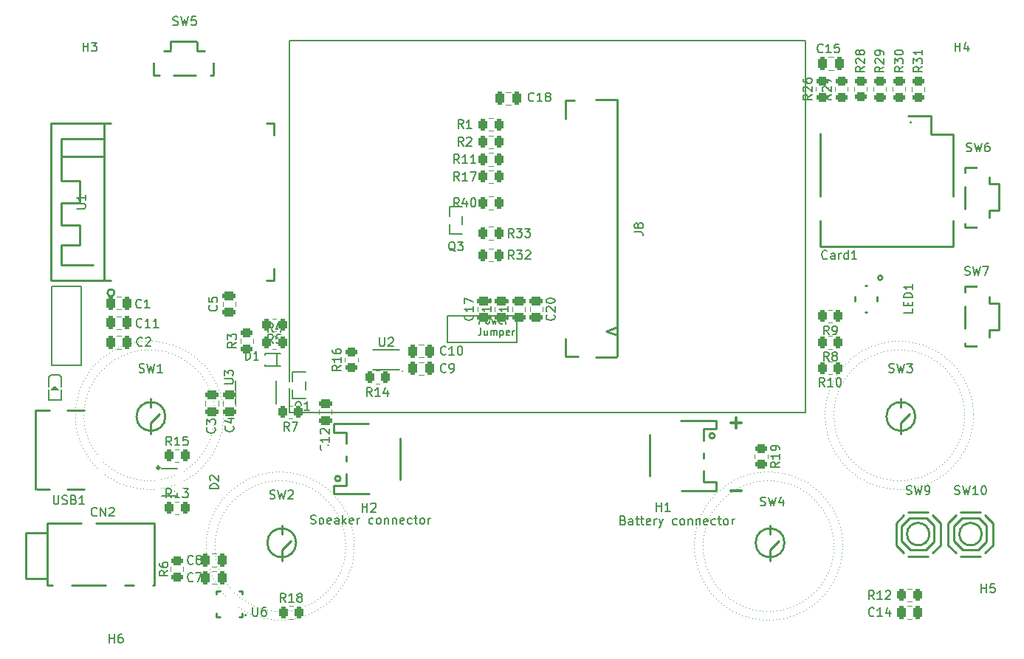
<source format=gbr>
%TF.GenerationSoftware,KiCad,Pcbnew,7.0.7*%
%TF.CreationDate,2023-12-09T23:21:29+01:00*%
%TF.ProjectId,Untitled,556e7469-746c-4656-942e-6b696361645f,rev?*%
%TF.SameCoordinates,Original*%
%TF.FileFunction,Legend,Top*%
%TF.FilePolarity,Positive*%
%FSLAX46Y46*%
G04 Gerber Fmt 4.6, Leading zero omitted, Abs format (unit mm)*
G04 Created by KiCad (PCBNEW 7.0.7) date 2023-12-09 23:21:29*
%MOMM*%
%LPD*%
G01*
G04 APERTURE LIST*
G04 Aperture macros list*
%AMRoundRect*
0 Rectangle with rounded corners*
0 $1 Rounding radius*
0 $2 $3 $4 $5 $6 $7 $8 $9 X,Y pos of 4 corners*
0 Add a 4 corners polygon primitive as box body*
4,1,4,$2,$3,$4,$5,$6,$7,$8,$9,$2,$3,0*
0 Add four circle primitives for the rounded corners*
1,1,$1+$1,$2,$3*
1,1,$1+$1,$4,$5*
1,1,$1+$1,$6,$7*
1,1,$1+$1,$8,$9*
0 Add four rect primitives between the rounded corners*
20,1,$1+$1,$2,$3,$4,$5,0*
20,1,$1+$1,$4,$5,$6,$7,0*
20,1,$1+$1,$6,$7,$8,$9,0*
20,1,$1+$1,$8,$9,$2,$3,0*%
G04 Aperture macros list end*
%ADD10C,0.200000*%
%ADD11C,0.100000*%
%ADD12C,0.150000*%
%ADD13C,0.152400*%
%ADD14C,0.304800*%
%ADD15C,0.300000*%
%ADD16C,0.120000*%
%ADD17C,0.250000*%
%ADD18R,1.070000X0.530000*%
%ADD19RoundRect,0.250000X-0.262500X-0.450000X0.262500X-0.450000X0.262500X0.450000X-0.262500X0.450000X0*%
%ADD20R,1.150000X1.400000*%
%ADD21R,1.500000X1.500000*%
%ADD22R,1.200000X1.200000*%
%ADD23C,0.900000*%
%ADD24R,0.750000X0.300000*%
%ADD25R,1.600000X1.600000*%
%ADD26R,1.250000X0.700000*%
%ADD27RoundRect,0.250000X0.450000X-0.262500X0.450000X0.262500X-0.450000X0.262500X-0.450000X-0.262500X0*%
%ADD28RoundRect,0.250000X0.250000X0.475000X-0.250000X0.475000X-0.250000X-0.475000X0.250000X-0.475000X0*%
%ADD29R,1.900000X1.200000*%
%ADD30C,5.700000*%
%ADD31RoundRect,0.250000X0.475000X-0.250000X0.475000X0.250000X-0.475000X0.250000X-0.475000X-0.250000X0*%
%ADD32RoundRect,0.250000X0.262500X0.450000X-0.262500X0.450000X-0.262500X-0.450000X0.262500X-0.450000X0*%
%ADD33RoundRect,0.250000X-0.250000X-0.475000X0.250000X-0.475000X0.250000X0.475000X-0.250000X0.475000X0*%
%ADD34RoundRect,0.250000X-0.475000X0.250000X-0.475000X-0.250000X0.475000X-0.250000X0.475000X0.250000X0*%
%ADD35R,3.500000X1.000000*%
%ADD36R,3.500000X1.500000*%
%ADD37R,0.900000X1.500000*%
%ADD38R,1.500000X0.900000*%
%ADD39R,0.900000X0.900000*%
%ADD40R,0.800000X0.800000*%
%ADD41R,0.570000X1.500000*%
%ADD42O,1.760000X2.940000*%
%ADD43R,0.550000X2.210000*%
%ADD44R,1.000000X0.750000*%
%ADD45R,1.000000X1.700000*%
%ADD46O,1.800000X1.200000*%
%ADD47O,2.000000X1.200000*%
%ADD48R,1.100000X0.600000*%
%ADD49R,1.100000X0.300000*%
%ADD50C,0.700000*%
%ADD51R,1.500000X0.300000*%
%ADD52R,1.600000X2.000000*%
%ADD53O,2.000000X1.000000*%
%ADD54C,1.500000*%
%ADD55R,0.700000X1.600000*%
%ADD56R,1.600000X1.500000*%
%ADD57R,1.200000X2.200000*%
%ADD58R,1.200000X1.500000*%
%ADD59C,1.200000*%
%ADD60RoundRect,0.250000X-0.450000X0.262500X-0.450000X-0.262500X0.450000X-0.262500X0.450000X0.262500X0*%
%ADD61R,0.600000X0.250000*%
%ADD62R,0.250000X0.600000*%
G04 APERTURE END LIST*
D10*
X180097921Y-59346565D02*
X180097921Y-102046565D01*
X180097921Y-102046565D02*
X120897921Y-102046565D01*
D11*
X184297921Y-117336565D02*
X184297921Y-117336565D01*
X184288510Y-117736417D02*
X184288510Y-117736417D01*
X184260301Y-118135384D02*
X184260301Y-118135384D01*
X184213355Y-118532582D02*
X184213355Y-118532582D01*
X184147776Y-118927133D02*
X184147776Y-118927133D01*
X184063710Y-119318161D02*
X184063710Y-119318161D01*
X183961342Y-119704802D02*
X183961342Y-119704802D01*
X183840899Y-120086200D02*
X183840899Y-120086200D01*
X183702648Y-120461509D02*
X183702648Y-120461509D01*
X183546895Y-120829899D02*
X183546895Y-120829899D01*
X183373985Y-121190555D02*
X183373985Y-121190555D01*
X183184301Y-121542678D02*
X183184301Y-121542678D01*
X182978262Y-121885487D02*
X182978262Y-121885487D01*
X182756325Y-122218225D02*
X182756325Y-122218225D01*
X182518981Y-122540154D02*
X182518981Y-122540154D01*
X182266756Y-122850562D02*
X182266756Y-122850562D01*
X182000208Y-123148761D02*
X182000208Y-123148761D01*
X181719928Y-123434091D02*
X181719928Y-123434091D01*
X181426535Y-123705921D02*
X181426535Y-123705921D01*
X181120680Y-123963648D02*
X181120680Y-123963648D01*
X180803040Y-124206701D02*
X180803040Y-124206701D01*
X180474317Y-124434544D02*
X180474317Y-124434544D01*
X180135241Y-124646671D02*
X180135241Y-124646671D01*
X179786561Y-124842612D02*
X179786561Y-124842612D01*
X179429050Y-125021933D02*
X179429050Y-125021933D01*
X179063499Y-125184239D02*
X179063499Y-125184239D01*
X178690718Y-125329169D02*
X178690718Y-125329169D01*
X178311532Y-125456402D02*
X178311532Y-125456402D01*
X177926780Y-125565657D02*
X177926780Y-125565657D01*
X177537315Y-125656691D02*
X177537315Y-125656691D01*
X177143999Y-125729304D02*
X177143999Y-125729304D01*
X176747702Y-125783334D02*
X176747702Y-125783334D01*
X176349302Y-125818662D02*
X176349302Y-125818662D01*
X175949681Y-125835210D02*
X175949681Y-125835210D01*
X175549725Y-125832940D02*
X175549725Y-125832940D01*
X175150317Y-125811859D02*
X175150317Y-125811859D01*
X174752344Y-125772012D02*
X174752344Y-125772012D01*
X174356686Y-125713488D02*
X174356686Y-125713488D01*
X173964219Y-125636416D02*
X173964219Y-125636416D01*
X173575812Y-125540968D02*
X173575812Y-125540968D01*
X173192325Y-125427354D02*
X173192325Y-125427354D01*
X172814607Y-125295826D02*
X172814607Y-125295826D01*
X172443494Y-125146675D02*
X172443494Y-125146675D01*
X172079809Y-124980232D02*
X172079809Y-124980232D01*
X171724356Y-124796864D02*
X171724356Y-124796864D01*
X171377922Y-124596979D02*
X171377922Y-124596979D01*
X171041275Y-124381018D02*
X171041275Y-124381018D01*
X170715159Y-124149460D02*
X170715159Y-124149460D01*
X170400298Y-123902817D02*
X170400298Y-123902817D01*
X170097387Y-123641636D02*
X170097387Y-123641636D01*
X169807098Y-123366494D02*
X169807098Y-123366494D01*
X169530074Y-123078002D02*
X169530074Y-123078002D01*
X169266927Y-122776797D02*
X169266927Y-122776797D01*
X169018241Y-122463547D02*
X169018241Y-122463547D01*
X168784566Y-122138945D02*
X168784566Y-122138945D01*
X168566419Y-121803710D02*
X168566419Y-121803710D01*
X168364284Y-121458584D02*
X168364284Y-121458584D01*
X168178607Y-121104332D02*
X168178607Y-121104332D01*
X168009801Y-120741737D02*
X168009801Y-120741737D01*
X167858239Y-120371603D02*
X167858239Y-120371603D01*
X167724256Y-119994749D02*
X167724256Y-119994749D01*
X167608149Y-119612009D02*
X167608149Y-119612009D01*
X167510176Y-119224231D02*
X167510176Y-119224231D01*
X167430552Y-118832274D02*
X167430552Y-118832274D01*
X167369455Y-118437005D02*
X167369455Y-118437005D01*
X167327019Y-118039299D02*
X167327019Y-118039299D01*
X167303340Y-117640038D02*
X167303340Y-117640038D01*
X167298468Y-117240104D02*
X167298468Y-117240104D01*
X167312415Y-116840384D02*
X167312415Y-116840384D01*
X167345150Y-116441763D02*
X167345150Y-116441763D01*
X167396600Y-116045123D02*
X167396600Y-116045123D01*
X167466653Y-115651342D02*
X167466653Y-115651342D01*
X167555151Y-115261293D02*
X167555151Y-115261293D01*
X167661900Y-114875839D02*
X167661900Y-114875839D01*
X167786663Y-114495833D02*
X167786663Y-114495833D01*
X167929164Y-114122116D02*
X167929164Y-114122116D01*
X168089088Y-113755517D02*
X168089088Y-113755517D01*
X168266080Y-113396847D02*
X168266080Y-113396847D01*
X168459748Y-113046900D02*
X168459748Y-113046900D01*
X168669664Y-112706450D02*
X168669664Y-112706450D01*
X168895363Y-112376252D02*
X168895363Y-112376252D01*
X169136345Y-112057037D02*
X169136345Y-112057037D01*
X169392076Y-111749512D02*
X169392076Y-111749512D01*
X169661991Y-111454357D02*
X169661991Y-111454357D01*
X169945491Y-111172226D02*
X169945491Y-111172226D01*
X170241950Y-110903743D02*
X170241950Y-110903743D01*
X170550710Y-110649504D02*
X170550710Y-110649504D01*
X170871088Y-110410070D02*
X170871088Y-110410070D01*
X171202375Y-110185973D02*
X171202375Y-110185973D01*
X171543836Y-109977708D02*
X171543836Y-109977708D01*
X171894717Y-109785736D02*
X171894717Y-109785736D01*
X172254240Y-109610483D02*
X172254240Y-109610483D01*
X172621609Y-109452337D02*
X172621609Y-109452337D01*
X172996011Y-109311647D02*
X172996011Y-109311647D01*
X173376617Y-109188725D02*
X173376617Y-109188725D01*
X173762584Y-109083843D02*
X173762584Y-109083843D01*
X174153057Y-108997235D02*
X174153057Y-108997235D01*
X174547172Y-108929090D02*
X174547172Y-108929090D01*
X174944057Y-108879560D02*
X174944057Y-108879560D01*
X175342832Y-108848756D02*
X175342832Y-108848756D01*
X175742615Y-108836744D02*
X175742615Y-108836744D01*
X176142520Y-108843553D02*
X176142520Y-108843553D01*
X176541662Y-108869165D02*
X176541662Y-108869165D01*
X176939157Y-108913526D02*
X176939157Y-108913526D01*
X177334126Y-108976536D02*
X177334126Y-108976536D01*
X177725693Y-109058057D02*
X177725693Y-109058057D01*
X178112992Y-109157907D02*
X178112992Y-109157907D01*
X178495165Y-109275865D02*
X178495165Y-109275865D01*
X178871366Y-109411671D02*
X178871366Y-109411671D01*
X179240762Y-109565024D02*
X179240762Y-109565024D01*
X179602535Y-109735584D02*
X179602535Y-109735584D01*
X179955884Y-109922973D02*
X179955884Y-109922973D01*
X180300027Y-110126777D02*
X180300027Y-110126777D01*
X180634202Y-110346545D02*
X180634202Y-110346545D01*
X180957669Y-110581789D02*
X180957669Y-110581789D01*
X181269711Y-110831989D02*
X181269711Y-110831989D01*
X181569638Y-111096591D02*
X181569638Y-111096591D01*
X181856786Y-111375009D02*
X181856786Y-111375009D01*
X182130519Y-111666626D02*
X182130519Y-111666626D01*
X182390230Y-111970798D02*
X182390230Y-111970798D01*
X182635346Y-112286850D02*
X182635346Y-112286850D01*
X182865322Y-112614083D02*
X182865322Y-112614083D01*
X183079651Y-112951772D02*
X183079651Y-112951772D01*
X183277856Y-113299169D02*
X183277856Y-113299169D01*
X183459501Y-113655506D02*
X183459501Y-113655506D01*
X183624181Y-114019993D02*
X183624181Y-114019993D01*
X183771533Y-114391823D02*
X183771533Y-114391823D01*
X183901231Y-114770174D02*
X183901231Y-114770174D01*
X184012987Y-115154207D02*
X184012987Y-115154207D01*
X184106553Y-115543071D02*
X184106553Y-115543071D01*
X184181724Y-115935907D02*
X184181724Y-115935907D01*
X184238331Y-116331844D02*
X184238331Y-116331844D01*
X184276251Y-116730005D02*
X184276251Y-116730005D01*
X184295398Y-117129510D02*
X184295398Y-117129510D01*
D12*
X93596687Y-87543526D02*
X97029340Y-87543526D01*
X97029340Y-96630886D01*
X93596687Y-96630886D01*
X93596687Y-87543526D01*
D10*
X120897921Y-59346565D02*
X180097921Y-59346565D01*
X120897921Y-102046565D02*
X120897921Y-59346565D01*
D11*
X112297921Y-102336565D02*
X112297921Y-102336565D01*
X112287256Y-102736375D02*
X112287256Y-102736375D01*
X112255294Y-103135048D02*
X112255294Y-103135048D01*
X112202125Y-103531451D02*
X112202125Y-103531451D01*
X112127900Y-103924456D02*
X112127900Y-103924456D01*
X112032830Y-104312945D02*
X112032830Y-104312945D01*
X111917186Y-104695814D02*
X111917186Y-104695814D01*
X111781296Y-105071973D02*
X111781296Y-105071973D01*
X111625547Y-105440354D02*
X111625547Y-105440354D01*
X111450382Y-105799908D02*
X111450382Y-105799908D01*
X111256299Y-106149614D02*
X111256299Y-106149614D01*
X111043850Y-106488476D02*
X111043850Y-106488476D01*
X110813639Y-106815530D02*
X110813639Y-106815530D01*
X110566320Y-107129848D02*
X110566320Y-107129848D01*
X110302597Y-107430535D02*
X110302597Y-107430535D01*
X110023221Y-107716735D02*
X110023221Y-107716735D01*
X109728985Y-107987636D02*
X109728985Y-107987636D01*
X109420726Y-108242466D02*
X109420726Y-108242466D01*
X109099320Y-108480501D02*
X109099320Y-108480501D01*
X108765683Y-108701065D02*
X108765683Y-108701065D01*
X108420762Y-108903529D02*
X108420762Y-108903529D01*
X108065539Y-109087318D02*
X108065539Y-109087318D01*
X107701023Y-109251909D02*
X107701023Y-109251909D01*
X107328252Y-109396835D02*
X107328252Y-109396835D01*
X106948285Y-109521683D02*
X106948285Y-109521683D01*
X106562202Y-109626099D02*
X106562202Y-109626099D01*
X106171103Y-109709784D02*
X106171103Y-109709784D01*
X105776098Y-109772502D02*
X105776098Y-109772502D01*
X105378312Y-109814074D02*
X105378312Y-109814074D01*
X104978875Y-109834381D02*
X104978875Y-109834381D01*
X104578924Y-109833367D02*
X104578924Y-109833367D01*
X104179596Y-109811033D02*
X104179596Y-109811033D01*
X103782025Y-109767443D02*
X103782025Y-109767443D01*
X103387344Y-109702722D02*
X103387344Y-109702722D01*
X102996674Y-109617053D02*
X102996674Y-109617053D01*
X102611127Y-109510680D02*
X102611127Y-109510680D01*
X102231798Y-109383906D02*
X102231798Y-109383906D01*
X101859767Y-109237090D02*
X101859767Y-109237090D01*
X101496091Y-109070651D02*
X101496091Y-109070651D01*
X101141805Y-108885062D02*
X101141805Y-108885062D01*
X100797916Y-108680850D02*
X100797916Y-108680850D01*
X100465402Y-108458597D02*
X100465402Y-108458597D01*
X100145208Y-108218934D02*
X100145208Y-108218934D01*
X99838246Y-107962543D02*
X99838246Y-107962543D01*
X99545389Y-107690153D02*
X99545389Y-107690153D01*
X99267468Y-107402538D02*
X99267468Y-107402538D01*
X99005274Y-107100517D02*
X99005274Y-107100517D01*
X98759554Y-106784949D02*
X98759554Y-106784949D01*
X98531005Y-106456730D02*
X98531005Y-106456730D01*
X98320277Y-106116795D02*
X98320277Y-106116795D01*
X98127971Y-105766109D02*
X98127971Y-105766109D01*
X97954633Y-105405671D02*
X97954633Y-105405671D01*
X97800755Y-105036505D02*
X97800755Y-105036505D01*
X97666776Y-104659660D02*
X97666776Y-104659660D01*
X97553076Y-104276210D02*
X97553076Y-104276210D01*
X97459978Y-103887243D02*
X97459978Y-103887243D01*
X97387748Y-103493867D02*
X97387748Y-103493867D01*
X97336591Y-103097199D02*
X97336591Y-103097199D01*
X97306652Y-102698369D02*
X97306652Y-102698369D01*
X97298017Y-102298510D02*
X97298017Y-102298510D01*
X97310710Y-101898758D02*
X97310710Y-101898758D01*
X97344694Y-101500252D02*
X97344694Y-101500252D01*
X97399874Y-101104124D02*
X97399874Y-101104124D01*
X97476092Y-100711501D02*
X97476092Y-100711501D01*
X97573132Y-100323500D02*
X97573132Y-100323500D01*
X97690717Y-99941223D02*
X97690717Y-99941223D01*
X97828514Y-99565757D02*
X97828514Y-99565757D01*
X97986130Y-99198172D02*
X97986130Y-99198172D01*
X98163117Y-98839511D02*
X98163117Y-98839511D01*
X98358972Y-98490795D02*
X98358972Y-98490795D01*
X98573138Y-98153015D02*
X98573138Y-98153015D01*
X98805006Y-97827133D02*
X98805006Y-97827133D01*
X99053916Y-97514074D02*
X99053916Y-97514074D01*
X99319161Y-97214729D02*
X99319161Y-97214729D01*
X99599986Y-96929950D02*
X99599986Y-96929950D01*
X99895593Y-96660546D02*
X99895593Y-96660546D01*
X100205141Y-96407283D02*
X100205141Y-96407283D01*
X100527750Y-96170882D02*
X100527750Y-96170882D01*
X100862503Y-95952014D02*
X100862503Y-95952014D01*
X101208446Y-95751303D02*
X101208446Y-95751303D01*
X101564597Y-95569318D02*
X101564597Y-95569318D01*
X101929944Y-95406578D02*
X101929944Y-95406578D01*
X102303446Y-95263546D02*
X102303446Y-95263546D01*
X102684041Y-95140627D02*
X102684041Y-95140627D01*
X103070648Y-95038172D02*
X103070648Y-95038172D01*
X103462168Y-94956472D02*
X103462168Y-94956472D01*
X103857485Y-94895759D02*
X103857485Y-94895759D01*
X104255477Y-94856207D02*
X104255477Y-94856207D01*
X104655012Y-94837926D02*
X104655012Y-94837926D01*
X105054953Y-94840970D02*
X105054953Y-94840970D01*
X105454163Y-94865330D02*
X105454163Y-94865330D01*
X105851507Y-94910936D02*
X105851507Y-94910936D01*
X106245854Y-94977659D02*
X106245854Y-94977659D01*
X106636085Y-95065309D02*
X106636085Y-95065309D01*
X107021087Y-95173637D02*
X107021087Y-95173637D01*
X107399768Y-95302335D02*
X107399768Y-95302335D01*
X107771050Y-95451036D02*
X107771050Y-95451036D01*
X108133876Y-95619318D02*
X108133876Y-95619318D01*
X108487216Y-95806703D02*
X108487216Y-95806703D01*
X108830065Y-96012656D02*
X108830065Y-96012656D01*
X109161447Y-96236594D02*
X109161447Y-96236594D01*
X109480420Y-96477879D02*
X109480420Y-96477879D01*
X109786077Y-96735824D02*
X109786077Y-96735824D01*
X110077549Y-97009696D02*
X110077549Y-97009696D01*
X110354007Y-97298717D02*
X110354007Y-97298717D01*
X110614665Y-97602065D02*
X110614665Y-97602065D01*
X110858781Y-97918876D02*
X110858781Y-97918876D01*
X111085661Y-98248250D02*
X111085661Y-98248250D01*
X111294661Y-98589250D02*
X111294661Y-98589250D01*
X111485185Y-98940907D02*
X111485185Y-98940907D01*
X111656693Y-99302221D02*
X111656693Y-99302221D01*
X111808695Y-99672163D02*
X111808695Y-99672163D01*
X111940761Y-100049682D02*
X111940761Y-100049682D01*
X112052514Y-100433705D02*
X112052514Y-100433705D01*
X112143636Y-100823139D02*
X112143636Y-100823139D01*
X112213869Y-101216876D02*
X112213869Y-101216876D01*
X112263013Y-101613798D02*
X112263013Y-101613798D01*
X112290928Y-102012775D02*
X112290928Y-102012775D01*
X127297921Y-117336565D02*
X127297921Y-117336565D01*
X127287256Y-117736375D02*
X127287256Y-117736375D01*
X127255294Y-118135048D02*
X127255294Y-118135048D01*
X127202125Y-118531451D02*
X127202125Y-118531451D01*
X127127900Y-118924456D02*
X127127900Y-118924456D01*
X127032830Y-119312945D02*
X127032830Y-119312945D01*
X126917186Y-119695814D02*
X126917186Y-119695814D01*
X126781296Y-120071973D02*
X126781296Y-120071973D01*
X126625547Y-120440354D02*
X126625547Y-120440354D01*
X126450382Y-120799908D02*
X126450382Y-120799908D01*
X126256299Y-121149614D02*
X126256299Y-121149614D01*
X126043850Y-121488476D02*
X126043850Y-121488476D01*
X125813639Y-121815530D02*
X125813639Y-121815530D01*
X125566320Y-122129848D02*
X125566320Y-122129848D01*
X125302597Y-122430535D02*
X125302597Y-122430535D01*
X125023221Y-122716735D02*
X125023221Y-122716735D01*
X124728985Y-122987636D02*
X124728985Y-122987636D01*
X124420726Y-123242466D02*
X124420726Y-123242466D01*
X124099320Y-123480501D02*
X124099320Y-123480501D01*
X123765683Y-123701065D02*
X123765683Y-123701065D01*
X123420762Y-123903529D02*
X123420762Y-123903529D01*
X123065539Y-124087318D02*
X123065539Y-124087318D01*
X122701023Y-124251909D02*
X122701023Y-124251909D01*
X122328252Y-124396835D02*
X122328252Y-124396835D01*
X121948285Y-124521683D02*
X121948285Y-124521683D01*
X121562202Y-124626099D02*
X121562202Y-124626099D01*
X121171103Y-124709784D02*
X121171103Y-124709784D01*
X120776098Y-124772502D02*
X120776098Y-124772502D01*
X120378312Y-124814074D02*
X120378312Y-124814074D01*
X119978875Y-124834381D02*
X119978875Y-124834381D01*
X119578924Y-124833367D02*
X119578924Y-124833367D01*
X119179596Y-124811033D02*
X119179596Y-124811033D01*
X118782025Y-124767443D02*
X118782025Y-124767443D01*
X118387344Y-124702722D02*
X118387344Y-124702722D01*
X117996674Y-124617053D02*
X117996674Y-124617053D01*
X117611127Y-124510680D02*
X117611127Y-124510680D01*
X117231798Y-124383906D02*
X117231798Y-124383906D01*
X116859767Y-124237090D02*
X116859767Y-124237090D01*
X116496091Y-124070651D02*
X116496091Y-124070651D01*
X116141805Y-123885062D02*
X116141805Y-123885062D01*
X115797916Y-123680850D02*
X115797916Y-123680850D01*
X115465402Y-123458597D02*
X115465402Y-123458597D01*
X115145208Y-123218934D02*
X115145208Y-123218934D01*
X114838246Y-122962543D02*
X114838246Y-122962543D01*
X114545389Y-122690153D02*
X114545389Y-122690153D01*
X114267468Y-122402538D02*
X114267468Y-122402538D01*
X114005274Y-122100517D02*
X114005274Y-122100517D01*
X113759554Y-121784949D02*
X113759554Y-121784949D01*
X113531005Y-121456730D02*
X113531005Y-121456730D01*
X113320277Y-121116795D02*
X113320277Y-121116795D01*
X113127971Y-120766109D02*
X113127971Y-120766109D01*
X112954633Y-120405671D02*
X112954633Y-120405671D01*
X112800755Y-120036505D02*
X112800755Y-120036505D01*
X112666776Y-119659660D02*
X112666776Y-119659660D01*
X112553076Y-119276210D02*
X112553076Y-119276210D01*
X112459978Y-118887243D02*
X112459978Y-118887243D01*
X112387748Y-118493867D02*
X112387748Y-118493867D01*
X112336591Y-118097199D02*
X112336591Y-118097199D01*
X112306652Y-117698369D02*
X112306652Y-117698369D01*
X112298017Y-117298510D02*
X112298017Y-117298510D01*
X112310710Y-116898758D02*
X112310710Y-116898758D01*
X112344694Y-116500252D02*
X112344694Y-116500252D01*
X112399874Y-116104124D02*
X112399874Y-116104124D01*
X112476092Y-115711501D02*
X112476092Y-115711501D01*
X112573132Y-115323500D02*
X112573132Y-115323500D01*
X112690717Y-114941223D02*
X112690717Y-114941223D01*
X112828514Y-114565757D02*
X112828514Y-114565757D01*
X112986130Y-114198172D02*
X112986130Y-114198172D01*
X113163117Y-113839511D02*
X113163117Y-113839511D01*
X113358972Y-113490795D02*
X113358972Y-113490795D01*
X113573138Y-113153015D02*
X113573138Y-113153015D01*
X113805006Y-112827133D02*
X113805006Y-112827133D01*
X114053916Y-112514074D02*
X114053916Y-112514074D01*
X114319161Y-112214729D02*
X114319161Y-112214729D01*
X114599986Y-111929950D02*
X114599986Y-111929950D01*
X114895593Y-111660546D02*
X114895593Y-111660546D01*
X115205141Y-111407283D02*
X115205141Y-111407283D01*
X115527750Y-111170882D02*
X115527750Y-111170882D01*
X115862503Y-110952014D02*
X115862503Y-110952014D01*
X116208446Y-110751303D02*
X116208446Y-110751303D01*
X116564597Y-110569318D02*
X116564597Y-110569318D01*
X116929944Y-110406578D02*
X116929944Y-110406578D01*
X117303446Y-110263546D02*
X117303446Y-110263546D01*
X117684041Y-110140627D02*
X117684041Y-110140627D01*
X118070648Y-110038172D02*
X118070648Y-110038172D01*
X118462168Y-109956472D02*
X118462168Y-109956472D01*
X118857485Y-109895759D02*
X118857485Y-109895759D01*
X119255477Y-109856207D02*
X119255477Y-109856207D01*
X119655012Y-109837926D02*
X119655012Y-109837926D01*
X120054953Y-109840970D02*
X120054953Y-109840970D01*
X120454163Y-109865330D02*
X120454163Y-109865330D01*
X120851507Y-109910936D02*
X120851507Y-109910936D01*
X121245854Y-109977659D02*
X121245854Y-109977659D01*
X121636085Y-110065309D02*
X121636085Y-110065309D01*
X122021087Y-110173637D02*
X122021087Y-110173637D01*
X122399768Y-110302335D02*
X122399768Y-110302335D01*
X122771050Y-110451036D02*
X122771050Y-110451036D01*
X123133876Y-110619318D02*
X123133876Y-110619318D01*
X123487216Y-110806703D02*
X123487216Y-110806703D01*
X123830065Y-111012656D02*
X123830065Y-111012656D01*
X124161447Y-111236594D02*
X124161447Y-111236594D01*
X124480420Y-111477879D02*
X124480420Y-111477879D01*
X124786077Y-111735824D02*
X124786077Y-111735824D01*
X125077549Y-112009696D02*
X125077549Y-112009696D01*
X125354007Y-112298717D02*
X125354007Y-112298717D01*
X125614665Y-112602065D02*
X125614665Y-112602065D01*
X125858781Y-112918876D02*
X125858781Y-112918876D01*
X126085661Y-113248250D02*
X126085661Y-113248250D01*
X126294661Y-113589250D02*
X126294661Y-113589250D01*
X126485185Y-113940907D02*
X126485185Y-113940907D01*
X126656693Y-114302221D02*
X126656693Y-114302221D01*
X126808695Y-114672163D02*
X126808695Y-114672163D01*
X126940761Y-115049682D02*
X126940761Y-115049682D01*
X127052514Y-115433705D02*
X127052514Y-115433705D01*
X127143636Y-115823139D02*
X127143636Y-115823139D01*
X127213869Y-116216876D02*
X127213869Y-116216876D01*
X127263013Y-116613798D02*
X127263013Y-116613798D01*
X127290928Y-117012775D02*
X127290928Y-117012775D01*
X113297921Y-102336565D02*
X113297921Y-102336565D01*
X113288510Y-102736417D02*
X113288510Y-102736417D01*
X113260301Y-103135384D02*
X113260301Y-103135384D01*
X113213355Y-103532582D02*
X113213355Y-103532582D01*
X113147776Y-103927133D02*
X113147776Y-103927133D01*
X113063710Y-104318161D02*
X113063710Y-104318161D01*
X112961342Y-104704802D02*
X112961342Y-104704802D01*
X112840899Y-105086200D02*
X112840899Y-105086200D01*
X112702648Y-105461509D02*
X112702648Y-105461509D01*
X112546895Y-105829899D02*
X112546895Y-105829899D01*
X112373985Y-106190555D02*
X112373985Y-106190555D01*
X112184301Y-106542678D02*
X112184301Y-106542678D01*
X111978262Y-106885487D02*
X111978262Y-106885487D01*
X111756325Y-107218225D02*
X111756325Y-107218225D01*
X111518981Y-107540154D02*
X111518981Y-107540154D01*
X111266756Y-107850562D02*
X111266756Y-107850562D01*
X111000208Y-108148761D02*
X111000208Y-108148761D01*
X110719928Y-108434091D02*
X110719928Y-108434091D01*
X110426535Y-108705921D02*
X110426535Y-108705921D01*
X110120680Y-108963648D02*
X110120680Y-108963648D01*
X109803040Y-109206701D02*
X109803040Y-109206701D01*
X109474317Y-109434544D02*
X109474317Y-109434544D01*
X109135241Y-109646671D02*
X109135241Y-109646671D01*
X108786561Y-109842612D02*
X108786561Y-109842612D01*
X108429050Y-110021933D02*
X108429050Y-110021933D01*
X108063499Y-110184239D02*
X108063499Y-110184239D01*
X107690718Y-110329169D02*
X107690718Y-110329169D01*
X107311532Y-110456402D02*
X107311532Y-110456402D01*
X106926780Y-110565657D02*
X106926780Y-110565657D01*
X106537315Y-110656691D02*
X106537315Y-110656691D01*
X106143999Y-110729304D02*
X106143999Y-110729304D01*
X105747702Y-110783334D02*
X105747702Y-110783334D01*
X105349302Y-110818662D02*
X105349302Y-110818662D01*
X104949681Y-110835210D02*
X104949681Y-110835210D01*
X104549725Y-110832940D02*
X104549725Y-110832940D01*
X104150317Y-110811859D02*
X104150317Y-110811859D01*
X103752344Y-110772012D02*
X103752344Y-110772012D01*
X103356686Y-110713488D02*
X103356686Y-110713488D01*
X102964219Y-110636416D02*
X102964219Y-110636416D01*
X102575812Y-110540968D02*
X102575812Y-110540968D01*
X102192325Y-110427354D02*
X102192325Y-110427354D01*
X101814607Y-110295826D02*
X101814607Y-110295826D01*
X101443494Y-110146675D02*
X101443494Y-110146675D01*
X101079809Y-109980232D02*
X101079809Y-109980232D01*
X100724356Y-109796864D02*
X100724356Y-109796864D01*
X100377922Y-109596979D02*
X100377922Y-109596979D01*
X100041275Y-109381018D02*
X100041275Y-109381018D01*
X99715159Y-109149460D02*
X99715159Y-109149460D01*
X99400298Y-108902817D02*
X99400298Y-108902817D01*
X99097387Y-108641636D02*
X99097387Y-108641636D01*
X98807098Y-108366494D02*
X98807098Y-108366494D01*
X98530074Y-108078002D02*
X98530074Y-108078002D01*
X98266927Y-107776797D02*
X98266927Y-107776797D01*
X98018241Y-107463547D02*
X98018241Y-107463547D01*
X97784566Y-107138945D02*
X97784566Y-107138945D01*
X97566419Y-106803710D02*
X97566419Y-106803710D01*
X97364284Y-106458584D02*
X97364284Y-106458584D01*
X97178607Y-106104332D02*
X97178607Y-106104332D01*
X97009801Y-105741737D02*
X97009801Y-105741737D01*
X96858239Y-105371603D02*
X96858239Y-105371603D01*
X96724256Y-104994749D02*
X96724256Y-104994749D01*
X96608149Y-104612009D02*
X96608149Y-104612009D01*
X96510176Y-104224231D02*
X96510176Y-104224231D01*
X96430552Y-103832274D02*
X96430552Y-103832274D01*
X96369455Y-103437005D02*
X96369455Y-103437005D01*
X96327019Y-103039299D02*
X96327019Y-103039299D01*
X96303340Y-102640038D02*
X96303340Y-102640038D01*
X96298468Y-102240104D02*
X96298468Y-102240104D01*
X96312415Y-101840384D02*
X96312415Y-101840384D01*
X96345150Y-101441763D02*
X96345150Y-101441763D01*
X96396600Y-101045123D02*
X96396600Y-101045123D01*
X96466653Y-100651342D02*
X96466653Y-100651342D01*
X96555151Y-100261293D02*
X96555151Y-100261293D01*
X96661900Y-99875839D02*
X96661900Y-99875839D01*
X96786663Y-99495833D02*
X96786663Y-99495833D01*
X96929164Y-99122116D02*
X96929164Y-99122116D01*
X97089088Y-98755517D02*
X97089088Y-98755517D01*
X97266080Y-98396847D02*
X97266080Y-98396847D01*
X97459748Y-98046900D02*
X97459748Y-98046900D01*
X97669664Y-97706450D02*
X97669664Y-97706450D01*
X97895363Y-97376252D02*
X97895363Y-97376252D01*
X98136345Y-97057037D02*
X98136345Y-97057037D01*
X98392076Y-96749512D02*
X98392076Y-96749512D01*
X98661991Y-96454357D02*
X98661991Y-96454357D01*
X98945491Y-96172226D02*
X98945491Y-96172226D01*
X99241950Y-95903743D02*
X99241950Y-95903743D01*
X99550710Y-95649504D02*
X99550710Y-95649504D01*
X99871088Y-95410070D02*
X99871088Y-95410070D01*
X100202375Y-95185973D02*
X100202375Y-95185973D01*
X100543836Y-94977708D02*
X100543836Y-94977708D01*
X100894717Y-94785736D02*
X100894717Y-94785736D01*
X101254240Y-94610483D02*
X101254240Y-94610483D01*
X101621609Y-94452337D02*
X101621609Y-94452337D01*
X101996011Y-94311647D02*
X101996011Y-94311647D01*
X102376617Y-94188725D02*
X102376617Y-94188725D01*
X102762584Y-94083843D02*
X102762584Y-94083843D01*
X103153057Y-93997235D02*
X103153057Y-93997235D01*
X103547172Y-93929090D02*
X103547172Y-93929090D01*
X103944057Y-93879560D02*
X103944057Y-93879560D01*
X104342832Y-93848756D02*
X104342832Y-93848756D01*
X104742615Y-93836744D02*
X104742615Y-93836744D01*
X105142520Y-93843553D02*
X105142520Y-93843553D01*
X105541662Y-93869165D02*
X105541662Y-93869165D01*
X105939157Y-93913526D02*
X105939157Y-93913526D01*
X106334126Y-93976536D02*
X106334126Y-93976536D01*
X106725693Y-94058057D02*
X106725693Y-94058057D01*
X107112992Y-94157907D02*
X107112992Y-94157907D01*
X107495165Y-94275865D02*
X107495165Y-94275865D01*
X107871366Y-94411671D02*
X107871366Y-94411671D01*
X108240762Y-94565024D02*
X108240762Y-94565024D01*
X108602535Y-94735584D02*
X108602535Y-94735584D01*
X108955884Y-94922973D02*
X108955884Y-94922973D01*
X109300027Y-95126777D02*
X109300027Y-95126777D01*
X109634202Y-95346545D02*
X109634202Y-95346545D01*
X109957669Y-95581789D02*
X109957669Y-95581789D01*
X110269711Y-95831989D02*
X110269711Y-95831989D01*
X110569638Y-96096591D02*
X110569638Y-96096591D01*
X110856786Y-96375009D02*
X110856786Y-96375009D01*
X111130519Y-96666626D02*
X111130519Y-96666626D01*
X111390230Y-96970798D02*
X111390230Y-96970798D01*
X111635346Y-97286850D02*
X111635346Y-97286850D01*
X111865322Y-97614083D02*
X111865322Y-97614083D01*
X112079651Y-97951772D02*
X112079651Y-97951772D01*
X112277856Y-98299169D02*
X112277856Y-98299169D01*
X112459501Y-98655506D02*
X112459501Y-98655506D01*
X112624181Y-99019993D02*
X112624181Y-99019993D01*
X112771533Y-99391823D02*
X112771533Y-99391823D01*
X112901231Y-99770174D02*
X112901231Y-99770174D01*
X113012987Y-100154207D02*
X113012987Y-100154207D01*
X113106553Y-100543071D02*
X113106553Y-100543071D01*
X113181724Y-100935907D02*
X113181724Y-100935907D01*
X113238331Y-101331844D02*
X113238331Y-101331844D01*
X113276251Y-101730005D02*
X113276251Y-101730005D01*
X113295398Y-102129510D02*
X113295398Y-102129510D01*
X183297921Y-117336565D02*
X183297921Y-117336565D01*
X183287256Y-117736375D02*
X183287256Y-117736375D01*
X183255294Y-118135048D02*
X183255294Y-118135048D01*
X183202125Y-118531451D02*
X183202125Y-118531451D01*
X183127900Y-118924456D02*
X183127900Y-118924456D01*
X183032830Y-119312945D02*
X183032830Y-119312945D01*
X182917186Y-119695814D02*
X182917186Y-119695814D01*
X182781296Y-120071973D02*
X182781296Y-120071973D01*
X182625547Y-120440354D02*
X182625547Y-120440354D01*
X182450382Y-120799908D02*
X182450382Y-120799908D01*
X182256299Y-121149614D02*
X182256299Y-121149614D01*
X182043850Y-121488476D02*
X182043850Y-121488476D01*
X181813639Y-121815530D02*
X181813639Y-121815530D01*
X181566320Y-122129848D02*
X181566320Y-122129848D01*
X181302597Y-122430535D02*
X181302597Y-122430535D01*
X181023221Y-122716735D02*
X181023221Y-122716735D01*
X180728985Y-122987636D02*
X180728985Y-122987636D01*
X180420726Y-123242466D02*
X180420726Y-123242466D01*
X180099320Y-123480501D02*
X180099320Y-123480501D01*
X179765683Y-123701065D02*
X179765683Y-123701065D01*
X179420762Y-123903529D02*
X179420762Y-123903529D01*
X179065539Y-124087318D02*
X179065539Y-124087318D01*
X178701023Y-124251909D02*
X178701023Y-124251909D01*
X178328252Y-124396835D02*
X178328252Y-124396835D01*
X177948285Y-124521683D02*
X177948285Y-124521683D01*
X177562202Y-124626099D02*
X177562202Y-124626099D01*
X177171103Y-124709784D02*
X177171103Y-124709784D01*
X176776098Y-124772502D02*
X176776098Y-124772502D01*
X176378312Y-124814074D02*
X176378312Y-124814074D01*
X175978875Y-124834381D02*
X175978875Y-124834381D01*
X175578924Y-124833367D02*
X175578924Y-124833367D01*
X175179596Y-124811033D02*
X175179596Y-124811033D01*
X174782025Y-124767443D02*
X174782025Y-124767443D01*
X174387344Y-124702722D02*
X174387344Y-124702722D01*
X173996674Y-124617053D02*
X173996674Y-124617053D01*
X173611127Y-124510680D02*
X173611127Y-124510680D01*
X173231798Y-124383906D02*
X173231798Y-124383906D01*
X172859767Y-124237090D02*
X172859767Y-124237090D01*
X172496091Y-124070651D02*
X172496091Y-124070651D01*
X172141805Y-123885062D02*
X172141805Y-123885062D01*
X171797916Y-123680850D02*
X171797916Y-123680850D01*
X171465402Y-123458597D02*
X171465402Y-123458597D01*
X171145208Y-123218934D02*
X171145208Y-123218934D01*
X170838246Y-122962543D02*
X170838246Y-122962543D01*
X170545389Y-122690153D02*
X170545389Y-122690153D01*
X170267468Y-122402538D02*
X170267468Y-122402538D01*
X170005274Y-122100517D02*
X170005274Y-122100517D01*
X169759554Y-121784949D02*
X169759554Y-121784949D01*
X169531005Y-121456730D02*
X169531005Y-121456730D01*
X169320277Y-121116795D02*
X169320277Y-121116795D01*
X169127971Y-120766109D02*
X169127971Y-120766109D01*
X168954633Y-120405671D02*
X168954633Y-120405671D01*
X168800755Y-120036505D02*
X168800755Y-120036505D01*
X168666776Y-119659660D02*
X168666776Y-119659660D01*
X168553076Y-119276210D02*
X168553076Y-119276210D01*
X168459978Y-118887243D02*
X168459978Y-118887243D01*
X168387748Y-118493867D02*
X168387748Y-118493867D01*
X168336591Y-118097199D02*
X168336591Y-118097199D01*
X168306652Y-117698369D02*
X168306652Y-117698369D01*
X168298017Y-117298510D02*
X168298017Y-117298510D01*
X168310710Y-116898758D02*
X168310710Y-116898758D01*
X168344694Y-116500252D02*
X168344694Y-116500252D01*
X168399874Y-116104124D02*
X168399874Y-116104124D01*
X168476092Y-115711501D02*
X168476092Y-115711501D01*
X168573132Y-115323500D02*
X168573132Y-115323500D01*
X168690717Y-114941223D02*
X168690717Y-114941223D01*
X168828514Y-114565757D02*
X168828514Y-114565757D01*
X168986130Y-114198172D02*
X168986130Y-114198172D01*
X169163117Y-113839511D02*
X169163117Y-113839511D01*
X169358972Y-113490795D02*
X169358972Y-113490795D01*
X169573138Y-113153015D02*
X169573138Y-113153015D01*
X169805006Y-112827133D02*
X169805006Y-112827133D01*
X170053916Y-112514074D02*
X170053916Y-112514074D01*
X170319161Y-112214729D02*
X170319161Y-112214729D01*
X170599986Y-111929950D02*
X170599986Y-111929950D01*
X170895593Y-111660546D02*
X170895593Y-111660546D01*
X171205141Y-111407283D02*
X171205141Y-111407283D01*
X171527750Y-111170882D02*
X171527750Y-111170882D01*
X171862503Y-110952014D02*
X171862503Y-110952014D01*
X172208446Y-110751303D02*
X172208446Y-110751303D01*
X172564597Y-110569318D02*
X172564597Y-110569318D01*
X172929944Y-110406578D02*
X172929944Y-110406578D01*
X173303446Y-110263546D02*
X173303446Y-110263546D01*
X173684041Y-110140627D02*
X173684041Y-110140627D01*
X174070648Y-110038172D02*
X174070648Y-110038172D01*
X174462168Y-109956472D02*
X174462168Y-109956472D01*
X174857485Y-109895759D02*
X174857485Y-109895759D01*
X175255477Y-109856207D02*
X175255477Y-109856207D01*
X175655012Y-109837926D02*
X175655012Y-109837926D01*
X176054953Y-109840970D02*
X176054953Y-109840970D01*
X176454163Y-109865330D02*
X176454163Y-109865330D01*
X176851507Y-109910936D02*
X176851507Y-109910936D01*
X177245854Y-109977659D02*
X177245854Y-109977659D01*
X177636085Y-110065309D02*
X177636085Y-110065309D01*
X178021087Y-110173637D02*
X178021087Y-110173637D01*
X178399768Y-110302335D02*
X178399768Y-110302335D01*
X178771050Y-110451036D02*
X178771050Y-110451036D01*
X179133876Y-110619318D02*
X179133876Y-110619318D01*
X179487216Y-110806703D02*
X179487216Y-110806703D01*
X179830065Y-111012656D02*
X179830065Y-111012656D01*
X180161447Y-111236594D02*
X180161447Y-111236594D01*
X180480420Y-111477879D02*
X180480420Y-111477879D01*
X180786077Y-111735824D02*
X180786077Y-111735824D01*
X181077549Y-112009696D02*
X181077549Y-112009696D01*
X181354007Y-112298717D02*
X181354007Y-112298717D01*
X181614665Y-112602065D02*
X181614665Y-112602065D01*
X181858781Y-112918876D02*
X181858781Y-112918876D01*
X182085661Y-113248250D02*
X182085661Y-113248250D01*
X182294661Y-113589250D02*
X182294661Y-113589250D01*
X182485185Y-113940907D02*
X182485185Y-113940907D01*
X182656693Y-114302221D02*
X182656693Y-114302221D01*
X182808695Y-114672163D02*
X182808695Y-114672163D01*
X182940761Y-115049682D02*
X182940761Y-115049682D01*
X183052514Y-115433705D02*
X183052514Y-115433705D01*
X183143636Y-115823139D02*
X183143636Y-115823139D01*
X183213869Y-116216876D02*
X183213869Y-116216876D01*
X183263013Y-116613798D02*
X183263013Y-116613798D01*
X183290928Y-117012775D02*
X183290928Y-117012775D01*
X198297921Y-102336565D02*
X198297921Y-102336565D01*
X198287256Y-102736375D02*
X198287256Y-102736375D01*
X198255294Y-103135048D02*
X198255294Y-103135048D01*
X198202125Y-103531451D02*
X198202125Y-103531451D01*
X198127900Y-103924456D02*
X198127900Y-103924456D01*
X198032830Y-104312945D02*
X198032830Y-104312945D01*
X197917186Y-104695814D02*
X197917186Y-104695814D01*
X197781296Y-105071973D02*
X197781296Y-105071973D01*
X197625547Y-105440354D02*
X197625547Y-105440354D01*
X197450382Y-105799908D02*
X197450382Y-105799908D01*
X197256299Y-106149614D02*
X197256299Y-106149614D01*
X197043850Y-106488476D02*
X197043850Y-106488476D01*
X196813639Y-106815530D02*
X196813639Y-106815530D01*
X196566320Y-107129848D02*
X196566320Y-107129848D01*
X196302597Y-107430535D02*
X196302597Y-107430535D01*
X196023221Y-107716735D02*
X196023221Y-107716735D01*
X195728985Y-107987636D02*
X195728985Y-107987636D01*
X195420726Y-108242466D02*
X195420726Y-108242466D01*
X195099320Y-108480501D02*
X195099320Y-108480501D01*
X194765683Y-108701065D02*
X194765683Y-108701065D01*
X194420762Y-108903529D02*
X194420762Y-108903529D01*
X194065539Y-109087318D02*
X194065539Y-109087318D01*
X193701023Y-109251909D02*
X193701023Y-109251909D01*
X193328252Y-109396835D02*
X193328252Y-109396835D01*
X192948285Y-109521683D02*
X192948285Y-109521683D01*
X192562202Y-109626099D02*
X192562202Y-109626099D01*
X192171103Y-109709784D02*
X192171103Y-109709784D01*
X191776098Y-109772502D02*
X191776098Y-109772502D01*
X191378312Y-109814074D02*
X191378312Y-109814074D01*
X190978875Y-109834381D02*
X190978875Y-109834381D01*
X190578924Y-109833367D02*
X190578924Y-109833367D01*
X190179596Y-109811033D02*
X190179596Y-109811033D01*
X189782025Y-109767443D02*
X189782025Y-109767443D01*
X189387344Y-109702722D02*
X189387344Y-109702722D01*
X188996674Y-109617053D02*
X188996674Y-109617053D01*
X188611127Y-109510680D02*
X188611127Y-109510680D01*
X188231798Y-109383906D02*
X188231798Y-109383906D01*
X187859767Y-109237090D02*
X187859767Y-109237090D01*
X187496091Y-109070651D02*
X187496091Y-109070651D01*
X187141805Y-108885062D02*
X187141805Y-108885062D01*
X186797916Y-108680850D02*
X186797916Y-108680850D01*
X186465402Y-108458597D02*
X186465402Y-108458597D01*
X186145208Y-108218934D02*
X186145208Y-108218934D01*
X185838246Y-107962543D02*
X185838246Y-107962543D01*
X185545389Y-107690153D02*
X185545389Y-107690153D01*
X185267468Y-107402538D02*
X185267468Y-107402538D01*
X185005274Y-107100517D02*
X185005274Y-107100517D01*
X184759554Y-106784949D02*
X184759554Y-106784949D01*
X184531005Y-106456730D02*
X184531005Y-106456730D01*
X184320277Y-106116795D02*
X184320277Y-106116795D01*
X184127971Y-105766109D02*
X184127971Y-105766109D01*
X183954633Y-105405671D02*
X183954633Y-105405671D01*
X183800755Y-105036505D02*
X183800755Y-105036505D01*
X183666776Y-104659660D02*
X183666776Y-104659660D01*
X183553076Y-104276210D02*
X183553076Y-104276210D01*
X183459978Y-103887243D02*
X183459978Y-103887243D01*
X183387748Y-103493867D02*
X183387748Y-103493867D01*
X183336591Y-103097199D02*
X183336591Y-103097199D01*
X183306652Y-102698369D02*
X183306652Y-102698369D01*
X183298017Y-102298510D02*
X183298017Y-102298510D01*
X183310710Y-101898758D02*
X183310710Y-101898758D01*
X183344694Y-101500252D02*
X183344694Y-101500252D01*
X183399874Y-101104124D02*
X183399874Y-101104124D01*
X183476092Y-100711501D02*
X183476092Y-100711501D01*
X183573132Y-100323500D02*
X183573132Y-100323500D01*
X183690717Y-99941223D02*
X183690717Y-99941223D01*
X183828514Y-99565757D02*
X183828514Y-99565757D01*
X183986130Y-99198172D02*
X183986130Y-99198172D01*
X184163117Y-98839511D02*
X184163117Y-98839511D01*
X184358972Y-98490795D02*
X184358972Y-98490795D01*
X184573138Y-98153015D02*
X184573138Y-98153015D01*
X184805006Y-97827133D02*
X184805006Y-97827133D01*
X185053916Y-97514074D02*
X185053916Y-97514074D01*
X185319161Y-97214729D02*
X185319161Y-97214729D01*
X185599986Y-96929950D02*
X185599986Y-96929950D01*
X185895593Y-96660546D02*
X185895593Y-96660546D01*
X186205141Y-96407283D02*
X186205141Y-96407283D01*
X186527750Y-96170882D02*
X186527750Y-96170882D01*
X186862503Y-95952014D02*
X186862503Y-95952014D01*
X187208446Y-95751303D02*
X187208446Y-95751303D01*
X187564597Y-95569318D02*
X187564597Y-95569318D01*
X187929944Y-95406578D02*
X187929944Y-95406578D01*
X188303446Y-95263546D02*
X188303446Y-95263546D01*
X188684041Y-95140627D02*
X188684041Y-95140627D01*
X189070648Y-95038172D02*
X189070648Y-95038172D01*
X189462168Y-94956472D02*
X189462168Y-94956472D01*
X189857485Y-94895759D02*
X189857485Y-94895759D01*
X190255477Y-94856207D02*
X190255477Y-94856207D01*
X190655012Y-94837926D02*
X190655012Y-94837926D01*
X191054953Y-94840970D02*
X191054953Y-94840970D01*
X191454163Y-94865330D02*
X191454163Y-94865330D01*
X191851507Y-94910936D02*
X191851507Y-94910936D01*
X192245854Y-94977659D02*
X192245854Y-94977659D01*
X192636085Y-95065309D02*
X192636085Y-95065309D01*
X193021087Y-95173637D02*
X193021087Y-95173637D01*
X193399768Y-95302335D02*
X193399768Y-95302335D01*
X193771050Y-95451036D02*
X193771050Y-95451036D01*
X194133876Y-95619318D02*
X194133876Y-95619318D01*
X194487216Y-95806703D02*
X194487216Y-95806703D01*
X194830065Y-96012656D02*
X194830065Y-96012656D01*
X195161447Y-96236594D02*
X195161447Y-96236594D01*
X195480420Y-96477879D02*
X195480420Y-96477879D01*
X195786077Y-96735824D02*
X195786077Y-96735824D01*
X196077549Y-97009696D02*
X196077549Y-97009696D01*
X196354007Y-97298717D02*
X196354007Y-97298717D01*
X196614665Y-97602065D02*
X196614665Y-97602065D01*
X196858781Y-97918876D02*
X196858781Y-97918876D01*
X197085661Y-98248250D02*
X197085661Y-98248250D01*
X197294661Y-98589250D02*
X197294661Y-98589250D01*
X197485185Y-98940907D02*
X197485185Y-98940907D01*
X197656693Y-99302221D02*
X197656693Y-99302221D01*
X197808695Y-99672163D02*
X197808695Y-99672163D01*
X197940761Y-100049682D02*
X197940761Y-100049682D01*
X198052514Y-100433705D02*
X198052514Y-100433705D01*
X198143636Y-100823139D02*
X198143636Y-100823139D01*
X198213869Y-101216876D02*
X198213869Y-101216876D01*
X198263013Y-101613798D02*
X198263013Y-101613798D01*
X198290928Y-102012775D02*
X198290928Y-102012775D01*
X199297921Y-102336565D02*
X199297921Y-102336565D01*
X199288510Y-102736417D02*
X199288510Y-102736417D01*
X199260301Y-103135384D02*
X199260301Y-103135384D01*
X199213355Y-103532582D02*
X199213355Y-103532582D01*
X199147776Y-103927133D02*
X199147776Y-103927133D01*
X199063710Y-104318161D02*
X199063710Y-104318161D01*
X198961342Y-104704802D02*
X198961342Y-104704802D01*
X198840899Y-105086200D02*
X198840899Y-105086200D01*
X198702648Y-105461509D02*
X198702648Y-105461509D01*
X198546895Y-105829899D02*
X198546895Y-105829899D01*
X198373985Y-106190555D02*
X198373985Y-106190555D01*
X198184301Y-106542678D02*
X198184301Y-106542678D01*
X197978262Y-106885487D02*
X197978262Y-106885487D01*
X197756325Y-107218225D02*
X197756325Y-107218225D01*
X197518981Y-107540154D02*
X197518981Y-107540154D01*
X197266756Y-107850562D02*
X197266756Y-107850562D01*
X197000208Y-108148761D02*
X197000208Y-108148761D01*
X196719928Y-108434091D02*
X196719928Y-108434091D01*
X196426535Y-108705921D02*
X196426535Y-108705921D01*
X196120680Y-108963648D02*
X196120680Y-108963648D01*
X195803040Y-109206701D02*
X195803040Y-109206701D01*
X195474317Y-109434544D02*
X195474317Y-109434544D01*
X195135241Y-109646671D02*
X195135241Y-109646671D01*
X194786561Y-109842612D02*
X194786561Y-109842612D01*
X194429050Y-110021933D02*
X194429050Y-110021933D01*
X194063499Y-110184239D02*
X194063499Y-110184239D01*
X193690718Y-110329169D02*
X193690718Y-110329169D01*
X193311532Y-110456402D02*
X193311532Y-110456402D01*
X192926780Y-110565657D02*
X192926780Y-110565657D01*
X192537315Y-110656691D02*
X192537315Y-110656691D01*
X192143999Y-110729304D02*
X192143999Y-110729304D01*
X191747702Y-110783334D02*
X191747702Y-110783334D01*
X191349302Y-110818662D02*
X191349302Y-110818662D01*
X190949681Y-110835210D02*
X190949681Y-110835210D01*
X190549725Y-110832940D02*
X190549725Y-110832940D01*
X190150317Y-110811859D02*
X190150317Y-110811859D01*
X189752344Y-110772012D02*
X189752344Y-110772012D01*
X189356686Y-110713488D02*
X189356686Y-110713488D01*
X188964219Y-110636416D02*
X188964219Y-110636416D01*
X188575812Y-110540968D02*
X188575812Y-110540968D01*
X188192325Y-110427354D02*
X188192325Y-110427354D01*
X187814607Y-110295826D02*
X187814607Y-110295826D01*
X187443494Y-110146675D02*
X187443494Y-110146675D01*
X187079809Y-109980232D02*
X187079809Y-109980232D01*
X186724356Y-109796864D02*
X186724356Y-109796864D01*
X186377922Y-109596979D02*
X186377922Y-109596979D01*
X186041275Y-109381018D02*
X186041275Y-109381018D01*
X185715159Y-109149460D02*
X185715159Y-109149460D01*
X185400298Y-108902817D02*
X185400298Y-108902817D01*
X185097387Y-108641636D02*
X185097387Y-108641636D01*
X184807098Y-108366494D02*
X184807098Y-108366494D01*
X184530074Y-108078002D02*
X184530074Y-108078002D01*
X184266927Y-107776797D02*
X184266927Y-107776797D01*
X184018241Y-107463547D02*
X184018241Y-107463547D01*
X183784566Y-107138945D02*
X183784566Y-107138945D01*
X183566419Y-106803710D02*
X183566419Y-106803710D01*
X183364284Y-106458584D02*
X183364284Y-106458584D01*
X183178607Y-106104332D02*
X183178607Y-106104332D01*
X183009801Y-105741737D02*
X183009801Y-105741737D01*
X182858239Y-105371603D02*
X182858239Y-105371603D01*
X182724256Y-104994749D02*
X182724256Y-104994749D01*
X182608149Y-104612009D02*
X182608149Y-104612009D01*
X182510176Y-104224231D02*
X182510176Y-104224231D01*
X182430552Y-103832274D02*
X182430552Y-103832274D01*
X182369455Y-103437005D02*
X182369455Y-103437005D01*
X182327019Y-103039299D02*
X182327019Y-103039299D01*
X182303340Y-102640038D02*
X182303340Y-102640038D01*
X182298468Y-102240104D02*
X182298468Y-102240104D01*
X182312415Y-101840384D02*
X182312415Y-101840384D01*
X182345150Y-101441763D02*
X182345150Y-101441763D01*
X182396600Y-101045123D02*
X182396600Y-101045123D01*
X182466653Y-100651342D02*
X182466653Y-100651342D01*
X182555151Y-100261293D02*
X182555151Y-100261293D01*
X182661900Y-99875839D02*
X182661900Y-99875839D01*
X182786663Y-99495833D02*
X182786663Y-99495833D01*
X182929164Y-99122116D02*
X182929164Y-99122116D01*
X183089088Y-98755517D02*
X183089088Y-98755517D01*
X183266080Y-98396847D02*
X183266080Y-98396847D01*
X183459748Y-98046900D02*
X183459748Y-98046900D01*
X183669664Y-97706450D02*
X183669664Y-97706450D01*
X183895363Y-97376252D02*
X183895363Y-97376252D01*
X184136345Y-97057037D02*
X184136345Y-97057037D01*
X184392076Y-96749512D02*
X184392076Y-96749512D01*
X184661991Y-96454357D02*
X184661991Y-96454357D01*
X184945491Y-96172226D02*
X184945491Y-96172226D01*
X185241950Y-95903743D02*
X185241950Y-95903743D01*
X185550710Y-95649504D02*
X185550710Y-95649504D01*
X185871088Y-95410070D02*
X185871088Y-95410070D01*
X186202375Y-95185973D02*
X186202375Y-95185973D01*
X186543836Y-94977708D02*
X186543836Y-94977708D01*
X186894717Y-94785736D02*
X186894717Y-94785736D01*
X187254240Y-94610483D02*
X187254240Y-94610483D01*
X187621609Y-94452337D02*
X187621609Y-94452337D01*
X187996011Y-94311647D02*
X187996011Y-94311647D01*
X188376617Y-94188725D02*
X188376617Y-94188725D01*
X188762584Y-94083843D02*
X188762584Y-94083843D01*
X189153057Y-93997235D02*
X189153057Y-93997235D01*
X189547172Y-93929090D02*
X189547172Y-93929090D01*
X189944057Y-93879560D02*
X189944057Y-93879560D01*
X190342832Y-93848756D02*
X190342832Y-93848756D01*
X190742615Y-93836744D02*
X190742615Y-93836744D01*
X191142520Y-93843553D02*
X191142520Y-93843553D01*
X191541662Y-93869165D02*
X191541662Y-93869165D01*
X191939157Y-93913526D02*
X191939157Y-93913526D01*
X192334126Y-93976536D02*
X192334126Y-93976536D01*
X192725693Y-94058057D02*
X192725693Y-94058057D01*
X193112992Y-94157907D02*
X193112992Y-94157907D01*
X193495165Y-94275865D02*
X193495165Y-94275865D01*
X193871366Y-94411671D02*
X193871366Y-94411671D01*
X194240762Y-94565024D02*
X194240762Y-94565024D01*
X194602535Y-94735584D02*
X194602535Y-94735584D01*
X194955884Y-94922973D02*
X194955884Y-94922973D01*
X195300027Y-95126777D02*
X195300027Y-95126777D01*
X195634202Y-95346545D02*
X195634202Y-95346545D01*
X195957669Y-95581789D02*
X195957669Y-95581789D01*
X196269711Y-95831989D02*
X196269711Y-95831989D01*
X196569638Y-96096591D02*
X196569638Y-96096591D01*
X196856786Y-96375009D02*
X196856786Y-96375009D01*
X197130519Y-96666626D02*
X197130519Y-96666626D01*
X197390230Y-96970798D02*
X197390230Y-96970798D01*
X197635346Y-97286850D02*
X197635346Y-97286850D01*
X197865322Y-97614083D02*
X197865322Y-97614083D01*
X198079651Y-97951772D02*
X198079651Y-97951772D01*
X198277856Y-98299169D02*
X198277856Y-98299169D01*
X198459501Y-98655506D02*
X198459501Y-98655506D01*
X198624181Y-99019993D02*
X198624181Y-99019993D01*
X198771533Y-99391823D02*
X198771533Y-99391823D01*
X198901231Y-99770174D02*
X198901231Y-99770174D01*
X199012987Y-100154207D02*
X199012987Y-100154207D01*
X199106553Y-100543071D02*
X199106553Y-100543071D01*
X199181724Y-100935907D02*
X199181724Y-100935907D01*
X199238331Y-101331844D02*
X199238331Y-101331844D01*
X199276251Y-101730005D02*
X199276251Y-101730005D01*
X199295398Y-102129510D02*
X199295398Y-102129510D01*
X128297921Y-117336565D02*
X128297921Y-117336565D01*
X128288510Y-117736417D02*
X128288510Y-117736417D01*
X128260301Y-118135384D02*
X128260301Y-118135384D01*
X128213355Y-118532582D02*
X128213355Y-118532582D01*
X128147776Y-118927133D02*
X128147776Y-118927133D01*
X128063710Y-119318161D02*
X128063710Y-119318161D01*
X127961342Y-119704802D02*
X127961342Y-119704802D01*
X127840899Y-120086200D02*
X127840899Y-120086200D01*
X127702648Y-120461509D02*
X127702648Y-120461509D01*
X127546895Y-120829899D02*
X127546895Y-120829899D01*
X127373985Y-121190555D02*
X127373985Y-121190555D01*
X127184301Y-121542678D02*
X127184301Y-121542678D01*
X126978262Y-121885487D02*
X126978262Y-121885487D01*
X126756325Y-122218225D02*
X126756325Y-122218225D01*
X126518981Y-122540154D02*
X126518981Y-122540154D01*
X126266756Y-122850562D02*
X126266756Y-122850562D01*
X126000208Y-123148761D02*
X126000208Y-123148761D01*
X125719928Y-123434091D02*
X125719928Y-123434091D01*
X125426535Y-123705921D02*
X125426535Y-123705921D01*
X125120680Y-123963648D02*
X125120680Y-123963648D01*
X124803040Y-124206701D02*
X124803040Y-124206701D01*
X124474317Y-124434544D02*
X124474317Y-124434544D01*
X124135241Y-124646671D02*
X124135241Y-124646671D01*
X123786561Y-124842612D02*
X123786561Y-124842612D01*
X123429050Y-125021933D02*
X123429050Y-125021933D01*
X123063499Y-125184239D02*
X123063499Y-125184239D01*
X122690718Y-125329169D02*
X122690718Y-125329169D01*
X122311532Y-125456402D02*
X122311532Y-125456402D01*
X121926780Y-125565657D02*
X121926780Y-125565657D01*
X121537315Y-125656691D02*
X121537315Y-125656691D01*
X121143999Y-125729304D02*
X121143999Y-125729304D01*
X120747702Y-125783334D02*
X120747702Y-125783334D01*
X120349302Y-125818662D02*
X120349302Y-125818662D01*
X119949681Y-125835210D02*
X119949681Y-125835210D01*
X119549725Y-125832940D02*
X119549725Y-125832940D01*
X119150317Y-125811859D02*
X119150317Y-125811859D01*
X118752344Y-125772012D02*
X118752344Y-125772012D01*
X118356686Y-125713488D02*
X118356686Y-125713488D01*
X117964219Y-125636416D02*
X117964219Y-125636416D01*
X117575812Y-125540968D02*
X117575812Y-125540968D01*
X117192325Y-125427354D02*
X117192325Y-125427354D01*
X116814607Y-125295826D02*
X116814607Y-125295826D01*
X116443494Y-125146675D02*
X116443494Y-125146675D01*
X116079809Y-124980232D02*
X116079809Y-124980232D01*
X115724356Y-124796864D02*
X115724356Y-124796864D01*
X115377922Y-124596979D02*
X115377922Y-124596979D01*
X115041275Y-124381018D02*
X115041275Y-124381018D01*
X114715159Y-124149460D02*
X114715159Y-124149460D01*
X114400298Y-123902817D02*
X114400298Y-123902817D01*
X114097387Y-123641636D02*
X114097387Y-123641636D01*
X113807098Y-123366494D02*
X113807098Y-123366494D01*
X113530074Y-123078002D02*
X113530074Y-123078002D01*
X113266927Y-122776797D02*
X113266927Y-122776797D01*
X113018241Y-122463547D02*
X113018241Y-122463547D01*
X112784566Y-122138945D02*
X112784566Y-122138945D01*
X112566419Y-121803710D02*
X112566419Y-121803710D01*
X112364284Y-121458584D02*
X112364284Y-121458584D01*
X112178607Y-121104332D02*
X112178607Y-121104332D01*
X112009801Y-120741737D02*
X112009801Y-120741737D01*
X111858239Y-120371603D02*
X111858239Y-120371603D01*
X111724256Y-119994749D02*
X111724256Y-119994749D01*
X111608149Y-119612009D02*
X111608149Y-119612009D01*
X111510176Y-119224231D02*
X111510176Y-119224231D01*
X111430552Y-118832274D02*
X111430552Y-118832274D01*
X111369455Y-118437005D02*
X111369455Y-118437005D01*
X111327019Y-118039299D02*
X111327019Y-118039299D01*
X111303340Y-117640038D02*
X111303340Y-117640038D01*
X111298468Y-117240104D02*
X111298468Y-117240104D01*
X111312415Y-116840384D02*
X111312415Y-116840384D01*
X111345150Y-116441763D02*
X111345150Y-116441763D01*
X111396600Y-116045123D02*
X111396600Y-116045123D01*
X111466653Y-115651342D02*
X111466653Y-115651342D01*
X111555151Y-115261293D02*
X111555151Y-115261293D01*
X111661900Y-114875839D02*
X111661900Y-114875839D01*
X111786663Y-114495833D02*
X111786663Y-114495833D01*
X111929164Y-114122116D02*
X111929164Y-114122116D01*
X112089088Y-113755517D02*
X112089088Y-113755517D01*
X112266080Y-113396847D02*
X112266080Y-113396847D01*
X112459748Y-113046900D02*
X112459748Y-113046900D01*
X112669664Y-112706450D02*
X112669664Y-112706450D01*
X112895363Y-112376252D02*
X112895363Y-112376252D01*
X113136345Y-112057037D02*
X113136345Y-112057037D01*
X113392076Y-111749512D02*
X113392076Y-111749512D01*
X113661991Y-111454357D02*
X113661991Y-111454357D01*
X113945491Y-111172226D02*
X113945491Y-111172226D01*
X114241950Y-110903743D02*
X114241950Y-110903743D01*
X114550710Y-110649504D02*
X114550710Y-110649504D01*
X114871088Y-110410070D02*
X114871088Y-110410070D01*
X115202375Y-110185973D02*
X115202375Y-110185973D01*
X115543836Y-109977708D02*
X115543836Y-109977708D01*
X115894717Y-109785736D02*
X115894717Y-109785736D01*
X116254240Y-109610483D02*
X116254240Y-109610483D01*
X116621609Y-109452337D02*
X116621609Y-109452337D01*
X116996011Y-109311647D02*
X116996011Y-109311647D01*
X117376617Y-109188725D02*
X117376617Y-109188725D01*
X117762584Y-109083843D02*
X117762584Y-109083843D01*
X118153057Y-108997235D02*
X118153057Y-108997235D01*
X118547172Y-108929090D02*
X118547172Y-108929090D01*
X118944057Y-108879560D02*
X118944057Y-108879560D01*
X119342832Y-108848756D02*
X119342832Y-108848756D01*
X119742615Y-108836744D02*
X119742615Y-108836744D01*
X120142520Y-108843553D02*
X120142520Y-108843553D01*
X120541662Y-108869165D02*
X120541662Y-108869165D01*
X120939157Y-108913526D02*
X120939157Y-108913526D01*
X121334126Y-108976536D02*
X121334126Y-108976536D01*
X121725693Y-109058057D02*
X121725693Y-109058057D01*
X122112992Y-109157907D02*
X122112992Y-109157907D01*
X122495165Y-109275865D02*
X122495165Y-109275865D01*
X122871366Y-109411671D02*
X122871366Y-109411671D01*
X123240762Y-109565024D02*
X123240762Y-109565024D01*
X123602535Y-109735584D02*
X123602535Y-109735584D01*
X123955884Y-109922973D02*
X123955884Y-109922973D01*
X124300027Y-110126777D02*
X124300027Y-110126777D01*
X124634202Y-110346545D02*
X124634202Y-110346545D01*
X124957669Y-110581789D02*
X124957669Y-110581789D01*
X125269711Y-110831989D02*
X125269711Y-110831989D01*
X125569638Y-111096591D02*
X125569638Y-111096591D01*
X125856786Y-111375009D02*
X125856786Y-111375009D01*
X126130519Y-111666626D02*
X126130519Y-111666626D01*
X126390230Y-111970798D02*
X126390230Y-111970798D01*
X126635346Y-112286850D02*
X126635346Y-112286850D01*
X126865322Y-112614083D02*
X126865322Y-112614083D01*
X127079651Y-112951772D02*
X127079651Y-112951772D01*
X127277856Y-113299169D02*
X127277856Y-113299169D01*
X127459501Y-113655506D02*
X127459501Y-113655506D01*
X127624181Y-114019993D02*
X127624181Y-114019993D01*
X127771533Y-114391823D02*
X127771533Y-114391823D01*
X127901231Y-114770174D02*
X127901231Y-114770174D01*
X128012987Y-115154207D02*
X128012987Y-115154207D01*
X128106553Y-115543071D02*
X128106553Y-115543071D01*
X128181724Y-115935907D02*
X128181724Y-115935907D01*
X128238331Y-116331844D02*
X128238331Y-116331844D01*
X128276251Y-116730005D02*
X128276251Y-116730005D01*
X128295398Y-117129510D02*
X128295398Y-117129510D01*
D13*
X139000000Y-91000000D02*
X147000000Y-91000000D01*
X147000000Y-94000000D01*
X139000000Y-94000000D01*
X139000000Y-91000000D01*
D14*
X171549851Y-111062078D02*
X172710994Y-111062078D01*
D13*
X142615200Y-91859220D02*
X142615200Y-91046420D01*
X142615200Y-91046420D02*
X142924838Y-91046420D01*
X142924838Y-91046420D02*
X143002248Y-91085125D01*
X143002248Y-91085125D02*
X143040953Y-91123830D01*
X143040953Y-91123830D02*
X143079657Y-91201239D01*
X143079657Y-91201239D02*
X143079657Y-91317354D01*
X143079657Y-91317354D02*
X143040953Y-91394763D01*
X143040953Y-91394763D02*
X143002248Y-91433468D01*
X143002248Y-91433468D02*
X142924838Y-91472173D01*
X142924838Y-91472173D02*
X142615200Y-91472173D01*
X143544115Y-91859220D02*
X143466705Y-91820516D01*
X143466705Y-91820516D02*
X143428000Y-91781811D01*
X143428000Y-91781811D02*
X143389296Y-91704401D01*
X143389296Y-91704401D02*
X143389296Y-91472173D01*
X143389296Y-91472173D02*
X143428000Y-91394763D01*
X143428000Y-91394763D02*
X143466705Y-91356058D01*
X143466705Y-91356058D02*
X143544115Y-91317354D01*
X143544115Y-91317354D02*
X143660229Y-91317354D01*
X143660229Y-91317354D02*
X143737638Y-91356058D01*
X143737638Y-91356058D02*
X143776343Y-91394763D01*
X143776343Y-91394763D02*
X143815048Y-91472173D01*
X143815048Y-91472173D02*
X143815048Y-91704401D01*
X143815048Y-91704401D02*
X143776343Y-91781811D01*
X143776343Y-91781811D02*
X143737638Y-91820516D01*
X143737638Y-91820516D02*
X143660229Y-91859220D01*
X143660229Y-91859220D02*
X143544115Y-91859220D01*
X144085981Y-91317354D02*
X144240800Y-91859220D01*
X144240800Y-91859220D02*
X144395619Y-91472173D01*
X144395619Y-91472173D02*
X144550438Y-91859220D01*
X144550438Y-91859220D02*
X144705257Y-91317354D01*
X145324533Y-91820516D02*
X145247124Y-91859220D01*
X145247124Y-91859220D02*
X145092305Y-91859220D01*
X145092305Y-91859220D02*
X145014895Y-91820516D01*
X145014895Y-91820516D02*
X144976191Y-91743106D01*
X144976191Y-91743106D02*
X144976191Y-91433468D01*
X144976191Y-91433468D02*
X145014895Y-91356058D01*
X145014895Y-91356058D02*
X145092305Y-91317354D01*
X145092305Y-91317354D02*
X145247124Y-91317354D01*
X145247124Y-91317354D02*
X145324533Y-91356058D01*
X145324533Y-91356058D02*
X145363238Y-91433468D01*
X145363238Y-91433468D02*
X145363238Y-91510877D01*
X145363238Y-91510877D02*
X144976191Y-91588287D01*
X145711581Y-91859220D02*
X145711581Y-91317354D01*
X145711581Y-91472173D02*
X145750286Y-91394763D01*
X145750286Y-91394763D02*
X145788991Y-91356058D01*
X145788991Y-91356058D02*
X145866400Y-91317354D01*
X145866400Y-91317354D02*
X145943810Y-91317354D01*
X142847429Y-92355028D02*
X142847429Y-92935600D01*
X142847429Y-92935600D02*
X142808724Y-93051714D01*
X142808724Y-93051714D02*
X142731315Y-93129124D01*
X142731315Y-93129124D02*
X142615200Y-93167828D01*
X142615200Y-93167828D02*
X142537791Y-93167828D01*
X143582819Y-92625962D02*
X143582819Y-93167828D01*
X143234476Y-92625962D02*
X143234476Y-93051714D01*
X143234476Y-93051714D02*
X143273181Y-93129124D01*
X143273181Y-93129124D02*
X143350591Y-93167828D01*
X143350591Y-93167828D02*
X143466705Y-93167828D01*
X143466705Y-93167828D02*
X143544114Y-93129124D01*
X143544114Y-93129124D02*
X143582819Y-93090419D01*
X143969866Y-93167828D02*
X143969866Y-92625962D01*
X143969866Y-92703371D02*
X144008571Y-92664666D01*
X144008571Y-92664666D02*
X144085981Y-92625962D01*
X144085981Y-92625962D02*
X144202095Y-92625962D01*
X144202095Y-92625962D02*
X144279504Y-92664666D01*
X144279504Y-92664666D02*
X144318209Y-92742076D01*
X144318209Y-92742076D02*
X144318209Y-93167828D01*
X144318209Y-92742076D02*
X144356914Y-92664666D01*
X144356914Y-92664666D02*
X144434323Y-92625962D01*
X144434323Y-92625962D02*
X144550438Y-92625962D01*
X144550438Y-92625962D02*
X144627847Y-92664666D01*
X144627847Y-92664666D02*
X144666552Y-92742076D01*
X144666552Y-92742076D02*
X144666552Y-93167828D01*
X145053599Y-92625962D02*
X145053599Y-93438762D01*
X145053599Y-92664666D02*
X145131009Y-92625962D01*
X145131009Y-92625962D02*
X145285828Y-92625962D01*
X145285828Y-92625962D02*
X145363237Y-92664666D01*
X145363237Y-92664666D02*
X145401942Y-92703371D01*
X145401942Y-92703371D02*
X145440647Y-92780781D01*
X145440647Y-92780781D02*
X145440647Y-93013009D01*
X145440647Y-93013009D02*
X145401942Y-93090419D01*
X145401942Y-93090419D02*
X145363237Y-93129124D01*
X145363237Y-93129124D02*
X145285828Y-93167828D01*
X145285828Y-93167828D02*
X145131009Y-93167828D01*
X145131009Y-93167828D02*
X145053599Y-93129124D01*
X146098627Y-93129124D02*
X146021218Y-93167828D01*
X146021218Y-93167828D02*
X145866399Y-93167828D01*
X145866399Y-93167828D02*
X145788989Y-93129124D01*
X145788989Y-93129124D02*
X145750285Y-93051714D01*
X145750285Y-93051714D02*
X145750285Y-92742076D01*
X145750285Y-92742076D02*
X145788989Y-92664666D01*
X145788989Y-92664666D02*
X145866399Y-92625962D01*
X145866399Y-92625962D02*
X146021218Y-92625962D01*
X146021218Y-92625962D02*
X146098627Y-92664666D01*
X146098627Y-92664666D02*
X146137332Y-92742076D01*
X146137332Y-92742076D02*
X146137332Y-92819485D01*
X146137332Y-92819485D02*
X145750285Y-92896895D01*
X146485675Y-93167828D02*
X146485675Y-92625962D01*
X146485675Y-92780781D02*
X146524380Y-92703371D01*
X146524380Y-92703371D02*
X146563085Y-92664666D01*
X146563085Y-92664666D02*
X146640494Y-92625962D01*
X146640494Y-92625962D02*
X146717904Y-92625962D01*
D14*
X171563383Y-103217070D02*
X172724526Y-103217070D01*
X172143954Y-103797641D02*
X172143954Y-102636498D01*
D12*
X112754819Y-110788094D02*
X111754819Y-110788094D01*
X111754819Y-110788094D02*
X111754819Y-110549999D01*
X111754819Y-110549999D02*
X111802438Y-110407142D01*
X111802438Y-110407142D02*
X111897676Y-110311904D01*
X111897676Y-110311904D02*
X111992914Y-110264285D01*
X111992914Y-110264285D02*
X112183390Y-110216666D01*
X112183390Y-110216666D02*
X112326247Y-110216666D01*
X112326247Y-110216666D02*
X112516723Y-110264285D01*
X112516723Y-110264285D02*
X112611961Y-110311904D01*
X112611961Y-110311904D02*
X112707200Y-110407142D01*
X112707200Y-110407142D02*
X112754819Y-110549999D01*
X112754819Y-110549999D02*
X112754819Y-110788094D01*
X111850057Y-109835713D02*
X111802438Y-109788094D01*
X111802438Y-109788094D02*
X111754819Y-109692856D01*
X111754819Y-109692856D02*
X111754819Y-109454761D01*
X111754819Y-109454761D02*
X111802438Y-109359523D01*
X111802438Y-109359523D02*
X111850057Y-109311904D01*
X111850057Y-109311904D02*
X111945295Y-109264285D01*
X111945295Y-109264285D02*
X112040533Y-109264285D01*
X112040533Y-109264285D02*
X112183390Y-109311904D01*
X112183390Y-109311904D02*
X112754819Y-109883332D01*
X112754819Y-109883332D02*
X112754819Y-109264285D01*
X130349584Y-100198161D02*
X130016251Y-99721970D01*
X129778156Y-100198161D02*
X129778156Y-99198161D01*
X129778156Y-99198161D02*
X130159108Y-99198161D01*
X130159108Y-99198161D02*
X130254346Y-99245780D01*
X130254346Y-99245780D02*
X130301965Y-99293399D01*
X130301965Y-99293399D02*
X130349584Y-99388637D01*
X130349584Y-99388637D02*
X130349584Y-99531494D01*
X130349584Y-99531494D02*
X130301965Y-99626732D01*
X130301965Y-99626732D02*
X130254346Y-99674351D01*
X130254346Y-99674351D02*
X130159108Y-99721970D01*
X130159108Y-99721970D02*
X129778156Y-99721970D01*
X131301965Y-100198161D02*
X130730537Y-100198161D01*
X131016251Y-100198161D02*
X131016251Y-99198161D01*
X131016251Y-99198161D02*
X130921013Y-99341018D01*
X130921013Y-99341018D02*
X130825775Y-99436256D01*
X130825775Y-99436256D02*
X130730537Y-99483875D01*
X132159108Y-99531494D02*
X132159108Y-100198161D01*
X131921013Y-99150542D02*
X131682918Y-99864827D01*
X131682918Y-99864827D02*
X132301965Y-99864827D01*
X192354819Y-90119047D02*
X192354819Y-90595237D01*
X192354819Y-90595237D02*
X191354819Y-90595237D01*
X191831009Y-89785713D02*
X191831009Y-89452380D01*
X192354819Y-89309523D02*
X192354819Y-89785713D01*
X192354819Y-89785713D02*
X191354819Y-89785713D01*
X191354819Y-89785713D02*
X191354819Y-89309523D01*
X192354819Y-88880951D02*
X191354819Y-88880951D01*
X191354819Y-88880951D02*
X191354819Y-88642856D01*
X191354819Y-88642856D02*
X191402438Y-88499999D01*
X191402438Y-88499999D02*
X191497676Y-88404761D01*
X191497676Y-88404761D02*
X191592914Y-88357142D01*
X191592914Y-88357142D02*
X191783390Y-88309523D01*
X191783390Y-88309523D02*
X191926247Y-88309523D01*
X191926247Y-88309523D02*
X192116723Y-88357142D01*
X192116723Y-88357142D02*
X192211961Y-88404761D01*
X192211961Y-88404761D02*
X192307200Y-88499999D01*
X192307200Y-88499999D02*
X192354819Y-88642856D01*
X192354819Y-88642856D02*
X192354819Y-88880951D01*
X192354819Y-87357142D02*
X192354819Y-87928570D01*
X192354819Y-87642856D02*
X191354819Y-87642856D01*
X191354819Y-87642856D02*
X191497676Y-87738094D01*
X191497676Y-87738094D02*
X191592914Y-87833332D01*
X191592914Y-87833332D02*
X191640533Y-87928570D01*
X198541387Y-72062010D02*
X198684244Y-72109629D01*
X198684244Y-72109629D02*
X198922339Y-72109629D01*
X198922339Y-72109629D02*
X199017577Y-72062010D01*
X199017577Y-72062010D02*
X199065196Y-72014390D01*
X199065196Y-72014390D02*
X199112815Y-71919152D01*
X199112815Y-71919152D02*
X199112815Y-71823914D01*
X199112815Y-71823914D02*
X199065196Y-71728676D01*
X199065196Y-71728676D02*
X199017577Y-71681057D01*
X199017577Y-71681057D02*
X198922339Y-71633438D01*
X198922339Y-71633438D02*
X198731863Y-71585819D01*
X198731863Y-71585819D02*
X198636625Y-71538200D01*
X198636625Y-71538200D02*
X198589006Y-71490581D01*
X198589006Y-71490581D02*
X198541387Y-71395343D01*
X198541387Y-71395343D02*
X198541387Y-71300105D01*
X198541387Y-71300105D02*
X198589006Y-71204867D01*
X198589006Y-71204867D02*
X198636625Y-71157248D01*
X198636625Y-71157248D02*
X198731863Y-71109629D01*
X198731863Y-71109629D02*
X198969958Y-71109629D01*
X198969958Y-71109629D02*
X199112815Y-71157248D01*
X199446149Y-71109629D02*
X199684244Y-72109629D01*
X199684244Y-72109629D02*
X199874720Y-71395343D01*
X199874720Y-71395343D02*
X200065196Y-72109629D01*
X200065196Y-72109629D02*
X200303292Y-71109629D01*
X201112815Y-71109629D02*
X200922339Y-71109629D01*
X200922339Y-71109629D02*
X200827101Y-71157248D01*
X200827101Y-71157248D02*
X200779482Y-71204867D01*
X200779482Y-71204867D02*
X200684244Y-71347724D01*
X200684244Y-71347724D02*
X200636625Y-71538200D01*
X200636625Y-71538200D02*
X200636625Y-71919152D01*
X200636625Y-71919152D02*
X200684244Y-72014390D01*
X200684244Y-72014390D02*
X200731863Y-72062010D01*
X200731863Y-72062010D02*
X200827101Y-72109629D01*
X200827101Y-72109629D02*
X201017577Y-72109629D01*
X201017577Y-72109629D02*
X201112815Y-72062010D01*
X201112815Y-72062010D02*
X201160434Y-72014390D01*
X201160434Y-72014390D02*
X201208053Y-71919152D01*
X201208053Y-71919152D02*
X201208053Y-71681057D01*
X201208053Y-71681057D02*
X201160434Y-71585819D01*
X201160434Y-71585819D02*
X201112815Y-71538200D01*
X201112815Y-71538200D02*
X201017577Y-71490581D01*
X201017577Y-71490581D02*
X200827101Y-71490581D01*
X200827101Y-71490581D02*
X200731863Y-71538200D01*
X200731863Y-71538200D02*
X200684244Y-71585819D01*
X200684244Y-71585819D02*
X200636625Y-71681057D01*
X131238095Y-93454819D02*
X131238095Y-94264342D01*
X131238095Y-94264342D02*
X131285714Y-94359580D01*
X131285714Y-94359580D02*
X131333333Y-94407200D01*
X131333333Y-94407200D02*
X131428571Y-94454819D01*
X131428571Y-94454819D02*
X131619047Y-94454819D01*
X131619047Y-94454819D02*
X131714285Y-94407200D01*
X131714285Y-94407200D02*
X131761904Y-94359580D01*
X131761904Y-94359580D02*
X131809523Y-94264342D01*
X131809523Y-94264342D02*
X131809523Y-93454819D01*
X132238095Y-93550057D02*
X132285714Y-93502438D01*
X132285714Y-93502438D02*
X132380952Y-93454819D01*
X132380952Y-93454819D02*
X132619047Y-93454819D01*
X132619047Y-93454819D02*
X132714285Y-93502438D01*
X132714285Y-93502438D02*
X132761904Y-93550057D01*
X132761904Y-93550057D02*
X132809523Y-93645295D01*
X132809523Y-93645295D02*
X132809523Y-93740533D01*
X132809523Y-93740533D02*
X132761904Y-93883390D01*
X132761904Y-93883390D02*
X132190476Y-94454819D01*
X132190476Y-94454819D02*
X132809523Y-94454819D01*
X139904761Y-83550057D02*
X139809523Y-83502438D01*
X139809523Y-83502438D02*
X139714285Y-83407200D01*
X139714285Y-83407200D02*
X139571428Y-83264342D01*
X139571428Y-83264342D02*
X139476190Y-83216723D01*
X139476190Y-83216723D02*
X139380952Y-83216723D01*
X139428571Y-83454819D02*
X139333333Y-83407200D01*
X139333333Y-83407200D02*
X139238095Y-83311961D01*
X139238095Y-83311961D02*
X139190476Y-83121485D01*
X139190476Y-83121485D02*
X139190476Y-82788152D01*
X139190476Y-82788152D02*
X139238095Y-82597676D01*
X139238095Y-82597676D02*
X139333333Y-82502438D01*
X139333333Y-82502438D02*
X139428571Y-82454819D01*
X139428571Y-82454819D02*
X139619047Y-82454819D01*
X139619047Y-82454819D02*
X139714285Y-82502438D01*
X139714285Y-82502438D02*
X139809523Y-82597676D01*
X139809523Y-82597676D02*
X139857142Y-82788152D01*
X139857142Y-82788152D02*
X139857142Y-83121485D01*
X139857142Y-83121485D02*
X139809523Y-83311961D01*
X139809523Y-83311961D02*
X139714285Y-83407200D01*
X139714285Y-83407200D02*
X139619047Y-83454819D01*
X139619047Y-83454819D02*
X139428571Y-83454819D01*
X140190476Y-82454819D02*
X140809523Y-82454819D01*
X140809523Y-82454819D02*
X140476190Y-82835771D01*
X140476190Y-82835771D02*
X140619047Y-82835771D01*
X140619047Y-82835771D02*
X140714285Y-82883390D01*
X140714285Y-82883390D02*
X140761904Y-82931009D01*
X140761904Y-82931009D02*
X140809523Y-83026247D01*
X140809523Y-83026247D02*
X140809523Y-83264342D01*
X140809523Y-83264342D02*
X140761904Y-83359580D01*
X140761904Y-83359580D02*
X140714285Y-83407200D01*
X140714285Y-83407200D02*
X140619047Y-83454819D01*
X140619047Y-83454819D02*
X140333333Y-83454819D01*
X140333333Y-83454819D02*
X140238095Y-83407200D01*
X140238095Y-83407200D02*
X140190476Y-83359580D01*
X183004819Y-65590937D02*
X182528628Y-65924270D01*
X183004819Y-66162365D02*
X182004819Y-66162365D01*
X182004819Y-66162365D02*
X182004819Y-65781413D01*
X182004819Y-65781413D02*
X182052438Y-65686175D01*
X182052438Y-65686175D02*
X182100057Y-65638556D01*
X182100057Y-65638556D02*
X182195295Y-65590937D01*
X182195295Y-65590937D02*
X182338152Y-65590937D01*
X182338152Y-65590937D02*
X182433390Y-65638556D01*
X182433390Y-65638556D02*
X182481009Y-65686175D01*
X182481009Y-65686175D02*
X182528628Y-65781413D01*
X182528628Y-65781413D02*
X182528628Y-66162365D01*
X182100057Y-65209984D02*
X182052438Y-65162365D01*
X182052438Y-65162365D02*
X182004819Y-65067127D01*
X182004819Y-65067127D02*
X182004819Y-64829032D01*
X182004819Y-64829032D02*
X182052438Y-64733794D01*
X182052438Y-64733794D02*
X182100057Y-64686175D01*
X182100057Y-64686175D02*
X182195295Y-64638556D01*
X182195295Y-64638556D02*
X182290533Y-64638556D01*
X182290533Y-64638556D02*
X182433390Y-64686175D01*
X182433390Y-64686175D02*
X183004819Y-65257603D01*
X183004819Y-65257603D02*
X183004819Y-64638556D01*
X182004819Y-64305222D02*
X182004819Y-63638556D01*
X182004819Y-63638556D02*
X183004819Y-64067127D01*
X114804819Y-93991666D02*
X114328628Y-94324999D01*
X114804819Y-94563094D02*
X113804819Y-94563094D01*
X113804819Y-94563094D02*
X113804819Y-94182142D01*
X113804819Y-94182142D02*
X113852438Y-94086904D01*
X113852438Y-94086904D02*
X113900057Y-94039285D01*
X113900057Y-94039285D02*
X113995295Y-93991666D01*
X113995295Y-93991666D02*
X114138152Y-93991666D01*
X114138152Y-93991666D02*
X114233390Y-94039285D01*
X114233390Y-94039285D02*
X114281009Y-94086904D01*
X114281009Y-94086904D02*
X114328628Y-94182142D01*
X114328628Y-94182142D02*
X114328628Y-94563094D01*
X113804819Y-93658332D02*
X113804819Y-93039285D01*
X113804819Y-93039285D02*
X114185771Y-93372618D01*
X114185771Y-93372618D02*
X114185771Y-93229761D01*
X114185771Y-93229761D02*
X114233390Y-93134523D01*
X114233390Y-93134523D02*
X114281009Y-93086904D01*
X114281009Y-93086904D02*
X114376247Y-93039285D01*
X114376247Y-93039285D02*
X114614342Y-93039285D01*
X114614342Y-93039285D02*
X114709580Y-93086904D01*
X114709580Y-93086904D02*
X114757200Y-93134523D01*
X114757200Y-93134523D02*
X114804819Y-93229761D01*
X114804819Y-93229761D02*
X114804819Y-93515475D01*
X114804819Y-93515475D02*
X114757200Y-93610713D01*
X114757200Y-93610713D02*
X114709580Y-93658332D01*
X193468371Y-62360051D02*
X192992180Y-62693384D01*
X193468371Y-62931479D02*
X192468371Y-62931479D01*
X192468371Y-62931479D02*
X192468371Y-62550527D01*
X192468371Y-62550527D02*
X192515990Y-62455289D01*
X192515990Y-62455289D02*
X192563609Y-62407670D01*
X192563609Y-62407670D02*
X192658847Y-62360051D01*
X192658847Y-62360051D02*
X192801704Y-62360051D01*
X192801704Y-62360051D02*
X192896942Y-62407670D01*
X192896942Y-62407670D02*
X192944561Y-62455289D01*
X192944561Y-62455289D02*
X192992180Y-62550527D01*
X192992180Y-62550527D02*
X192992180Y-62931479D01*
X192468371Y-62026717D02*
X192468371Y-61407670D01*
X192468371Y-61407670D02*
X192849323Y-61741003D01*
X192849323Y-61741003D02*
X192849323Y-61598146D01*
X192849323Y-61598146D02*
X192896942Y-61502908D01*
X192896942Y-61502908D02*
X192944561Y-61455289D01*
X192944561Y-61455289D02*
X193039799Y-61407670D01*
X193039799Y-61407670D02*
X193277894Y-61407670D01*
X193277894Y-61407670D02*
X193373132Y-61455289D01*
X193373132Y-61455289D02*
X193420752Y-61502908D01*
X193420752Y-61502908D02*
X193468371Y-61598146D01*
X193468371Y-61598146D02*
X193468371Y-61883860D01*
X193468371Y-61883860D02*
X193420752Y-61979098D01*
X193420752Y-61979098D02*
X193373132Y-62026717D01*
X193468371Y-60455289D02*
X193468371Y-61026717D01*
X193468371Y-60741003D02*
X192468371Y-60741003D01*
X192468371Y-60741003D02*
X192611228Y-60836241D01*
X192611228Y-60836241D02*
X192706466Y-60931479D01*
X192706466Y-60931479D02*
X192754085Y-61026717D01*
X148920338Y-66259364D02*
X148872719Y-66306984D01*
X148872719Y-66306984D02*
X148729862Y-66354603D01*
X148729862Y-66354603D02*
X148634624Y-66354603D01*
X148634624Y-66354603D02*
X148491767Y-66306984D01*
X148491767Y-66306984D02*
X148396529Y-66211745D01*
X148396529Y-66211745D02*
X148348910Y-66116507D01*
X148348910Y-66116507D02*
X148301291Y-65926031D01*
X148301291Y-65926031D02*
X148301291Y-65783174D01*
X148301291Y-65783174D02*
X148348910Y-65592698D01*
X148348910Y-65592698D02*
X148396529Y-65497460D01*
X148396529Y-65497460D02*
X148491767Y-65402222D01*
X148491767Y-65402222D02*
X148634624Y-65354603D01*
X148634624Y-65354603D02*
X148729862Y-65354603D01*
X148729862Y-65354603D02*
X148872719Y-65402222D01*
X148872719Y-65402222D02*
X148920338Y-65449841D01*
X149872719Y-66354603D02*
X149301291Y-66354603D01*
X149587005Y-66354603D02*
X149587005Y-65354603D01*
X149587005Y-65354603D02*
X149491767Y-65497460D01*
X149491767Y-65497460D02*
X149396529Y-65592698D01*
X149396529Y-65592698D02*
X149301291Y-65640317D01*
X150444148Y-65783174D02*
X150348910Y-65735555D01*
X150348910Y-65735555D02*
X150301291Y-65687936D01*
X150301291Y-65687936D02*
X150253672Y-65592698D01*
X150253672Y-65592698D02*
X150253672Y-65545079D01*
X150253672Y-65545079D02*
X150301291Y-65449841D01*
X150301291Y-65449841D02*
X150348910Y-65402222D01*
X150348910Y-65402222D02*
X150444148Y-65354603D01*
X150444148Y-65354603D02*
X150634624Y-65354603D01*
X150634624Y-65354603D02*
X150729862Y-65402222D01*
X150729862Y-65402222D02*
X150777481Y-65449841D01*
X150777481Y-65449841D02*
X150825100Y-65545079D01*
X150825100Y-65545079D02*
X150825100Y-65592698D01*
X150825100Y-65592698D02*
X150777481Y-65687936D01*
X150777481Y-65687936D02*
X150729862Y-65735555D01*
X150729862Y-65735555D02*
X150634624Y-65783174D01*
X150634624Y-65783174D02*
X150444148Y-65783174D01*
X150444148Y-65783174D02*
X150348910Y-65830793D01*
X150348910Y-65830793D02*
X150301291Y-65878412D01*
X150301291Y-65878412D02*
X150253672Y-65973650D01*
X150253672Y-65973650D02*
X150253672Y-66164126D01*
X150253672Y-66164126D02*
X150301291Y-66259364D01*
X150301291Y-66259364D02*
X150348910Y-66306984D01*
X150348910Y-66306984D02*
X150444148Y-66354603D01*
X150444148Y-66354603D02*
X150634624Y-66354603D01*
X150634624Y-66354603D02*
X150729862Y-66306984D01*
X150729862Y-66306984D02*
X150777481Y-66259364D01*
X150777481Y-66259364D02*
X150825100Y-66164126D01*
X150825100Y-66164126D02*
X150825100Y-65973650D01*
X150825100Y-65973650D02*
X150777481Y-65878412D01*
X150777481Y-65878412D02*
X150729862Y-65830793D01*
X150729862Y-65830793D02*
X150634624Y-65783174D01*
X189666667Y-97407200D02*
X189809524Y-97454819D01*
X189809524Y-97454819D02*
X190047619Y-97454819D01*
X190047619Y-97454819D02*
X190142857Y-97407200D01*
X190142857Y-97407200D02*
X190190476Y-97359580D01*
X190190476Y-97359580D02*
X190238095Y-97264342D01*
X190238095Y-97264342D02*
X190238095Y-97169104D01*
X190238095Y-97169104D02*
X190190476Y-97073866D01*
X190190476Y-97073866D02*
X190142857Y-97026247D01*
X190142857Y-97026247D02*
X190047619Y-96978628D01*
X190047619Y-96978628D02*
X189857143Y-96931009D01*
X189857143Y-96931009D02*
X189761905Y-96883390D01*
X189761905Y-96883390D02*
X189714286Y-96835771D01*
X189714286Y-96835771D02*
X189666667Y-96740533D01*
X189666667Y-96740533D02*
X189666667Y-96645295D01*
X189666667Y-96645295D02*
X189714286Y-96550057D01*
X189714286Y-96550057D02*
X189761905Y-96502438D01*
X189761905Y-96502438D02*
X189857143Y-96454819D01*
X189857143Y-96454819D02*
X190095238Y-96454819D01*
X190095238Y-96454819D02*
X190238095Y-96502438D01*
X190571429Y-96454819D02*
X190809524Y-97454819D01*
X190809524Y-97454819D02*
X191000000Y-96740533D01*
X191000000Y-96740533D02*
X191190476Y-97454819D01*
X191190476Y-97454819D02*
X191428572Y-96454819D01*
X191714286Y-96454819D02*
X192333333Y-96454819D01*
X192333333Y-96454819D02*
X192000000Y-96835771D01*
X192000000Y-96835771D02*
X192142857Y-96835771D01*
X192142857Y-96835771D02*
X192238095Y-96883390D01*
X192238095Y-96883390D02*
X192285714Y-96931009D01*
X192285714Y-96931009D02*
X192333333Y-97026247D01*
X192333333Y-97026247D02*
X192333333Y-97264342D01*
X192333333Y-97264342D02*
X192285714Y-97359580D01*
X192285714Y-97359580D02*
X192238095Y-97407200D01*
X192238095Y-97407200D02*
X192142857Y-97454819D01*
X192142857Y-97454819D02*
X191857143Y-97454819D01*
X191857143Y-97454819D02*
X191761905Y-97407200D01*
X191761905Y-97407200D02*
X191714286Y-97359580D01*
X200263202Y-122705811D02*
X200263202Y-121705811D01*
X200263202Y-122182001D02*
X200834630Y-122182001D01*
X200834630Y-122705811D02*
X200834630Y-121705811D01*
X201787011Y-121705811D02*
X201310821Y-121705811D01*
X201310821Y-121705811D02*
X201263202Y-122182001D01*
X201263202Y-122182001D02*
X201310821Y-122134382D01*
X201310821Y-122134382D02*
X201406059Y-122086763D01*
X201406059Y-122086763D02*
X201644154Y-122086763D01*
X201644154Y-122086763D02*
X201739392Y-122134382D01*
X201739392Y-122134382D02*
X201787011Y-122182001D01*
X201787011Y-122182001D02*
X201834630Y-122277239D01*
X201834630Y-122277239D02*
X201834630Y-122515334D01*
X201834630Y-122515334D02*
X201787011Y-122610572D01*
X201787011Y-122610572D02*
X201739392Y-122658192D01*
X201739392Y-122658192D02*
X201644154Y-122705811D01*
X201644154Y-122705811D02*
X201406059Y-122705811D01*
X201406059Y-122705811D02*
X201310821Y-122658192D01*
X201310821Y-122658192D02*
X201263202Y-122610572D01*
X145877501Y-90838865D02*
X145925121Y-90886484D01*
X145925121Y-90886484D02*
X145972740Y-91029341D01*
X145972740Y-91029341D02*
X145972740Y-91124579D01*
X145972740Y-91124579D02*
X145925121Y-91267436D01*
X145925121Y-91267436D02*
X145829882Y-91362674D01*
X145829882Y-91362674D02*
X145734644Y-91410293D01*
X145734644Y-91410293D02*
X145544168Y-91457912D01*
X145544168Y-91457912D02*
X145401311Y-91457912D01*
X145401311Y-91457912D02*
X145210835Y-91410293D01*
X145210835Y-91410293D02*
X145115597Y-91362674D01*
X145115597Y-91362674D02*
X145020359Y-91267436D01*
X145020359Y-91267436D02*
X144972740Y-91124579D01*
X144972740Y-91124579D02*
X144972740Y-91029341D01*
X144972740Y-91029341D02*
X145020359Y-90886484D01*
X145020359Y-90886484D02*
X145067978Y-90838865D01*
X145972740Y-89886484D02*
X145972740Y-90457912D01*
X145972740Y-90172198D02*
X144972740Y-90172198D01*
X144972740Y-90172198D02*
X145115597Y-90267436D01*
X145115597Y-90267436D02*
X145210835Y-90362674D01*
X145210835Y-90362674D02*
X145258454Y-90457912D01*
X145972740Y-89410293D02*
X145972740Y-89219817D01*
X145972740Y-89219817D02*
X145925121Y-89124579D01*
X145925121Y-89124579D02*
X145877501Y-89076960D01*
X145877501Y-89076960D02*
X145734644Y-88981722D01*
X145734644Y-88981722D02*
X145544168Y-88934103D01*
X145544168Y-88934103D02*
X145163216Y-88934103D01*
X145163216Y-88934103D02*
X145067978Y-88981722D01*
X145067978Y-88981722D02*
X145020359Y-89029341D01*
X145020359Y-89029341D02*
X144972740Y-89124579D01*
X144972740Y-89124579D02*
X144972740Y-89315055D01*
X144972740Y-89315055D02*
X145020359Y-89410293D01*
X145020359Y-89410293D02*
X145067978Y-89457912D01*
X145067978Y-89457912D02*
X145163216Y-89505531D01*
X145163216Y-89505531D02*
X145401311Y-89505531D01*
X145401311Y-89505531D02*
X145496549Y-89457912D01*
X145496549Y-89457912D02*
X145544168Y-89410293D01*
X145544168Y-89410293D02*
X145591787Y-89315055D01*
X145591787Y-89315055D02*
X145591787Y-89124579D01*
X145591787Y-89124579D02*
X145544168Y-89029341D01*
X145544168Y-89029341D02*
X145496549Y-88981722D01*
X145496549Y-88981722D02*
X145401311Y-88934103D01*
X140833333Y-69454819D02*
X140500000Y-68978628D01*
X140261905Y-69454819D02*
X140261905Y-68454819D01*
X140261905Y-68454819D02*
X140642857Y-68454819D01*
X140642857Y-68454819D02*
X140738095Y-68502438D01*
X140738095Y-68502438D02*
X140785714Y-68550057D01*
X140785714Y-68550057D02*
X140833333Y-68645295D01*
X140833333Y-68645295D02*
X140833333Y-68788152D01*
X140833333Y-68788152D02*
X140785714Y-68883390D01*
X140785714Y-68883390D02*
X140738095Y-68931009D01*
X140738095Y-68931009D02*
X140642857Y-68978628D01*
X140642857Y-68978628D02*
X140261905Y-68978628D01*
X141785714Y-69454819D02*
X141214286Y-69454819D01*
X141500000Y-69454819D02*
X141500000Y-68454819D01*
X141500000Y-68454819D02*
X141404762Y-68597676D01*
X141404762Y-68597676D02*
X141309524Y-68692914D01*
X141309524Y-68692914D02*
X141214286Y-68740533D01*
X109833333Y-119359580D02*
X109785714Y-119407200D01*
X109785714Y-119407200D02*
X109642857Y-119454819D01*
X109642857Y-119454819D02*
X109547619Y-119454819D01*
X109547619Y-119454819D02*
X109404762Y-119407200D01*
X109404762Y-119407200D02*
X109309524Y-119311961D01*
X109309524Y-119311961D02*
X109261905Y-119216723D01*
X109261905Y-119216723D02*
X109214286Y-119026247D01*
X109214286Y-119026247D02*
X109214286Y-118883390D01*
X109214286Y-118883390D02*
X109261905Y-118692914D01*
X109261905Y-118692914D02*
X109309524Y-118597676D01*
X109309524Y-118597676D02*
X109404762Y-118502438D01*
X109404762Y-118502438D02*
X109547619Y-118454819D01*
X109547619Y-118454819D02*
X109642857Y-118454819D01*
X109642857Y-118454819D02*
X109785714Y-118502438D01*
X109785714Y-118502438D02*
X109833333Y-118550057D01*
X110404762Y-118883390D02*
X110309524Y-118835771D01*
X110309524Y-118835771D02*
X110261905Y-118788152D01*
X110261905Y-118788152D02*
X110214286Y-118692914D01*
X110214286Y-118692914D02*
X110214286Y-118645295D01*
X110214286Y-118645295D02*
X110261905Y-118550057D01*
X110261905Y-118550057D02*
X110309524Y-118502438D01*
X110309524Y-118502438D02*
X110404762Y-118454819D01*
X110404762Y-118454819D02*
X110595238Y-118454819D01*
X110595238Y-118454819D02*
X110690476Y-118502438D01*
X110690476Y-118502438D02*
X110738095Y-118550057D01*
X110738095Y-118550057D02*
X110785714Y-118645295D01*
X110785714Y-118645295D02*
X110785714Y-118692914D01*
X110785714Y-118692914D02*
X110738095Y-118788152D01*
X110738095Y-118788152D02*
X110690476Y-118835771D01*
X110690476Y-118835771D02*
X110595238Y-118883390D01*
X110595238Y-118883390D02*
X110404762Y-118883390D01*
X110404762Y-118883390D02*
X110309524Y-118931009D01*
X110309524Y-118931009D02*
X110261905Y-118978628D01*
X110261905Y-118978628D02*
X110214286Y-119073866D01*
X110214286Y-119073866D02*
X110214286Y-119264342D01*
X110214286Y-119264342D02*
X110261905Y-119359580D01*
X110261905Y-119359580D02*
X110309524Y-119407200D01*
X110309524Y-119407200D02*
X110404762Y-119454819D01*
X110404762Y-119454819D02*
X110595238Y-119454819D01*
X110595238Y-119454819D02*
X110690476Y-119407200D01*
X110690476Y-119407200D02*
X110738095Y-119359580D01*
X110738095Y-119359580D02*
X110785714Y-119264342D01*
X110785714Y-119264342D02*
X110785714Y-119073866D01*
X110785714Y-119073866D02*
X110738095Y-118978628D01*
X110738095Y-118978628D02*
X110690476Y-118931009D01*
X110690476Y-118931009D02*
X110595238Y-118883390D01*
X100238095Y-128454819D02*
X100238095Y-127454819D01*
X100238095Y-127931009D02*
X100809523Y-127931009D01*
X100809523Y-128454819D02*
X100809523Y-127454819D01*
X101714285Y-127454819D02*
X101523809Y-127454819D01*
X101523809Y-127454819D02*
X101428571Y-127502438D01*
X101428571Y-127502438D02*
X101380952Y-127550057D01*
X101380952Y-127550057D02*
X101285714Y-127692914D01*
X101285714Y-127692914D02*
X101238095Y-127883390D01*
X101238095Y-127883390D02*
X101238095Y-128264342D01*
X101238095Y-128264342D02*
X101285714Y-128359580D01*
X101285714Y-128359580D02*
X101333333Y-128407200D01*
X101333333Y-128407200D02*
X101428571Y-128454819D01*
X101428571Y-128454819D02*
X101619047Y-128454819D01*
X101619047Y-128454819D02*
X101714285Y-128407200D01*
X101714285Y-128407200D02*
X101761904Y-128359580D01*
X101761904Y-128359580D02*
X101809523Y-128264342D01*
X101809523Y-128264342D02*
X101809523Y-128026247D01*
X101809523Y-128026247D02*
X101761904Y-127931009D01*
X101761904Y-127931009D02*
X101714285Y-127883390D01*
X101714285Y-127883390D02*
X101619047Y-127835771D01*
X101619047Y-127835771D02*
X101428571Y-127835771D01*
X101428571Y-127835771D02*
X101333333Y-127883390D01*
X101333333Y-127883390D02*
X101285714Y-127931009D01*
X101285714Y-127931009D02*
X101238095Y-128026247D01*
X119008333Y-94104819D02*
X118675000Y-93628628D01*
X118436905Y-94104819D02*
X118436905Y-93104819D01*
X118436905Y-93104819D02*
X118817857Y-93104819D01*
X118817857Y-93104819D02*
X118913095Y-93152438D01*
X118913095Y-93152438D02*
X118960714Y-93200057D01*
X118960714Y-93200057D02*
X119008333Y-93295295D01*
X119008333Y-93295295D02*
X119008333Y-93438152D01*
X119008333Y-93438152D02*
X118960714Y-93533390D01*
X118960714Y-93533390D02*
X118913095Y-93581009D01*
X118913095Y-93581009D02*
X118817857Y-93628628D01*
X118817857Y-93628628D02*
X118436905Y-93628628D01*
X119913095Y-93104819D02*
X119436905Y-93104819D01*
X119436905Y-93104819D02*
X119389286Y-93581009D01*
X119389286Y-93581009D02*
X119436905Y-93533390D01*
X119436905Y-93533390D02*
X119532143Y-93485771D01*
X119532143Y-93485771D02*
X119770238Y-93485771D01*
X119770238Y-93485771D02*
X119865476Y-93533390D01*
X119865476Y-93533390D02*
X119913095Y-93581009D01*
X119913095Y-93581009D02*
X119960714Y-93676247D01*
X119960714Y-93676247D02*
X119960714Y-93914342D01*
X119960714Y-93914342D02*
X119913095Y-94009580D01*
X119913095Y-94009580D02*
X119865476Y-94057200D01*
X119865476Y-94057200D02*
X119770238Y-94104819D01*
X119770238Y-94104819D02*
X119532143Y-94104819D01*
X119532143Y-94104819D02*
X119436905Y-94057200D01*
X119436905Y-94057200D02*
X119389286Y-94009580D01*
X103963068Y-92181737D02*
X103915449Y-92229357D01*
X103915449Y-92229357D02*
X103772592Y-92276976D01*
X103772592Y-92276976D02*
X103677354Y-92276976D01*
X103677354Y-92276976D02*
X103534497Y-92229357D01*
X103534497Y-92229357D02*
X103439259Y-92134118D01*
X103439259Y-92134118D02*
X103391640Y-92038880D01*
X103391640Y-92038880D02*
X103344021Y-91848404D01*
X103344021Y-91848404D02*
X103344021Y-91705547D01*
X103344021Y-91705547D02*
X103391640Y-91515071D01*
X103391640Y-91515071D02*
X103439259Y-91419833D01*
X103439259Y-91419833D02*
X103534497Y-91324595D01*
X103534497Y-91324595D02*
X103677354Y-91276976D01*
X103677354Y-91276976D02*
X103772592Y-91276976D01*
X103772592Y-91276976D02*
X103915449Y-91324595D01*
X103915449Y-91324595D02*
X103963068Y-91372214D01*
X104915449Y-92276976D02*
X104344021Y-92276976D01*
X104629735Y-92276976D02*
X104629735Y-91276976D01*
X104629735Y-91276976D02*
X104534497Y-91419833D01*
X104534497Y-91419833D02*
X104439259Y-91515071D01*
X104439259Y-91515071D02*
X104344021Y-91562690D01*
X105867830Y-92276976D02*
X105296402Y-92276976D01*
X105582116Y-92276976D02*
X105582116Y-91276976D01*
X105582116Y-91276976D02*
X105486878Y-91419833D01*
X105486878Y-91419833D02*
X105391640Y-91515071D01*
X105391640Y-91515071D02*
X105296402Y-91562690D01*
X112298270Y-103777554D02*
X112345890Y-103825173D01*
X112345890Y-103825173D02*
X112393509Y-103968030D01*
X112393509Y-103968030D02*
X112393509Y-104063268D01*
X112393509Y-104063268D02*
X112345890Y-104206125D01*
X112345890Y-104206125D02*
X112250651Y-104301363D01*
X112250651Y-104301363D02*
X112155413Y-104348982D01*
X112155413Y-104348982D02*
X111964937Y-104396601D01*
X111964937Y-104396601D02*
X111822080Y-104396601D01*
X111822080Y-104396601D02*
X111631604Y-104348982D01*
X111631604Y-104348982D02*
X111536366Y-104301363D01*
X111536366Y-104301363D02*
X111441128Y-104206125D01*
X111441128Y-104206125D02*
X111393509Y-104063268D01*
X111393509Y-104063268D02*
X111393509Y-103968030D01*
X111393509Y-103968030D02*
X111441128Y-103825173D01*
X111441128Y-103825173D02*
X111488747Y-103777554D01*
X111393509Y-103444220D02*
X111393509Y-102825173D01*
X111393509Y-102825173D02*
X111774461Y-103158506D01*
X111774461Y-103158506D02*
X111774461Y-103015649D01*
X111774461Y-103015649D02*
X111822080Y-102920411D01*
X111822080Y-102920411D02*
X111869699Y-102872792D01*
X111869699Y-102872792D02*
X111964937Y-102825173D01*
X111964937Y-102825173D02*
X112203032Y-102825173D01*
X112203032Y-102825173D02*
X112298270Y-102872792D01*
X112298270Y-102872792D02*
X112345890Y-102920411D01*
X112345890Y-102920411D02*
X112393509Y-103015649D01*
X112393509Y-103015649D02*
X112393509Y-103301363D01*
X112393509Y-103301363D02*
X112345890Y-103396601D01*
X112345890Y-103396601D02*
X112298270Y-103444220D01*
X104022755Y-94347407D02*
X103975136Y-94395027D01*
X103975136Y-94395027D02*
X103832279Y-94442646D01*
X103832279Y-94442646D02*
X103737041Y-94442646D01*
X103737041Y-94442646D02*
X103594184Y-94395027D01*
X103594184Y-94395027D02*
X103498946Y-94299788D01*
X103498946Y-94299788D02*
X103451327Y-94204550D01*
X103451327Y-94204550D02*
X103403708Y-94014074D01*
X103403708Y-94014074D02*
X103403708Y-93871217D01*
X103403708Y-93871217D02*
X103451327Y-93680741D01*
X103451327Y-93680741D02*
X103498946Y-93585503D01*
X103498946Y-93585503D02*
X103594184Y-93490265D01*
X103594184Y-93490265D02*
X103737041Y-93442646D01*
X103737041Y-93442646D02*
X103832279Y-93442646D01*
X103832279Y-93442646D02*
X103975136Y-93490265D01*
X103975136Y-93490265D02*
X104022755Y-93537884D01*
X104403708Y-93537884D02*
X104451327Y-93490265D01*
X104451327Y-93490265D02*
X104546565Y-93442646D01*
X104546565Y-93442646D02*
X104784660Y-93442646D01*
X104784660Y-93442646D02*
X104879898Y-93490265D01*
X104879898Y-93490265D02*
X104927517Y-93537884D01*
X104927517Y-93537884D02*
X104975136Y-93633122D01*
X104975136Y-93633122D02*
X104975136Y-93728360D01*
X104975136Y-93728360D02*
X104927517Y-93871217D01*
X104927517Y-93871217D02*
X104356089Y-94442646D01*
X104356089Y-94442646D02*
X104975136Y-94442646D01*
X186849214Y-62360051D02*
X186373023Y-62693384D01*
X186849214Y-62931479D02*
X185849214Y-62931479D01*
X185849214Y-62931479D02*
X185849214Y-62550527D01*
X185849214Y-62550527D02*
X185896833Y-62455289D01*
X185896833Y-62455289D02*
X185944452Y-62407670D01*
X185944452Y-62407670D02*
X186039690Y-62360051D01*
X186039690Y-62360051D02*
X186182547Y-62360051D01*
X186182547Y-62360051D02*
X186277785Y-62407670D01*
X186277785Y-62407670D02*
X186325404Y-62455289D01*
X186325404Y-62455289D02*
X186373023Y-62550527D01*
X186373023Y-62550527D02*
X186373023Y-62931479D01*
X185944452Y-61979098D02*
X185896833Y-61931479D01*
X185896833Y-61931479D02*
X185849214Y-61836241D01*
X185849214Y-61836241D02*
X185849214Y-61598146D01*
X185849214Y-61598146D02*
X185896833Y-61502908D01*
X185896833Y-61502908D02*
X185944452Y-61455289D01*
X185944452Y-61455289D02*
X186039690Y-61407670D01*
X186039690Y-61407670D02*
X186134928Y-61407670D01*
X186134928Y-61407670D02*
X186277785Y-61455289D01*
X186277785Y-61455289D02*
X186849214Y-62026717D01*
X186849214Y-62026717D02*
X186849214Y-61407670D01*
X186277785Y-60836241D02*
X186230166Y-60931479D01*
X186230166Y-60931479D02*
X186182547Y-60979098D01*
X186182547Y-60979098D02*
X186087309Y-61026717D01*
X186087309Y-61026717D02*
X186039690Y-61026717D01*
X186039690Y-61026717D02*
X185944452Y-60979098D01*
X185944452Y-60979098D02*
X185896833Y-60931479D01*
X185896833Y-60931479D02*
X185849214Y-60836241D01*
X185849214Y-60836241D02*
X185849214Y-60645765D01*
X185849214Y-60645765D02*
X185896833Y-60550527D01*
X185896833Y-60550527D02*
X185944452Y-60502908D01*
X185944452Y-60502908D02*
X186039690Y-60455289D01*
X186039690Y-60455289D02*
X186087309Y-60455289D01*
X186087309Y-60455289D02*
X186182547Y-60502908D01*
X186182547Y-60502908D02*
X186230166Y-60550527D01*
X186230166Y-60550527D02*
X186277785Y-60645765D01*
X186277785Y-60645765D02*
X186277785Y-60836241D01*
X186277785Y-60836241D02*
X186325404Y-60931479D01*
X186325404Y-60931479D02*
X186373023Y-60979098D01*
X186373023Y-60979098D02*
X186468261Y-61026717D01*
X186468261Y-61026717D02*
X186658737Y-61026717D01*
X186658737Y-61026717D02*
X186753975Y-60979098D01*
X186753975Y-60979098D02*
X186801595Y-60931479D01*
X186801595Y-60931479D02*
X186849214Y-60836241D01*
X186849214Y-60836241D02*
X186849214Y-60645765D01*
X186849214Y-60645765D02*
X186801595Y-60550527D01*
X186801595Y-60550527D02*
X186753975Y-60502908D01*
X186753975Y-60502908D02*
X186658737Y-60455289D01*
X186658737Y-60455289D02*
X186468261Y-60455289D01*
X186468261Y-60455289D02*
X186373023Y-60502908D01*
X186373023Y-60502908D02*
X186325404Y-60550527D01*
X186325404Y-60550527D02*
X186277785Y-60645765D01*
X118666667Y-111907200D02*
X118809524Y-111954819D01*
X118809524Y-111954819D02*
X119047619Y-111954819D01*
X119047619Y-111954819D02*
X119142857Y-111907200D01*
X119142857Y-111907200D02*
X119190476Y-111859580D01*
X119190476Y-111859580D02*
X119238095Y-111764342D01*
X119238095Y-111764342D02*
X119238095Y-111669104D01*
X119238095Y-111669104D02*
X119190476Y-111573866D01*
X119190476Y-111573866D02*
X119142857Y-111526247D01*
X119142857Y-111526247D02*
X119047619Y-111478628D01*
X119047619Y-111478628D02*
X118857143Y-111431009D01*
X118857143Y-111431009D02*
X118761905Y-111383390D01*
X118761905Y-111383390D02*
X118714286Y-111335771D01*
X118714286Y-111335771D02*
X118666667Y-111240533D01*
X118666667Y-111240533D02*
X118666667Y-111145295D01*
X118666667Y-111145295D02*
X118714286Y-111050057D01*
X118714286Y-111050057D02*
X118761905Y-111002438D01*
X118761905Y-111002438D02*
X118857143Y-110954819D01*
X118857143Y-110954819D02*
X119095238Y-110954819D01*
X119095238Y-110954819D02*
X119238095Y-111002438D01*
X119571429Y-110954819D02*
X119809524Y-111954819D01*
X119809524Y-111954819D02*
X120000000Y-111240533D01*
X120000000Y-111240533D02*
X120190476Y-111954819D01*
X120190476Y-111954819D02*
X120428572Y-110954819D01*
X120761905Y-111050057D02*
X120809524Y-111002438D01*
X120809524Y-111002438D02*
X120904762Y-110954819D01*
X120904762Y-110954819D02*
X121142857Y-110954819D01*
X121142857Y-110954819D02*
X121238095Y-111002438D01*
X121238095Y-111002438D02*
X121285714Y-111050057D01*
X121285714Y-111050057D02*
X121333333Y-111145295D01*
X121333333Y-111145295D02*
X121333333Y-111240533D01*
X121333333Y-111240533D02*
X121285714Y-111383390D01*
X121285714Y-111383390D02*
X120714286Y-111954819D01*
X120714286Y-111954819D02*
X121333333Y-111954819D01*
X140357142Y-78454819D02*
X140023809Y-77978628D01*
X139785714Y-78454819D02*
X139785714Y-77454819D01*
X139785714Y-77454819D02*
X140166666Y-77454819D01*
X140166666Y-77454819D02*
X140261904Y-77502438D01*
X140261904Y-77502438D02*
X140309523Y-77550057D01*
X140309523Y-77550057D02*
X140357142Y-77645295D01*
X140357142Y-77645295D02*
X140357142Y-77788152D01*
X140357142Y-77788152D02*
X140309523Y-77883390D01*
X140309523Y-77883390D02*
X140261904Y-77931009D01*
X140261904Y-77931009D02*
X140166666Y-77978628D01*
X140166666Y-77978628D02*
X139785714Y-77978628D01*
X141214285Y-77788152D02*
X141214285Y-78454819D01*
X140976190Y-77407200D02*
X140738095Y-78121485D01*
X140738095Y-78121485D02*
X141357142Y-78121485D01*
X141928571Y-77454819D02*
X142023809Y-77454819D01*
X142023809Y-77454819D02*
X142119047Y-77502438D01*
X142119047Y-77502438D02*
X142166666Y-77550057D01*
X142166666Y-77550057D02*
X142214285Y-77645295D01*
X142214285Y-77645295D02*
X142261904Y-77835771D01*
X142261904Y-77835771D02*
X142261904Y-78073866D01*
X142261904Y-78073866D02*
X142214285Y-78264342D01*
X142214285Y-78264342D02*
X142166666Y-78359580D01*
X142166666Y-78359580D02*
X142119047Y-78407200D01*
X142119047Y-78407200D02*
X142023809Y-78454819D01*
X142023809Y-78454819D02*
X141928571Y-78454819D01*
X141928571Y-78454819D02*
X141833333Y-78407200D01*
X141833333Y-78407200D02*
X141785714Y-78359580D01*
X141785714Y-78359580D02*
X141738095Y-78264342D01*
X141738095Y-78264342D02*
X141690476Y-78073866D01*
X141690476Y-78073866D02*
X141690476Y-77835771D01*
X141690476Y-77835771D02*
X141738095Y-77645295D01*
X141738095Y-77645295D02*
X141785714Y-77550057D01*
X141785714Y-77550057D02*
X141833333Y-77502438D01*
X141833333Y-77502438D02*
X141928571Y-77454819D01*
X103666667Y-97407200D02*
X103809524Y-97454819D01*
X103809524Y-97454819D02*
X104047619Y-97454819D01*
X104047619Y-97454819D02*
X104142857Y-97407200D01*
X104142857Y-97407200D02*
X104190476Y-97359580D01*
X104190476Y-97359580D02*
X104238095Y-97264342D01*
X104238095Y-97264342D02*
X104238095Y-97169104D01*
X104238095Y-97169104D02*
X104190476Y-97073866D01*
X104190476Y-97073866D02*
X104142857Y-97026247D01*
X104142857Y-97026247D02*
X104047619Y-96978628D01*
X104047619Y-96978628D02*
X103857143Y-96931009D01*
X103857143Y-96931009D02*
X103761905Y-96883390D01*
X103761905Y-96883390D02*
X103714286Y-96835771D01*
X103714286Y-96835771D02*
X103666667Y-96740533D01*
X103666667Y-96740533D02*
X103666667Y-96645295D01*
X103666667Y-96645295D02*
X103714286Y-96550057D01*
X103714286Y-96550057D02*
X103761905Y-96502438D01*
X103761905Y-96502438D02*
X103857143Y-96454819D01*
X103857143Y-96454819D02*
X104095238Y-96454819D01*
X104095238Y-96454819D02*
X104238095Y-96502438D01*
X104571429Y-96454819D02*
X104809524Y-97454819D01*
X104809524Y-97454819D02*
X105000000Y-96740533D01*
X105000000Y-96740533D02*
X105190476Y-97454819D01*
X105190476Y-97454819D02*
X105428572Y-96454819D01*
X106333333Y-97454819D02*
X105761905Y-97454819D01*
X106047619Y-97454819D02*
X106047619Y-96454819D01*
X106047619Y-96454819D02*
X105952381Y-96597676D01*
X105952381Y-96597676D02*
X105857143Y-96692914D01*
X105857143Y-96692914D02*
X105761905Y-96740533D01*
X198351971Y-86237023D02*
X198494828Y-86284642D01*
X198494828Y-86284642D02*
X198732923Y-86284642D01*
X198732923Y-86284642D02*
X198828161Y-86237023D01*
X198828161Y-86237023D02*
X198875780Y-86189403D01*
X198875780Y-86189403D02*
X198923399Y-86094165D01*
X198923399Y-86094165D02*
X198923399Y-85998927D01*
X198923399Y-85998927D02*
X198875780Y-85903689D01*
X198875780Y-85903689D02*
X198828161Y-85856070D01*
X198828161Y-85856070D02*
X198732923Y-85808451D01*
X198732923Y-85808451D02*
X198542447Y-85760832D01*
X198542447Y-85760832D02*
X198447209Y-85713213D01*
X198447209Y-85713213D02*
X198399590Y-85665594D01*
X198399590Y-85665594D02*
X198351971Y-85570356D01*
X198351971Y-85570356D02*
X198351971Y-85475118D01*
X198351971Y-85475118D02*
X198399590Y-85379880D01*
X198399590Y-85379880D02*
X198447209Y-85332261D01*
X198447209Y-85332261D02*
X198542447Y-85284642D01*
X198542447Y-85284642D02*
X198780542Y-85284642D01*
X198780542Y-85284642D02*
X198923399Y-85332261D01*
X199256733Y-85284642D02*
X199494828Y-86284642D01*
X199494828Y-86284642D02*
X199685304Y-85570356D01*
X199685304Y-85570356D02*
X199875780Y-86284642D01*
X199875780Y-86284642D02*
X200113876Y-85284642D01*
X200399590Y-85284642D02*
X201066256Y-85284642D01*
X201066256Y-85284642D02*
X200637685Y-86284642D01*
X140357142Y-75454819D02*
X140023809Y-74978628D01*
X139785714Y-75454819D02*
X139785714Y-74454819D01*
X139785714Y-74454819D02*
X140166666Y-74454819D01*
X140166666Y-74454819D02*
X140261904Y-74502438D01*
X140261904Y-74502438D02*
X140309523Y-74550057D01*
X140309523Y-74550057D02*
X140357142Y-74645295D01*
X140357142Y-74645295D02*
X140357142Y-74788152D01*
X140357142Y-74788152D02*
X140309523Y-74883390D01*
X140309523Y-74883390D02*
X140261904Y-74931009D01*
X140261904Y-74931009D02*
X140166666Y-74978628D01*
X140166666Y-74978628D02*
X139785714Y-74978628D01*
X141309523Y-75454819D02*
X140738095Y-75454819D01*
X141023809Y-75454819D02*
X141023809Y-74454819D01*
X141023809Y-74454819D02*
X140928571Y-74597676D01*
X140928571Y-74597676D02*
X140833333Y-74692914D01*
X140833333Y-74692914D02*
X140738095Y-74740533D01*
X141642857Y-74454819D02*
X142309523Y-74454819D01*
X142309523Y-74454819D02*
X141880952Y-75454819D01*
X129238095Y-113454819D02*
X129238095Y-112454819D01*
X129238095Y-112931009D02*
X129809523Y-112931009D01*
X129809523Y-113454819D02*
X129809523Y-112454819D01*
X130238095Y-112550057D02*
X130285714Y-112502438D01*
X130285714Y-112502438D02*
X130380952Y-112454819D01*
X130380952Y-112454819D02*
X130619047Y-112454819D01*
X130619047Y-112454819D02*
X130714285Y-112502438D01*
X130714285Y-112502438D02*
X130761904Y-112550057D01*
X130761904Y-112550057D02*
X130809523Y-112645295D01*
X130809523Y-112645295D02*
X130809523Y-112740533D01*
X130809523Y-112740533D02*
X130761904Y-112883390D01*
X130761904Y-112883390D02*
X130190476Y-113454819D01*
X130190476Y-113454819D02*
X130809523Y-113454819D01*
X123342954Y-114792372D02*
X123485811Y-114839991D01*
X123485811Y-114839991D02*
X123723906Y-114839991D01*
X123723906Y-114839991D02*
X123819144Y-114792372D01*
X123819144Y-114792372D02*
X123866763Y-114744752D01*
X123866763Y-114744752D02*
X123914382Y-114649514D01*
X123914382Y-114649514D02*
X123914382Y-114554276D01*
X123914382Y-114554276D02*
X123866763Y-114459038D01*
X123866763Y-114459038D02*
X123819144Y-114411419D01*
X123819144Y-114411419D02*
X123723906Y-114363800D01*
X123723906Y-114363800D02*
X123533430Y-114316181D01*
X123533430Y-114316181D02*
X123438192Y-114268562D01*
X123438192Y-114268562D02*
X123390573Y-114220943D01*
X123390573Y-114220943D02*
X123342954Y-114125705D01*
X123342954Y-114125705D02*
X123342954Y-114030467D01*
X123342954Y-114030467D02*
X123390573Y-113935229D01*
X123390573Y-113935229D02*
X123438192Y-113887610D01*
X123438192Y-113887610D02*
X123533430Y-113839991D01*
X123533430Y-113839991D02*
X123771525Y-113839991D01*
X123771525Y-113839991D02*
X123914382Y-113887610D01*
X124342954Y-114173324D02*
X124342954Y-115173324D01*
X124342954Y-114220943D02*
X124438192Y-114173324D01*
X124438192Y-114173324D02*
X124628668Y-114173324D01*
X124628668Y-114173324D02*
X124723906Y-114220943D01*
X124723906Y-114220943D02*
X124771525Y-114268562D01*
X124771525Y-114268562D02*
X124819144Y-114363800D01*
X124819144Y-114363800D02*
X124819144Y-114649514D01*
X124819144Y-114649514D02*
X124771525Y-114744752D01*
X124771525Y-114744752D02*
X124723906Y-114792372D01*
X124723906Y-114792372D02*
X124628668Y-114839991D01*
X124628668Y-114839991D02*
X124438192Y-114839991D01*
X124438192Y-114839991D02*
X124342954Y-114792372D01*
X125628668Y-114792372D02*
X125533430Y-114839991D01*
X125533430Y-114839991D02*
X125342954Y-114839991D01*
X125342954Y-114839991D02*
X125247716Y-114792372D01*
X125247716Y-114792372D02*
X125200097Y-114697133D01*
X125200097Y-114697133D02*
X125200097Y-114316181D01*
X125200097Y-114316181D02*
X125247716Y-114220943D01*
X125247716Y-114220943D02*
X125342954Y-114173324D01*
X125342954Y-114173324D02*
X125533430Y-114173324D01*
X125533430Y-114173324D02*
X125628668Y-114220943D01*
X125628668Y-114220943D02*
X125676287Y-114316181D01*
X125676287Y-114316181D02*
X125676287Y-114411419D01*
X125676287Y-114411419D02*
X125200097Y-114506657D01*
X126533430Y-114839991D02*
X126533430Y-114316181D01*
X126533430Y-114316181D02*
X126485811Y-114220943D01*
X126485811Y-114220943D02*
X126390573Y-114173324D01*
X126390573Y-114173324D02*
X126200097Y-114173324D01*
X126200097Y-114173324D02*
X126104859Y-114220943D01*
X126533430Y-114792372D02*
X126438192Y-114839991D01*
X126438192Y-114839991D02*
X126200097Y-114839991D01*
X126200097Y-114839991D02*
X126104859Y-114792372D01*
X126104859Y-114792372D02*
X126057240Y-114697133D01*
X126057240Y-114697133D02*
X126057240Y-114601895D01*
X126057240Y-114601895D02*
X126104859Y-114506657D01*
X126104859Y-114506657D02*
X126200097Y-114459038D01*
X126200097Y-114459038D02*
X126438192Y-114459038D01*
X126438192Y-114459038D02*
X126533430Y-114411419D01*
X127009621Y-114839991D02*
X127009621Y-113839991D01*
X127104859Y-114459038D02*
X127390573Y-114839991D01*
X127390573Y-114173324D02*
X127009621Y-114554276D01*
X128200097Y-114792372D02*
X128104859Y-114839991D01*
X128104859Y-114839991D02*
X127914383Y-114839991D01*
X127914383Y-114839991D02*
X127819145Y-114792372D01*
X127819145Y-114792372D02*
X127771526Y-114697133D01*
X127771526Y-114697133D02*
X127771526Y-114316181D01*
X127771526Y-114316181D02*
X127819145Y-114220943D01*
X127819145Y-114220943D02*
X127914383Y-114173324D01*
X127914383Y-114173324D02*
X128104859Y-114173324D01*
X128104859Y-114173324D02*
X128200097Y-114220943D01*
X128200097Y-114220943D02*
X128247716Y-114316181D01*
X128247716Y-114316181D02*
X128247716Y-114411419D01*
X128247716Y-114411419D02*
X127771526Y-114506657D01*
X128676288Y-114839991D02*
X128676288Y-114173324D01*
X128676288Y-114363800D02*
X128723907Y-114268562D01*
X128723907Y-114268562D02*
X128771526Y-114220943D01*
X128771526Y-114220943D02*
X128866764Y-114173324D01*
X128866764Y-114173324D02*
X128962002Y-114173324D01*
X130485812Y-114792372D02*
X130390574Y-114839991D01*
X130390574Y-114839991D02*
X130200098Y-114839991D01*
X130200098Y-114839991D02*
X130104860Y-114792372D01*
X130104860Y-114792372D02*
X130057241Y-114744752D01*
X130057241Y-114744752D02*
X130009622Y-114649514D01*
X130009622Y-114649514D02*
X130009622Y-114363800D01*
X130009622Y-114363800D02*
X130057241Y-114268562D01*
X130057241Y-114268562D02*
X130104860Y-114220943D01*
X130104860Y-114220943D02*
X130200098Y-114173324D01*
X130200098Y-114173324D02*
X130390574Y-114173324D01*
X130390574Y-114173324D02*
X130485812Y-114220943D01*
X131057241Y-114839991D02*
X130962003Y-114792372D01*
X130962003Y-114792372D02*
X130914384Y-114744752D01*
X130914384Y-114744752D02*
X130866765Y-114649514D01*
X130866765Y-114649514D02*
X130866765Y-114363800D01*
X130866765Y-114363800D02*
X130914384Y-114268562D01*
X130914384Y-114268562D02*
X130962003Y-114220943D01*
X130962003Y-114220943D02*
X131057241Y-114173324D01*
X131057241Y-114173324D02*
X131200098Y-114173324D01*
X131200098Y-114173324D02*
X131295336Y-114220943D01*
X131295336Y-114220943D02*
X131342955Y-114268562D01*
X131342955Y-114268562D02*
X131390574Y-114363800D01*
X131390574Y-114363800D02*
X131390574Y-114649514D01*
X131390574Y-114649514D02*
X131342955Y-114744752D01*
X131342955Y-114744752D02*
X131295336Y-114792372D01*
X131295336Y-114792372D02*
X131200098Y-114839991D01*
X131200098Y-114839991D02*
X131057241Y-114839991D01*
X131819146Y-114173324D02*
X131819146Y-114839991D01*
X131819146Y-114268562D02*
X131866765Y-114220943D01*
X131866765Y-114220943D02*
X131962003Y-114173324D01*
X131962003Y-114173324D02*
X132104860Y-114173324D01*
X132104860Y-114173324D02*
X132200098Y-114220943D01*
X132200098Y-114220943D02*
X132247717Y-114316181D01*
X132247717Y-114316181D02*
X132247717Y-114839991D01*
X132723908Y-114173324D02*
X132723908Y-114839991D01*
X132723908Y-114268562D02*
X132771527Y-114220943D01*
X132771527Y-114220943D02*
X132866765Y-114173324D01*
X132866765Y-114173324D02*
X133009622Y-114173324D01*
X133009622Y-114173324D02*
X133104860Y-114220943D01*
X133104860Y-114220943D02*
X133152479Y-114316181D01*
X133152479Y-114316181D02*
X133152479Y-114839991D01*
X134009622Y-114792372D02*
X133914384Y-114839991D01*
X133914384Y-114839991D02*
X133723908Y-114839991D01*
X133723908Y-114839991D02*
X133628670Y-114792372D01*
X133628670Y-114792372D02*
X133581051Y-114697133D01*
X133581051Y-114697133D02*
X133581051Y-114316181D01*
X133581051Y-114316181D02*
X133628670Y-114220943D01*
X133628670Y-114220943D02*
X133723908Y-114173324D01*
X133723908Y-114173324D02*
X133914384Y-114173324D01*
X133914384Y-114173324D02*
X134009622Y-114220943D01*
X134009622Y-114220943D02*
X134057241Y-114316181D01*
X134057241Y-114316181D02*
X134057241Y-114411419D01*
X134057241Y-114411419D02*
X133581051Y-114506657D01*
X134914384Y-114792372D02*
X134819146Y-114839991D01*
X134819146Y-114839991D02*
X134628670Y-114839991D01*
X134628670Y-114839991D02*
X134533432Y-114792372D01*
X134533432Y-114792372D02*
X134485813Y-114744752D01*
X134485813Y-114744752D02*
X134438194Y-114649514D01*
X134438194Y-114649514D02*
X134438194Y-114363800D01*
X134438194Y-114363800D02*
X134485813Y-114268562D01*
X134485813Y-114268562D02*
X134533432Y-114220943D01*
X134533432Y-114220943D02*
X134628670Y-114173324D01*
X134628670Y-114173324D02*
X134819146Y-114173324D01*
X134819146Y-114173324D02*
X134914384Y-114220943D01*
X135200099Y-114173324D02*
X135581051Y-114173324D01*
X135342956Y-113839991D02*
X135342956Y-114697133D01*
X135342956Y-114697133D02*
X135390575Y-114792372D01*
X135390575Y-114792372D02*
X135485813Y-114839991D01*
X135485813Y-114839991D02*
X135581051Y-114839991D01*
X136057242Y-114839991D02*
X135962004Y-114792372D01*
X135962004Y-114792372D02*
X135914385Y-114744752D01*
X135914385Y-114744752D02*
X135866766Y-114649514D01*
X135866766Y-114649514D02*
X135866766Y-114363800D01*
X135866766Y-114363800D02*
X135914385Y-114268562D01*
X135914385Y-114268562D02*
X135962004Y-114220943D01*
X135962004Y-114220943D02*
X136057242Y-114173324D01*
X136057242Y-114173324D02*
X136200099Y-114173324D01*
X136200099Y-114173324D02*
X136295337Y-114220943D01*
X136295337Y-114220943D02*
X136342956Y-114268562D01*
X136342956Y-114268562D02*
X136390575Y-114363800D01*
X136390575Y-114363800D02*
X136390575Y-114649514D01*
X136390575Y-114649514D02*
X136342956Y-114744752D01*
X136342956Y-114744752D02*
X136295337Y-114792372D01*
X136295337Y-114792372D02*
X136200099Y-114839991D01*
X136200099Y-114839991D02*
X136057242Y-114839991D01*
X136819147Y-114839991D02*
X136819147Y-114173324D01*
X136819147Y-114363800D02*
X136866766Y-114268562D01*
X136866766Y-114268562D02*
X136914385Y-114220943D01*
X136914385Y-114220943D02*
X137009623Y-114173324D01*
X137009623Y-114173324D02*
X137104861Y-114173324D01*
X96514819Y-78661904D02*
X97324342Y-78661904D01*
X97324342Y-78661904D02*
X97419580Y-78614285D01*
X97419580Y-78614285D02*
X97467200Y-78566666D01*
X97467200Y-78566666D02*
X97514819Y-78471428D01*
X97514819Y-78471428D02*
X97514819Y-78280952D01*
X97514819Y-78280952D02*
X97467200Y-78185714D01*
X97467200Y-78185714D02*
X97419580Y-78138095D01*
X97419580Y-78138095D02*
X97324342Y-78090476D01*
X97324342Y-78090476D02*
X96514819Y-78090476D01*
X97514819Y-77090476D02*
X97514819Y-77661904D01*
X97514819Y-77376190D02*
X96514819Y-77376190D01*
X96514819Y-77376190D02*
X96657676Y-77471428D01*
X96657676Y-77471428D02*
X96752914Y-77566666D01*
X96752914Y-77566666D02*
X96800533Y-77661904D01*
X107357142Y-105804819D02*
X107023809Y-105328628D01*
X106785714Y-105804819D02*
X106785714Y-104804819D01*
X106785714Y-104804819D02*
X107166666Y-104804819D01*
X107166666Y-104804819D02*
X107261904Y-104852438D01*
X107261904Y-104852438D02*
X107309523Y-104900057D01*
X107309523Y-104900057D02*
X107357142Y-104995295D01*
X107357142Y-104995295D02*
X107357142Y-105138152D01*
X107357142Y-105138152D02*
X107309523Y-105233390D01*
X107309523Y-105233390D02*
X107261904Y-105281009D01*
X107261904Y-105281009D02*
X107166666Y-105328628D01*
X107166666Y-105328628D02*
X106785714Y-105328628D01*
X108309523Y-105804819D02*
X107738095Y-105804819D01*
X108023809Y-105804819D02*
X108023809Y-104804819D01*
X108023809Y-104804819D02*
X107928571Y-104947676D01*
X107928571Y-104947676D02*
X107833333Y-105042914D01*
X107833333Y-105042914D02*
X107738095Y-105090533D01*
X109214285Y-104804819D02*
X108738095Y-104804819D01*
X108738095Y-104804819D02*
X108690476Y-105281009D01*
X108690476Y-105281009D02*
X108738095Y-105233390D01*
X108738095Y-105233390D02*
X108833333Y-105185771D01*
X108833333Y-105185771D02*
X109071428Y-105185771D01*
X109071428Y-105185771D02*
X109166666Y-105233390D01*
X109166666Y-105233390D02*
X109214285Y-105281009D01*
X109214285Y-105281009D02*
X109261904Y-105376247D01*
X109261904Y-105376247D02*
X109261904Y-105614342D01*
X109261904Y-105614342D02*
X109214285Y-105709580D01*
X109214285Y-105709580D02*
X109166666Y-105757200D01*
X109166666Y-105757200D02*
X109071428Y-105804819D01*
X109071428Y-105804819D02*
X108833333Y-105804819D01*
X108833333Y-105804819D02*
X108738095Y-105757200D01*
X108738095Y-105757200D02*
X108690476Y-105709580D01*
X119008333Y-92804819D02*
X118675000Y-92328628D01*
X118436905Y-92804819D02*
X118436905Y-91804819D01*
X118436905Y-91804819D02*
X118817857Y-91804819D01*
X118817857Y-91804819D02*
X118913095Y-91852438D01*
X118913095Y-91852438D02*
X118960714Y-91900057D01*
X118960714Y-91900057D02*
X119008333Y-91995295D01*
X119008333Y-91995295D02*
X119008333Y-92138152D01*
X119008333Y-92138152D02*
X118960714Y-92233390D01*
X118960714Y-92233390D02*
X118913095Y-92281009D01*
X118913095Y-92281009D02*
X118817857Y-92328628D01*
X118817857Y-92328628D02*
X118436905Y-92328628D01*
X119865476Y-92138152D02*
X119865476Y-92804819D01*
X119627381Y-91757200D02*
X119389286Y-92471485D01*
X119389286Y-92471485D02*
X120008333Y-92471485D01*
X151237501Y-90838865D02*
X151285121Y-90886484D01*
X151285121Y-90886484D02*
X151332740Y-91029341D01*
X151332740Y-91029341D02*
X151332740Y-91124579D01*
X151332740Y-91124579D02*
X151285121Y-91267436D01*
X151285121Y-91267436D02*
X151189882Y-91362674D01*
X151189882Y-91362674D02*
X151094644Y-91410293D01*
X151094644Y-91410293D02*
X150904168Y-91457912D01*
X150904168Y-91457912D02*
X150761311Y-91457912D01*
X150761311Y-91457912D02*
X150570835Y-91410293D01*
X150570835Y-91410293D02*
X150475597Y-91362674D01*
X150475597Y-91362674D02*
X150380359Y-91267436D01*
X150380359Y-91267436D02*
X150332740Y-91124579D01*
X150332740Y-91124579D02*
X150332740Y-91029341D01*
X150332740Y-91029341D02*
X150380359Y-90886484D01*
X150380359Y-90886484D02*
X150427978Y-90838865D01*
X150427978Y-90457912D02*
X150380359Y-90410293D01*
X150380359Y-90410293D02*
X150332740Y-90315055D01*
X150332740Y-90315055D02*
X150332740Y-90076960D01*
X150332740Y-90076960D02*
X150380359Y-89981722D01*
X150380359Y-89981722D02*
X150427978Y-89934103D01*
X150427978Y-89934103D02*
X150523216Y-89886484D01*
X150523216Y-89886484D02*
X150618454Y-89886484D01*
X150618454Y-89886484D02*
X150761311Y-89934103D01*
X150761311Y-89934103D02*
X151332740Y-90505531D01*
X151332740Y-90505531D02*
X151332740Y-89886484D01*
X150332740Y-89267436D02*
X150332740Y-89172198D01*
X150332740Y-89172198D02*
X150380359Y-89076960D01*
X150380359Y-89076960D02*
X150427978Y-89029341D01*
X150427978Y-89029341D02*
X150523216Y-88981722D01*
X150523216Y-88981722D02*
X150713692Y-88934103D01*
X150713692Y-88934103D02*
X150951787Y-88934103D01*
X150951787Y-88934103D02*
X151142263Y-88981722D01*
X151142263Y-88981722D02*
X151237501Y-89029341D01*
X151237501Y-89029341D02*
X151285121Y-89076960D01*
X151285121Y-89076960D02*
X151332740Y-89172198D01*
X151332740Y-89172198D02*
X151332740Y-89267436D01*
X151332740Y-89267436D02*
X151285121Y-89362674D01*
X151285121Y-89362674D02*
X151237501Y-89410293D01*
X151237501Y-89410293D02*
X151142263Y-89457912D01*
X151142263Y-89457912D02*
X150951787Y-89505531D01*
X150951787Y-89505531D02*
X150713692Y-89505531D01*
X150713692Y-89505531D02*
X150523216Y-89457912D01*
X150523216Y-89457912D02*
X150427978Y-89410293D01*
X150427978Y-89410293D02*
X150380359Y-89362674D01*
X150380359Y-89362674D02*
X150332740Y-89267436D01*
X174932513Y-112703172D02*
X175075370Y-112750791D01*
X175075370Y-112750791D02*
X175313465Y-112750791D01*
X175313465Y-112750791D02*
X175408703Y-112703172D01*
X175408703Y-112703172D02*
X175456322Y-112655552D01*
X175456322Y-112655552D02*
X175503941Y-112560314D01*
X175503941Y-112560314D02*
X175503941Y-112465076D01*
X175503941Y-112465076D02*
X175456322Y-112369838D01*
X175456322Y-112369838D02*
X175408703Y-112322219D01*
X175408703Y-112322219D02*
X175313465Y-112274600D01*
X175313465Y-112274600D02*
X175122989Y-112226981D01*
X175122989Y-112226981D02*
X175027751Y-112179362D01*
X175027751Y-112179362D02*
X174980132Y-112131743D01*
X174980132Y-112131743D02*
X174932513Y-112036505D01*
X174932513Y-112036505D02*
X174932513Y-111941267D01*
X174932513Y-111941267D02*
X174980132Y-111846029D01*
X174980132Y-111846029D02*
X175027751Y-111798410D01*
X175027751Y-111798410D02*
X175122989Y-111750791D01*
X175122989Y-111750791D02*
X175361084Y-111750791D01*
X175361084Y-111750791D02*
X175503941Y-111798410D01*
X175837275Y-111750791D02*
X176075370Y-112750791D01*
X176075370Y-112750791D02*
X176265846Y-112036505D01*
X176265846Y-112036505D02*
X176456322Y-112750791D01*
X176456322Y-112750791D02*
X176694418Y-111750791D01*
X177503941Y-112084124D02*
X177503941Y-112750791D01*
X177265846Y-111703172D02*
X177027751Y-112417457D01*
X177027751Y-112417457D02*
X177646798Y-112417457D01*
X113454819Y-98761904D02*
X114264342Y-98761904D01*
X114264342Y-98761904D02*
X114359580Y-98714285D01*
X114359580Y-98714285D02*
X114407200Y-98666666D01*
X114407200Y-98666666D02*
X114454819Y-98571428D01*
X114454819Y-98571428D02*
X114454819Y-98380952D01*
X114454819Y-98380952D02*
X114407200Y-98285714D01*
X114407200Y-98285714D02*
X114359580Y-98238095D01*
X114359580Y-98238095D02*
X114264342Y-98190476D01*
X114264342Y-98190476D02*
X113454819Y-98190476D01*
X113454819Y-97809523D02*
X113454819Y-97190476D01*
X113454819Y-97190476D02*
X113835771Y-97523809D01*
X113835771Y-97523809D02*
X113835771Y-97380952D01*
X113835771Y-97380952D02*
X113883390Y-97285714D01*
X113883390Y-97285714D02*
X113931009Y-97238095D01*
X113931009Y-97238095D02*
X114026247Y-97190476D01*
X114026247Y-97190476D02*
X114264342Y-97190476D01*
X114264342Y-97190476D02*
X114359580Y-97238095D01*
X114359580Y-97238095D02*
X114407200Y-97285714D01*
X114407200Y-97285714D02*
X114454819Y-97380952D01*
X114454819Y-97380952D02*
X114454819Y-97666666D01*
X114454819Y-97666666D02*
X114407200Y-97761904D01*
X114407200Y-97761904D02*
X114359580Y-97809523D01*
X141877501Y-90838865D02*
X141925121Y-90886484D01*
X141925121Y-90886484D02*
X141972740Y-91029341D01*
X141972740Y-91029341D02*
X141972740Y-91124579D01*
X141972740Y-91124579D02*
X141925121Y-91267436D01*
X141925121Y-91267436D02*
X141829882Y-91362674D01*
X141829882Y-91362674D02*
X141734644Y-91410293D01*
X141734644Y-91410293D02*
X141544168Y-91457912D01*
X141544168Y-91457912D02*
X141401311Y-91457912D01*
X141401311Y-91457912D02*
X141210835Y-91410293D01*
X141210835Y-91410293D02*
X141115597Y-91362674D01*
X141115597Y-91362674D02*
X141020359Y-91267436D01*
X141020359Y-91267436D02*
X140972740Y-91124579D01*
X140972740Y-91124579D02*
X140972740Y-91029341D01*
X140972740Y-91029341D02*
X141020359Y-90886484D01*
X141020359Y-90886484D02*
X141067978Y-90838865D01*
X141972740Y-89886484D02*
X141972740Y-90457912D01*
X141972740Y-90172198D02*
X140972740Y-90172198D01*
X140972740Y-90172198D02*
X141115597Y-90267436D01*
X141115597Y-90267436D02*
X141210835Y-90362674D01*
X141210835Y-90362674D02*
X141258454Y-90457912D01*
X140972740Y-89553150D02*
X140972740Y-88886484D01*
X140972740Y-88886484D02*
X141972740Y-89315055D01*
X115869357Y-96005223D02*
X115869357Y-95005223D01*
X115869357Y-95005223D02*
X116107452Y-95005223D01*
X116107452Y-95005223D02*
X116250309Y-95052842D01*
X116250309Y-95052842D02*
X116345547Y-95148080D01*
X116345547Y-95148080D02*
X116393166Y-95243318D01*
X116393166Y-95243318D02*
X116440785Y-95433794D01*
X116440785Y-95433794D02*
X116440785Y-95576651D01*
X116440785Y-95576651D02*
X116393166Y-95767127D01*
X116393166Y-95767127D02*
X116345547Y-95862365D01*
X116345547Y-95862365D02*
X116250309Y-95957604D01*
X116250309Y-95957604D02*
X116107452Y-96005223D01*
X116107452Y-96005223D02*
X115869357Y-96005223D01*
X117393166Y-96005223D02*
X116821738Y-96005223D01*
X117107452Y-96005223D02*
X117107452Y-95005223D01*
X117107452Y-95005223D02*
X117012214Y-95148080D01*
X117012214Y-95148080D02*
X116916976Y-95243318D01*
X116916976Y-95243318D02*
X116821738Y-95290937D01*
X138826180Y-95356723D02*
X138778561Y-95404343D01*
X138778561Y-95404343D02*
X138635704Y-95451962D01*
X138635704Y-95451962D02*
X138540466Y-95451962D01*
X138540466Y-95451962D02*
X138397609Y-95404343D01*
X138397609Y-95404343D02*
X138302371Y-95309104D01*
X138302371Y-95309104D02*
X138254752Y-95213866D01*
X138254752Y-95213866D02*
X138207133Y-95023390D01*
X138207133Y-95023390D02*
X138207133Y-94880533D01*
X138207133Y-94880533D02*
X138254752Y-94690057D01*
X138254752Y-94690057D02*
X138302371Y-94594819D01*
X138302371Y-94594819D02*
X138397609Y-94499581D01*
X138397609Y-94499581D02*
X138540466Y-94451962D01*
X138540466Y-94451962D02*
X138635704Y-94451962D01*
X138635704Y-94451962D02*
X138778561Y-94499581D01*
X138778561Y-94499581D02*
X138826180Y-94547200D01*
X139778561Y-95451962D02*
X139207133Y-95451962D01*
X139492847Y-95451962D02*
X139492847Y-94451962D01*
X139492847Y-94451962D02*
X139397609Y-94594819D01*
X139397609Y-94594819D02*
X139302371Y-94690057D01*
X139302371Y-94690057D02*
X139207133Y-94737676D01*
X140397609Y-94451962D02*
X140492847Y-94451962D01*
X140492847Y-94451962D02*
X140588085Y-94499581D01*
X140588085Y-94499581D02*
X140635704Y-94547200D01*
X140635704Y-94547200D02*
X140683323Y-94642438D01*
X140683323Y-94642438D02*
X140730942Y-94832914D01*
X140730942Y-94832914D02*
X140730942Y-95071009D01*
X140730942Y-95071009D02*
X140683323Y-95261485D01*
X140683323Y-95261485D02*
X140635704Y-95356723D01*
X140635704Y-95356723D02*
X140588085Y-95404343D01*
X140588085Y-95404343D02*
X140492847Y-95451962D01*
X140492847Y-95451962D02*
X140397609Y-95451962D01*
X140397609Y-95451962D02*
X140302371Y-95404343D01*
X140302371Y-95404343D02*
X140254752Y-95356723D01*
X140254752Y-95356723D02*
X140207133Y-95261485D01*
X140207133Y-95261485D02*
X140159514Y-95071009D01*
X140159514Y-95071009D02*
X140159514Y-94832914D01*
X140159514Y-94832914D02*
X140207133Y-94642438D01*
X140207133Y-94642438D02*
X140254752Y-94547200D01*
X140254752Y-94547200D02*
X140302371Y-94499581D01*
X140302371Y-94499581D02*
X140397609Y-94451962D01*
X138833333Y-97359580D02*
X138785714Y-97407200D01*
X138785714Y-97407200D02*
X138642857Y-97454819D01*
X138642857Y-97454819D02*
X138547619Y-97454819D01*
X138547619Y-97454819D02*
X138404762Y-97407200D01*
X138404762Y-97407200D02*
X138309524Y-97311961D01*
X138309524Y-97311961D02*
X138261905Y-97216723D01*
X138261905Y-97216723D02*
X138214286Y-97026247D01*
X138214286Y-97026247D02*
X138214286Y-96883390D01*
X138214286Y-96883390D02*
X138261905Y-96692914D01*
X138261905Y-96692914D02*
X138309524Y-96597676D01*
X138309524Y-96597676D02*
X138404762Y-96502438D01*
X138404762Y-96502438D02*
X138547619Y-96454819D01*
X138547619Y-96454819D02*
X138642857Y-96454819D01*
X138642857Y-96454819D02*
X138785714Y-96502438D01*
X138785714Y-96502438D02*
X138833333Y-96550057D01*
X139309524Y-97454819D02*
X139500000Y-97454819D01*
X139500000Y-97454819D02*
X139595238Y-97407200D01*
X139595238Y-97407200D02*
X139642857Y-97359580D01*
X139642857Y-97359580D02*
X139738095Y-97216723D01*
X139738095Y-97216723D02*
X139785714Y-97026247D01*
X139785714Y-97026247D02*
X139785714Y-96645295D01*
X139785714Y-96645295D02*
X139738095Y-96550057D01*
X139738095Y-96550057D02*
X139690476Y-96502438D01*
X139690476Y-96502438D02*
X139595238Y-96454819D01*
X139595238Y-96454819D02*
X139404762Y-96454819D01*
X139404762Y-96454819D02*
X139309524Y-96502438D01*
X139309524Y-96502438D02*
X139261905Y-96550057D01*
X139261905Y-96550057D02*
X139214286Y-96645295D01*
X139214286Y-96645295D02*
X139214286Y-96883390D01*
X139214286Y-96883390D02*
X139261905Y-96978628D01*
X139261905Y-96978628D02*
X139309524Y-97026247D01*
X139309524Y-97026247D02*
X139404762Y-97073866D01*
X139404762Y-97073866D02*
X139595238Y-97073866D01*
X139595238Y-97073866D02*
X139690476Y-97026247D01*
X139690476Y-97026247D02*
X139738095Y-96978628D01*
X139738095Y-96978628D02*
X139785714Y-96883390D01*
X125334322Y-105810859D02*
X125381942Y-105858478D01*
X125381942Y-105858478D02*
X125429561Y-106001335D01*
X125429561Y-106001335D02*
X125429561Y-106096573D01*
X125429561Y-106096573D02*
X125381942Y-106239430D01*
X125381942Y-106239430D02*
X125286703Y-106334668D01*
X125286703Y-106334668D02*
X125191465Y-106382287D01*
X125191465Y-106382287D02*
X125000989Y-106429906D01*
X125000989Y-106429906D02*
X124858132Y-106429906D01*
X124858132Y-106429906D02*
X124667656Y-106382287D01*
X124667656Y-106382287D02*
X124572418Y-106334668D01*
X124572418Y-106334668D02*
X124477180Y-106239430D01*
X124477180Y-106239430D02*
X124429561Y-106096573D01*
X124429561Y-106096573D02*
X124429561Y-106001335D01*
X124429561Y-106001335D02*
X124477180Y-105858478D01*
X124477180Y-105858478D02*
X124524799Y-105810859D01*
X125429561Y-104858478D02*
X125429561Y-105429906D01*
X125429561Y-105144192D02*
X124429561Y-105144192D01*
X124429561Y-105144192D02*
X124572418Y-105239430D01*
X124572418Y-105239430D02*
X124667656Y-105334668D01*
X124667656Y-105334668D02*
X124715275Y-105429906D01*
X124524799Y-104477525D02*
X124477180Y-104429906D01*
X124477180Y-104429906D02*
X124429561Y-104334668D01*
X124429561Y-104334668D02*
X124429561Y-104096573D01*
X124429561Y-104096573D02*
X124477180Y-104001335D01*
X124477180Y-104001335D02*
X124524799Y-103953716D01*
X124524799Y-103953716D02*
X124620037Y-103906097D01*
X124620037Y-103906097D02*
X124715275Y-103906097D01*
X124715275Y-103906097D02*
X124858132Y-103953716D01*
X124858132Y-103953716D02*
X125429561Y-104525144D01*
X125429561Y-104525144D02*
X125429561Y-103906097D01*
X189037136Y-62387747D02*
X188560945Y-62721080D01*
X189037136Y-62959175D02*
X188037136Y-62959175D01*
X188037136Y-62959175D02*
X188037136Y-62578223D01*
X188037136Y-62578223D02*
X188084755Y-62482985D01*
X188084755Y-62482985D02*
X188132374Y-62435366D01*
X188132374Y-62435366D02*
X188227612Y-62387747D01*
X188227612Y-62387747D02*
X188370469Y-62387747D01*
X188370469Y-62387747D02*
X188465707Y-62435366D01*
X188465707Y-62435366D02*
X188513326Y-62482985D01*
X188513326Y-62482985D02*
X188560945Y-62578223D01*
X188560945Y-62578223D02*
X188560945Y-62959175D01*
X188132374Y-62006794D02*
X188084755Y-61959175D01*
X188084755Y-61959175D02*
X188037136Y-61863937D01*
X188037136Y-61863937D02*
X188037136Y-61625842D01*
X188037136Y-61625842D02*
X188084755Y-61530604D01*
X188084755Y-61530604D02*
X188132374Y-61482985D01*
X188132374Y-61482985D02*
X188227612Y-61435366D01*
X188227612Y-61435366D02*
X188322850Y-61435366D01*
X188322850Y-61435366D02*
X188465707Y-61482985D01*
X188465707Y-61482985D02*
X189037136Y-62054413D01*
X189037136Y-62054413D02*
X189037136Y-61435366D01*
X189037136Y-60959175D02*
X189037136Y-60768699D01*
X189037136Y-60768699D02*
X188989517Y-60673461D01*
X188989517Y-60673461D02*
X188941897Y-60625842D01*
X188941897Y-60625842D02*
X188799040Y-60530604D01*
X188799040Y-60530604D02*
X188608564Y-60482985D01*
X188608564Y-60482985D02*
X188227612Y-60482985D01*
X188227612Y-60482985D02*
X188132374Y-60530604D01*
X188132374Y-60530604D02*
X188084755Y-60578223D01*
X188084755Y-60578223D02*
X188037136Y-60673461D01*
X188037136Y-60673461D02*
X188037136Y-60863937D01*
X188037136Y-60863937D02*
X188084755Y-60959175D01*
X188084755Y-60959175D02*
X188132374Y-61006794D01*
X188132374Y-61006794D02*
X188227612Y-61054413D01*
X188227612Y-61054413D02*
X188465707Y-61054413D01*
X188465707Y-61054413D02*
X188560945Y-61006794D01*
X188560945Y-61006794D02*
X188608564Y-60959175D01*
X188608564Y-60959175D02*
X188656183Y-60863937D01*
X188656183Y-60863937D02*
X188656183Y-60673461D01*
X188656183Y-60673461D02*
X188608564Y-60578223D01*
X188608564Y-60578223D02*
X188560945Y-60530604D01*
X188560945Y-60530604D02*
X188465707Y-60482985D01*
X97238095Y-60604819D02*
X97238095Y-59604819D01*
X97238095Y-60081009D02*
X97809523Y-60081009D01*
X97809523Y-60604819D02*
X97809523Y-59604819D01*
X98190476Y-59604819D02*
X98809523Y-59604819D01*
X98809523Y-59604819D02*
X98476190Y-59985771D01*
X98476190Y-59985771D02*
X98619047Y-59985771D01*
X98619047Y-59985771D02*
X98714285Y-60033390D01*
X98714285Y-60033390D02*
X98761904Y-60081009D01*
X98761904Y-60081009D02*
X98809523Y-60176247D01*
X98809523Y-60176247D02*
X98809523Y-60414342D01*
X98809523Y-60414342D02*
X98761904Y-60509580D01*
X98761904Y-60509580D02*
X98714285Y-60557200D01*
X98714285Y-60557200D02*
X98619047Y-60604819D01*
X98619047Y-60604819D02*
X98333333Y-60604819D01*
X98333333Y-60604819D02*
X98238095Y-60557200D01*
X98238095Y-60557200D02*
X98190476Y-60509580D01*
X197190476Y-111407200D02*
X197333333Y-111454819D01*
X197333333Y-111454819D02*
X197571428Y-111454819D01*
X197571428Y-111454819D02*
X197666666Y-111407200D01*
X197666666Y-111407200D02*
X197714285Y-111359580D01*
X197714285Y-111359580D02*
X197761904Y-111264342D01*
X197761904Y-111264342D02*
X197761904Y-111169104D01*
X197761904Y-111169104D02*
X197714285Y-111073866D01*
X197714285Y-111073866D02*
X197666666Y-111026247D01*
X197666666Y-111026247D02*
X197571428Y-110978628D01*
X197571428Y-110978628D02*
X197380952Y-110931009D01*
X197380952Y-110931009D02*
X197285714Y-110883390D01*
X197285714Y-110883390D02*
X197238095Y-110835771D01*
X197238095Y-110835771D02*
X197190476Y-110740533D01*
X197190476Y-110740533D02*
X197190476Y-110645295D01*
X197190476Y-110645295D02*
X197238095Y-110550057D01*
X197238095Y-110550057D02*
X197285714Y-110502438D01*
X197285714Y-110502438D02*
X197380952Y-110454819D01*
X197380952Y-110454819D02*
X197619047Y-110454819D01*
X197619047Y-110454819D02*
X197761904Y-110502438D01*
X198095238Y-110454819D02*
X198333333Y-111454819D01*
X198333333Y-111454819D02*
X198523809Y-110740533D01*
X198523809Y-110740533D02*
X198714285Y-111454819D01*
X198714285Y-111454819D02*
X198952381Y-110454819D01*
X199857142Y-111454819D02*
X199285714Y-111454819D01*
X199571428Y-111454819D02*
X199571428Y-110454819D01*
X199571428Y-110454819D02*
X199476190Y-110597676D01*
X199476190Y-110597676D02*
X199380952Y-110692914D01*
X199380952Y-110692914D02*
X199285714Y-110740533D01*
X200476190Y-110454819D02*
X200571428Y-110454819D01*
X200571428Y-110454819D02*
X200666666Y-110502438D01*
X200666666Y-110502438D02*
X200714285Y-110550057D01*
X200714285Y-110550057D02*
X200761904Y-110645295D01*
X200761904Y-110645295D02*
X200809523Y-110835771D01*
X200809523Y-110835771D02*
X200809523Y-111073866D01*
X200809523Y-111073866D02*
X200761904Y-111264342D01*
X200761904Y-111264342D02*
X200714285Y-111359580D01*
X200714285Y-111359580D02*
X200666666Y-111407200D01*
X200666666Y-111407200D02*
X200571428Y-111454819D01*
X200571428Y-111454819D02*
X200476190Y-111454819D01*
X200476190Y-111454819D02*
X200380952Y-111407200D01*
X200380952Y-111407200D02*
X200333333Y-111359580D01*
X200333333Y-111359580D02*
X200285714Y-111264342D01*
X200285714Y-111264342D02*
X200238095Y-111073866D01*
X200238095Y-111073866D02*
X200238095Y-110835771D01*
X200238095Y-110835771D02*
X200285714Y-110645295D01*
X200285714Y-110645295D02*
X200333333Y-110550057D01*
X200333333Y-110550057D02*
X200380952Y-110502438D01*
X200380952Y-110502438D02*
X200476190Y-110454819D01*
X187932564Y-123488225D02*
X187599231Y-123012034D01*
X187361136Y-123488225D02*
X187361136Y-122488225D01*
X187361136Y-122488225D02*
X187742088Y-122488225D01*
X187742088Y-122488225D02*
X187837326Y-122535844D01*
X187837326Y-122535844D02*
X187884945Y-122583463D01*
X187884945Y-122583463D02*
X187932564Y-122678701D01*
X187932564Y-122678701D02*
X187932564Y-122821558D01*
X187932564Y-122821558D02*
X187884945Y-122916796D01*
X187884945Y-122916796D02*
X187837326Y-122964415D01*
X187837326Y-122964415D02*
X187742088Y-123012034D01*
X187742088Y-123012034D02*
X187361136Y-123012034D01*
X188884945Y-123488225D02*
X188313517Y-123488225D01*
X188599231Y-123488225D02*
X188599231Y-122488225D01*
X188599231Y-122488225D02*
X188503993Y-122631082D01*
X188503993Y-122631082D02*
X188408755Y-122726320D01*
X188408755Y-122726320D02*
X188313517Y-122773939D01*
X189265898Y-122583463D02*
X189313517Y-122535844D01*
X189313517Y-122535844D02*
X189408755Y-122488225D01*
X189408755Y-122488225D02*
X189646850Y-122488225D01*
X189646850Y-122488225D02*
X189742088Y-122535844D01*
X189742088Y-122535844D02*
X189789707Y-122583463D01*
X189789707Y-122583463D02*
X189837326Y-122678701D01*
X189837326Y-122678701D02*
X189837326Y-122773939D01*
X189837326Y-122773939D02*
X189789707Y-122916796D01*
X189789707Y-122916796D02*
X189218279Y-123488225D01*
X189218279Y-123488225D02*
X189837326Y-123488225D01*
X93845607Y-111565627D02*
X93845607Y-112375150D01*
X93845607Y-112375150D02*
X93893226Y-112470388D01*
X93893226Y-112470388D02*
X93940845Y-112518008D01*
X93940845Y-112518008D02*
X94036083Y-112565627D01*
X94036083Y-112565627D02*
X94226559Y-112565627D01*
X94226559Y-112565627D02*
X94321797Y-112518008D01*
X94321797Y-112518008D02*
X94369416Y-112470388D01*
X94369416Y-112470388D02*
X94417035Y-112375150D01*
X94417035Y-112375150D02*
X94417035Y-111565627D01*
X94845607Y-112518008D02*
X94988464Y-112565627D01*
X94988464Y-112565627D02*
X95226559Y-112565627D01*
X95226559Y-112565627D02*
X95321797Y-112518008D01*
X95321797Y-112518008D02*
X95369416Y-112470388D01*
X95369416Y-112470388D02*
X95417035Y-112375150D01*
X95417035Y-112375150D02*
X95417035Y-112279912D01*
X95417035Y-112279912D02*
X95369416Y-112184674D01*
X95369416Y-112184674D02*
X95321797Y-112137055D01*
X95321797Y-112137055D02*
X95226559Y-112089436D01*
X95226559Y-112089436D02*
X95036083Y-112041817D01*
X95036083Y-112041817D02*
X94940845Y-111994198D01*
X94940845Y-111994198D02*
X94893226Y-111946579D01*
X94893226Y-111946579D02*
X94845607Y-111851341D01*
X94845607Y-111851341D02*
X94845607Y-111756103D01*
X94845607Y-111756103D02*
X94893226Y-111660865D01*
X94893226Y-111660865D02*
X94940845Y-111613246D01*
X94940845Y-111613246D02*
X95036083Y-111565627D01*
X95036083Y-111565627D02*
X95274178Y-111565627D01*
X95274178Y-111565627D02*
X95417035Y-111613246D01*
X96178940Y-112041817D02*
X96321797Y-112089436D01*
X96321797Y-112089436D02*
X96369416Y-112137055D01*
X96369416Y-112137055D02*
X96417035Y-112232293D01*
X96417035Y-112232293D02*
X96417035Y-112375150D01*
X96417035Y-112375150D02*
X96369416Y-112470388D01*
X96369416Y-112470388D02*
X96321797Y-112518008D01*
X96321797Y-112518008D02*
X96226559Y-112565627D01*
X96226559Y-112565627D02*
X95845607Y-112565627D01*
X95845607Y-112565627D02*
X95845607Y-111565627D01*
X95845607Y-111565627D02*
X96178940Y-111565627D01*
X96178940Y-111565627D02*
X96274178Y-111613246D01*
X96274178Y-111613246D02*
X96321797Y-111660865D01*
X96321797Y-111660865D02*
X96369416Y-111756103D01*
X96369416Y-111756103D02*
X96369416Y-111851341D01*
X96369416Y-111851341D02*
X96321797Y-111946579D01*
X96321797Y-111946579D02*
X96274178Y-111994198D01*
X96274178Y-111994198D02*
X96178940Y-112041817D01*
X96178940Y-112041817D02*
X95845607Y-112041817D01*
X97369416Y-112565627D02*
X96797988Y-112565627D01*
X97083702Y-112565627D02*
X97083702Y-111565627D01*
X97083702Y-111565627D02*
X96988464Y-111708484D01*
X96988464Y-111708484D02*
X96893226Y-111803722D01*
X96893226Y-111803722D02*
X96797988Y-111851341D01*
X109833333Y-121359580D02*
X109785714Y-121407200D01*
X109785714Y-121407200D02*
X109642857Y-121454819D01*
X109642857Y-121454819D02*
X109547619Y-121454819D01*
X109547619Y-121454819D02*
X109404762Y-121407200D01*
X109404762Y-121407200D02*
X109309524Y-121311961D01*
X109309524Y-121311961D02*
X109261905Y-121216723D01*
X109261905Y-121216723D02*
X109214286Y-121026247D01*
X109214286Y-121026247D02*
X109214286Y-120883390D01*
X109214286Y-120883390D02*
X109261905Y-120692914D01*
X109261905Y-120692914D02*
X109309524Y-120597676D01*
X109309524Y-120597676D02*
X109404762Y-120502438D01*
X109404762Y-120502438D02*
X109547619Y-120454819D01*
X109547619Y-120454819D02*
X109642857Y-120454819D01*
X109642857Y-120454819D02*
X109785714Y-120502438D01*
X109785714Y-120502438D02*
X109833333Y-120550057D01*
X110166667Y-120454819D02*
X110833333Y-120454819D01*
X110833333Y-120454819D02*
X110404762Y-121454819D01*
X160454819Y-81333333D02*
X161169104Y-81333333D01*
X161169104Y-81333333D02*
X161311961Y-81380952D01*
X161311961Y-81380952D02*
X161407200Y-81476190D01*
X161407200Y-81476190D02*
X161454819Y-81619047D01*
X161454819Y-81619047D02*
X161454819Y-81714285D01*
X160883390Y-80714285D02*
X160835771Y-80809523D01*
X160835771Y-80809523D02*
X160788152Y-80857142D01*
X160788152Y-80857142D02*
X160692914Y-80904761D01*
X160692914Y-80904761D02*
X160645295Y-80904761D01*
X160645295Y-80904761D02*
X160550057Y-80857142D01*
X160550057Y-80857142D02*
X160502438Y-80809523D01*
X160502438Y-80809523D02*
X160454819Y-80714285D01*
X160454819Y-80714285D02*
X160454819Y-80523809D01*
X160454819Y-80523809D02*
X160502438Y-80428571D01*
X160502438Y-80428571D02*
X160550057Y-80380952D01*
X160550057Y-80380952D02*
X160645295Y-80333333D01*
X160645295Y-80333333D02*
X160692914Y-80333333D01*
X160692914Y-80333333D02*
X160788152Y-80380952D01*
X160788152Y-80380952D02*
X160835771Y-80428571D01*
X160835771Y-80428571D02*
X160883390Y-80523809D01*
X160883390Y-80523809D02*
X160883390Y-80714285D01*
X160883390Y-80714285D02*
X160931009Y-80809523D01*
X160931009Y-80809523D02*
X160978628Y-80857142D01*
X160978628Y-80857142D02*
X161073866Y-80904761D01*
X161073866Y-80904761D02*
X161264342Y-80904761D01*
X161264342Y-80904761D02*
X161359580Y-80857142D01*
X161359580Y-80857142D02*
X161407200Y-80809523D01*
X161407200Y-80809523D02*
X161454819Y-80714285D01*
X161454819Y-80714285D02*
X161454819Y-80523809D01*
X161454819Y-80523809D02*
X161407200Y-80428571D01*
X161407200Y-80428571D02*
X161359580Y-80380952D01*
X161359580Y-80380952D02*
X161264342Y-80333333D01*
X161264342Y-80333333D02*
X161073866Y-80333333D01*
X161073866Y-80333333D02*
X160978628Y-80380952D01*
X160978628Y-80380952D02*
X160931009Y-80428571D01*
X160931009Y-80428571D02*
X160883390Y-80523809D01*
X140833333Y-71454819D02*
X140500000Y-70978628D01*
X140261905Y-71454819D02*
X140261905Y-70454819D01*
X140261905Y-70454819D02*
X140642857Y-70454819D01*
X140642857Y-70454819D02*
X140738095Y-70502438D01*
X140738095Y-70502438D02*
X140785714Y-70550057D01*
X140785714Y-70550057D02*
X140833333Y-70645295D01*
X140833333Y-70645295D02*
X140833333Y-70788152D01*
X140833333Y-70788152D02*
X140785714Y-70883390D01*
X140785714Y-70883390D02*
X140738095Y-70931009D01*
X140738095Y-70931009D02*
X140642857Y-70978628D01*
X140642857Y-70978628D02*
X140261905Y-70978628D01*
X141214286Y-70550057D02*
X141261905Y-70502438D01*
X141261905Y-70502438D02*
X141357143Y-70454819D01*
X141357143Y-70454819D02*
X141595238Y-70454819D01*
X141595238Y-70454819D02*
X141690476Y-70502438D01*
X141690476Y-70502438D02*
X141738095Y-70550057D01*
X141738095Y-70550057D02*
X141785714Y-70645295D01*
X141785714Y-70645295D02*
X141785714Y-70740533D01*
X141785714Y-70740533D02*
X141738095Y-70883390D01*
X141738095Y-70883390D02*
X141166667Y-71454819D01*
X141166667Y-71454819D02*
X141785714Y-71454819D01*
X126804819Y-96642857D02*
X126328628Y-96976190D01*
X126804819Y-97214285D02*
X125804819Y-97214285D01*
X125804819Y-97214285D02*
X125804819Y-96833333D01*
X125804819Y-96833333D02*
X125852438Y-96738095D01*
X125852438Y-96738095D02*
X125900057Y-96690476D01*
X125900057Y-96690476D02*
X125995295Y-96642857D01*
X125995295Y-96642857D02*
X126138152Y-96642857D01*
X126138152Y-96642857D02*
X126233390Y-96690476D01*
X126233390Y-96690476D02*
X126281009Y-96738095D01*
X126281009Y-96738095D02*
X126328628Y-96833333D01*
X126328628Y-96833333D02*
X126328628Y-97214285D01*
X126804819Y-95690476D02*
X126804819Y-96261904D01*
X126804819Y-95976190D02*
X125804819Y-95976190D01*
X125804819Y-95976190D02*
X125947676Y-96071428D01*
X125947676Y-96071428D02*
X126042914Y-96166666D01*
X126042914Y-96166666D02*
X126090533Y-96261904D01*
X125804819Y-94833333D02*
X125804819Y-95023809D01*
X125804819Y-95023809D02*
X125852438Y-95119047D01*
X125852438Y-95119047D02*
X125900057Y-95166666D01*
X125900057Y-95166666D02*
X126042914Y-95261904D01*
X126042914Y-95261904D02*
X126233390Y-95309523D01*
X126233390Y-95309523D02*
X126614342Y-95309523D01*
X126614342Y-95309523D02*
X126709580Y-95261904D01*
X126709580Y-95261904D02*
X126757200Y-95214285D01*
X126757200Y-95214285D02*
X126804819Y-95119047D01*
X126804819Y-95119047D02*
X126804819Y-94928571D01*
X126804819Y-94928571D02*
X126757200Y-94833333D01*
X126757200Y-94833333D02*
X126709580Y-94785714D01*
X126709580Y-94785714D02*
X126614342Y-94738095D01*
X126614342Y-94738095D02*
X126376247Y-94738095D01*
X126376247Y-94738095D02*
X126281009Y-94785714D01*
X126281009Y-94785714D02*
X126233390Y-94833333D01*
X126233390Y-94833333D02*
X126185771Y-94928571D01*
X126185771Y-94928571D02*
X126185771Y-95119047D01*
X126185771Y-95119047D02*
X126233390Y-95214285D01*
X126233390Y-95214285D02*
X126281009Y-95261904D01*
X126281009Y-95261904D02*
X126376247Y-95309523D01*
X191280449Y-62360051D02*
X190804258Y-62693384D01*
X191280449Y-62931479D02*
X190280449Y-62931479D01*
X190280449Y-62931479D02*
X190280449Y-62550527D01*
X190280449Y-62550527D02*
X190328068Y-62455289D01*
X190328068Y-62455289D02*
X190375687Y-62407670D01*
X190375687Y-62407670D02*
X190470925Y-62360051D01*
X190470925Y-62360051D02*
X190613782Y-62360051D01*
X190613782Y-62360051D02*
X190709020Y-62407670D01*
X190709020Y-62407670D02*
X190756639Y-62455289D01*
X190756639Y-62455289D02*
X190804258Y-62550527D01*
X190804258Y-62550527D02*
X190804258Y-62931479D01*
X190280449Y-62026717D02*
X190280449Y-61407670D01*
X190280449Y-61407670D02*
X190661401Y-61741003D01*
X190661401Y-61741003D02*
X190661401Y-61598146D01*
X190661401Y-61598146D02*
X190709020Y-61502908D01*
X190709020Y-61502908D02*
X190756639Y-61455289D01*
X190756639Y-61455289D02*
X190851877Y-61407670D01*
X190851877Y-61407670D02*
X191089972Y-61407670D01*
X191089972Y-61407670D02*
X191185210Y-61455289D01*
X191185210Y-61455289D02*
X191232830Y-61502908D01*
X191232830Y-61502908D02*
X191280449Y-61598146D01*
X191280449Y-61598146D02*
X191280449Y-61883860D01*
X191280449Y-61883860D02*
X191232830Y-61979098D01*
X191232830Y-61979098D02*
X191185210Y-62026717D01*
X190280449Y-60788622D02*
X190280449Y-60693384D01*
X190280449Y-60693384D02*
X190328068Y-60598146D01*
X190328068Y-60598146D02*
X190375687Y-60550527D01*
X190375687Y-60550527D02*
X190470925Y-60502908D01*
X190470925Y-60502908D02*
X190661401Y-60455289D01*
X190661401Y-60455289D02*
X190899496Y-60455289D01*
X190899496Y-60455289D02*
X191089972Y-60502908D01*
X191089972Y-60502908D02*
X191185210Y-60550527D01*
X191185210Y-60550527D02*
X191232830Y-60598146D01*
X191232830Y-60598146D02*
X191280449Y-60693384D01*
X191280449Y-60693384D02*
X191280449Y-60788622D01*
X191280449Y-60788622D02*
X191232830Y-60883860D01*
X191232830Y-60883860D02*
X191185210Y-60931479D01*
X191185210Y-60931479D02*
X191089972Y-60979098D01*
X191089972Y-60979098D02*
X190899496Y-61026717D01*
X190899496Y-61026717D02*
X190661401Y-61026717D01*
X190661401Y-61026717D02*
X190470925Y-60979098D01*
X190470925Y-60979098D02*
X190375687Y-60931479D01*
X190375687Y-60931479D02*
X190328068Y-60883860D01*
X190328068Y-60883860D02*
X190280449Y-60788622D01*
X162991246Y-113364673D02*
X162991246Y-112364673D01*
X162991246Y-112840863D02*
X163562674Y-112840863D01*
X163562674Y-113364673D02*
X163562674Y-112364673D01*
X164562674Y-113364673D02*
X163991246Y-113364673D01*
X164276960Y-113364673D02*
X164276960Y-112364673D01*
X164276960Y-112364673D02*
X164181722Y-112507530D01*
X164181722Y-112507530D02*
X164086484Y-112602768D01*
X164086484Y-112602768D02*
X163991246Y-112650387D01*
X159173461Y-114404032D02*
X159316318Y-114451651D01*
X159316318Y-114451651D02*
X159363937Y-114499270D01*
X159363937Y-114499270D02*
X159411556Y-114594508D01*
X159411556Y-114594508D02*
X159411556Y-114737365D01*
X159411556Y-114737365D02*
X159363937Y-114832603D01*
X159363937Y-114832603D02*
X159316318Y-114880223D01*
X159316318Y-114880223D02*
X159221080Y-114927842D01*
X159221080Y-114927842D02*
X158840128Y-114927842D01*
X158840128Y-114927842D02*
X158840128Y-113927842D01*
X158840128Y-113927842D02*
X159173461Y-113927842D01*
X159173461Y-113927842D02*
X159268699Y-113975461D01*
X159268699Y-113975461D02*
X159316318Y-114023080D01*
X159316318Y-114023080D02*
X159363937Y-114118318D01*
X159363937Y-114118318D02*
X159363937Y-114213556D01*
X159363937Y-114213556D02*
X159316318Y-114308794D01*
X159316318Y-114308794D02*
X159268699Y-114356413D01*
X159268699Y-114356413D02*
X159173461Y-114404032D01*
X159173461Y-114404032D02*
X158840128Y-114404032D01*
X160268699Y-114927842D02*
X160268699Y-114404032D01*
X160268699Y-114404032D02*
X160221080Y-114308794D01*
X160221080Y-114308794D02*
X160125842Y-114261175D01*
X160125842Y-114261175D02*
X159935366Y-114261175D01*
X159935366Y-114261175D02*
X159840128Y-114308794D01*
X160268699Y-114880223D02*
X160173461Y-114927842D01*
X160173461Y-114927842D02*
X159935366Y-114927842D01*
X159935366Y-114927842D02*
X159840128Y-114880223D01*
X159840128Y-114880223D02*
X159792509Y-114784984D01*
X159792509Y-114784984D02*
X159792509Y-114689746D01*
X159792509Y-114689746D02*
X159840128Y-114594508D01*
X159840128Y-114594508D02*
X159935366Y-114546889D01*
X159935366Y-114546889D02*
X160173461Y-114546889D01*
X160173461Y-114546889D02*
X160268699Y-114499270D01*
X160602033Y-114261175D02*
X160982985Y-114261175D01*
X160744890Y-113927842D02*
X160744890Y-114784984D01*
X160744890Y-114784984D02*
X160792509Y-114880223D01*
X160792509Y-114880223D02*
X160887747Y-114927842D01*
X160887747Y-114927842D02*
X160982985Y-114927842D01*
X161173462Y-114261175D02*
X161554414Y-114261175D01*
X161316319Y-113927842D02*
X161316319Y-114784984D01*
X161316319Y-114784984D02*
X161363938Y-114880223D01*
X161363938Y-114880223D02*
X161459176Y-114927842D01*
X161459176Y-114927842D02*
X161554414Y-114927842D01*
X162268700Y-114880223D02*
X162173462Y-114927842D01*
X162173462Y-114927842D02*
X161982986Y-114927842D01*
X161982986Y-114927842D02*
X161887748Y-114880223D01*
X161887748Y-114880223D02*
X161840129Y-114784984D01*
X161840129Y-114784984D02*
X161840129Y-114404032D01*
X161840129Y-114404032D02*
X161887748Y-114308794D01*
X161887748Y-114308794D02*
X161982986Y-114261175D01*
X161982986Y-114261175D02*
X162173462Y-114261175D01*
X162173462Y-114261175D02*
X162268700Y-114308794D01*
X162268700Y-114308794D02*
X162316319Y-114404032D01*
X162316319Y-114404032D02*
X162316319Y-114499270D01*
X162316319Y-114499270D02*
X161840129Y-114594508D01*
X162744891Y-114927842D02*
X162744891Y-114261175D01*
X162744891Y-114451651D02*
X162792510Y-114356413D01*
X162792510Y-114356413D02*
X162840129Y-114308794D01*
X162840129Y-114308794D02*
X162935367Y-114261175D01*
X162935367Y-114261175D02*
X163030605Y-114261175D01*
X163268701Y-114261175D02*
X163506796Y-114927842D01*
X163744891Y-114261175D02*
X163506796Y-114927842D01*
X163506796Y-114927842D02*
X163411558Y-115165937D01*
X163411558Y-115165937D02*
X163363939Y-115213556D01*
X163363939Y-115213556D02*
X163268701Y-115261175D01*
X165316320Y-114880223D02*
X165221082Y-114927842D01*
X165221082Y-114927842D02*
X165030606Y-114927842D01*
X165030606Y-114927842D02*
X164935368Y-114880223D01*
X164935368Y-114880223D02*
X164887749Y-114832603D01*
X164887749Y-114832603D02*
X164840130Y-114737365D01*
X164840130Y-114737365D02*
X164840130Y-114451651D01*
X164840130Y-114451651D02*
X164887749Y-114356413D01*
X164887749Y-114356413D02*
X164935368Y-114308794D01*
X164935368Y-114308794D02*
X165030606Y-114261175D01*
X165030606Y-114261175D02*
X165221082Y-114261175D01*
X165221082Y-114261175D02*
X165316320Y-114308794D01*
X165887749Y-114927842D02*
X165792511Y-114880223D01*
X165792511Y-114880223D02*
X165744892Y-114832603D01*
X165744892Y-114832603D02*
X165697273Y-114737365D01*
X165697273Y-114737365D02*
X165697273Y-114451651D01*
X165697273Y-114451651D02*
X165744892Y-114356413D01*
X165744892Y-114356413D02*
X165792511Y-114308794D01*
X165792511Y-114308794D02*
X165887749Y-114261175D01*
X165887749Y-114261175D02*
X166030606Y-114261175D01*
X166030606Y-114261175D02*
X166125844Y-114308794D01*
X166125844Y-114308794D02*
X166173463Y-114356413D01*
X166173463Y-114356413D02*
X166221082Y-114451651D01*
X166221082Y-114451651D02*
X166221082Y-114737365D01*
X166221082Y-114737365D02*
X166173463Y-114832603D01*
X166173463Y-114832603D02*
X166125844Y-114880223D01*
X166125844Y-114880223D02*
X166030606Y-114927842D01*
X166030606Y-114927842D02*
X165887749Y-114927842D01*
X166649654Y-114261175D02*
X166649654Y-114927842D01*
X166649654Y-114356413D02*
X166697273Y-114308794D01*
X166697273Y-114308794D02*
X166792511Y-114261175D01*
X166792511Y-114261175D02*
X166935368Y-114261175D01*
X166935368Y-114261175D02*
X167030606Y-114308794D01*
X167030606Y-114308794D02*
X167078225Y-114404032D01*
X167078225Y-114404032D02*
X167078225Y-114927842D01*
X167554416Y-114261175D02*
X167554416Y-114927842D01*
X167554416Y-114356413D02*
X167602035Y-114308794D01*
X167602035Y-114308794D02*
X167697273Y-114261175D01*
X167697273Y-114261175D02*
X167840130Y-114261175D01*
X167840130Y-114261175D02*
X167935368Y-114308794D01*
X167935368Y-114308794D02*
X167982987Y-114404032D01*
X167982987Y-114404032D02*
X167982987Y-114927842D01*
X168840130Y-114880223D02*
X168744892Y-114927842D01*
X168744892Y-114927842D02*
X168554416Y-114927842D01*
X168554416Y-114927842D02*
X168459178Y-114880223D01*
X168459178Y-114880223D02*
X168411559Y-114784984D01*
X168411559Y-114784984D02*
X168411559Y-114404032D01*
X168411559Y-114404032D02*
X168459178Y-114308794D01*
X168459178Y-114308794D02*
X168554416Y-114261175D01*
X168554416Y-114261175D02*
X168744892Y-114261175D01*
X168744892Y-114261175D02*
X168840130Y-114308794D01*
X168840130Y-114308794D02*
X168887749Y-114404032D01*
X168887749Y-114404032D02*
X168887749Y-114499270D01*
X168887749Y-114499270D02*
X168411559Y-114594508D01*
X169744892Y-114880223D02*
X169649654Y-114927842D01*
X169649654Y-114927842D02*
X169459178Y-114927842D01*
X169459178Y-114927842D02*
X169363940Y-114880223D01*
X169363940Y-114880223D02*
X169316321Y-114832603D01*
X169316321Y-114832603D02*
X169268702Y-114737365D01*
X169268702Y-114737365D02*
X169268702Y-114451651D01*
X169268702Y-114451651D02*
X169316321Y-114356413D01*
X169316321Y-114356413D02*
X169363940Y-114308794D01*
X169363940Y-114308794D02*
X169459178Y-114261175D01*
X169459178Y-114261175D02*
X169649654Y-114261175D01*
X169649654Y-114261175D02*
X169744892Y-114308794D01*
X170030607Y-114261175D02*
X170411559Y-114261175D01*
X170173464Y-113927842D02*
X170173464Y-114784984D01*
X170173464Y-114784984D02*
X170221083Y-114880223D01*
X170221083Y-114880223D02*
X170316321Y-114927842D01*
X170316321Y-114927842D02*
X170411559Y-114927842D01*
X170887750Y-114927842D02*
X170792512Y-114880223D01*
X170792512Y-114880223D02*
X170744893Y-114832603D01*
X170744893Y-114832603D02*
X170697274Y-114737365D01*
X170697274Y-114737365D02*
X170697274Y-114451651D01*
X170697274Y-114451651D02*
X170744893Y-114356413D01*
X170744893Y-114356413D02*
X170792512Y-114308794D01*
X170792512Y-114308794D02*
X170887750Y-114261175D01*
X170887750Y-114261175D02*
X171030607Y-114261175D01*
X171030607Y-114261175D02*
X171125845Y-114308794D01*
X171125845Y-114308794D02*
X171173464Y-114356413D01*
X171173464Y-114356413D02*
X171221083Y-114451651D01*
X171221083Y-114451651D02*
X171221083Y-114737365D01*
X171221083Y-114737365D02*
X171173464Y-114832603D01*
X171173464Y-114832603D02*
X171125845Y-114880223D01*
X171125845Y-114880223D02*
X171030607Y-114927842D01*
X171030607Y-114927842D02*
X170887750Y-114927842D01*
X171649655Y-114927842D02*
X171649655Y-114261175D01*
X171649655Y-114451651D02*
X171697274Y-114356413D01*
X171697274Y-114356413D02*
X171744893Y-114308794D01*
X171744893Y-114308794D02*
X171840131Y-114261175D01*
X171840131Y-114261175D02*
X171935369Y-114261175D01*
X197238095Y-60604819D02*
X197238095Y-59604819D01*
X197238095Y-60081009D02*
X197809523Y-60081009D01*
X197809523Y-60604819D02*
X197809523Y-59604819D01*
X198714285Y-59938152D02*
X198714285Y-60604819D01*
X198476190Y-59557200D02*
X198238095Y-60271485D01*
X198238095Y-60271485D02*
X198857142Y-60271485D01*
X107548944Y-57566246D02*
X107691801Y-57613865D01*
X107691801Y-57613865D02*
X107929896Y-57613865D01*
X107929896Y-57613865D02*
X108025134Y-57566246D01*
X108025134Y-57566246D02*
X108072753Y-57518626D01*
X108072753Y-57518626D02*
X108120372Y-57423388D01*
X108120372Y-57423388D02*
X108120372Y-57328150D01*
X108120372Y-57328150D02*
X108072753Y-57232912D01*
X108072753Y-57232912D02*
X108025134Y-57185293D01*
X108025134Y-57185293D02*
X107929896Y-57137674D01*
X107929896Y-57137674D02*
X107739420Y-57090055D01*
X107739420Y-57090055D02*
X107644182Y-57042436D01*
X107644182Y-57042436D02*
X107596563Y-56994817D01*
X107596563Y-56994817D02*
X107548944Y-56899579D01*
X107548944Y-56899579D02*
X107548944Y-56804341D01*
X107548944Y-56804341D02*
X107596563Y-56709103D01*
X107596563Y-56709103D02*
X107644182Y-56661484D01*
X107644182Y-56661484D02*
X107739420Y-56613865D01*
X107739420Y-56613865D02*
X107977515Y-56613865D01*
X107977515Y-56613865D02*
X108120372Y-56661484D01*
X108453706Y-56613865D02*
X108691801Y-57613865D01*
X108691801Y-57613865D02*
X108882277Y-56899579D01*
X108882277Y-56899579D02*
X109072753Y-57613865D01*
X109072753Y-57613865D02*
X109310849Y-56613865D01*
X110167991Y-56613865D02*
X109691801Y-56613865D01*
X109691801Y-56613865D02*
X109644182Y-57090055D01*
X109644182Y-57090055D02*
X109691801Y-57042436D01*
X109691801Y-57042436D02*
X109787039Y-56994817D01*
X109787039Y-56994817D02*
X110025134Y-56994817D01*
X110025134Y-56994817D02*
X110120372Y-57042436D01*
X110120372Y-57042436D02*
X110167991Y-57090055D01*
X110167991Y-57090055D02*
X110215610Y-57185293D01*
X110215610Y-57185293D02*
X110215610Y-57423388D01*
X110215610Y-57423388D02*
X110167991Y-57518626D01*
X110167991Y-57518626D02*
X110120372Y-57566246D01*
X110120372Y-57566246D02*
X110025134Y-57613865D01*
X110025134Y-57613865D02*
X109787039Y-57613865D01*
X109787039Y-57613865D02*
X109691801Y-57566246D01*
X109691801Y-57566246D02*
X109644182Y-57518626D01*
X191666667Y-111407200D02*
X191809524Y-111454819D01*
X191809524Y-111454819D02*
X192047619Y-111454819D01*
X192047619Y-111454819D02*
X192142857Y-111407200D01*
X192142857Y-111407200D02*
X192190476Y-111359580D01*
X192190476Y-111359580D02*
X192238095Y-111264342D01*
X192238095Y-111264342D02*
X192238095Y-111169104D01*
X192238095Y-111169104D02*
X192190476Y-111073866D01*
X192190476Y-111073866D02*
X192142857Y-111026247D01*
X192142857Y-111026247D02*
X192047619Y-110978628D01*
X192047619Y-110978628D02*
X191857143Y-110931009D01*
X191857143Y-110931009D02*
X191761905Y-110883390D01*
X191761905Y-110883390D02*
X191714286Y-110835771D01*
X191714286Y-110835771D02*
X191666667Y-110740533D01*
X191666667Y-110740533D02*
X191666667Y-110645295D01*
X191666667Y-110645295D02*
X191714286Y-110550057D01*
X191714286Y-110550057D02*
X191761905Y-110502438D01*
X191761905Y-110502438D02*
X191857143Y-110454819D01*
X191857143Y-110454819D02*
X192095238Y-110454819D01*
X192095238Y-110454819D02*
X192238095Y-110502438D01*
X192571429Y-110454819D02*
X192809524Y-111454819D01*
X192809524Y-111454819D02*
X193000000Y-110740533D01*
X193000000Y-110740533D02*
X193190476Y-111454819D01*
X193190476Y-111454819D02*
X193428572Y-110454819D01*
X193857143Y-111454819D02*
X194047619Y-111454819D01*
X194047619Y-111454819D02*
X194142857Y-111407200D01*
X194142857Y-111407200D02*
X194190476Y-111359580D01*
X194190476Y-111359580D02*
X194285714Y-111216723D01*
X194285714Y-111216723D02*
X194333333Y-111026247D01*
X194333333Y-111026247D02*
X194333333Y-110645295D01*
X194333333Y-110645295D02*
X194285714Y-110550057D01*
X194285714Y-110550057D02*
X194238095Y-110502438D01*
X194238095Y-110502438D02*
X194142857Y-110454819D01*
X194142857Y-110454819D02*
X193952381Y-110454819D01*
X193952381Y-110454819D02*
X193857143Y-110502438D01*
X193857143Y-110502438D02*
X193809524Y-110550057D01*
X193809524Y-110550057D02*
X193761905Y-110645295D01*
X193761905Y-110645295D02*
X193761905Y-110883390D01*
X193761905Y-110883390D02*
X193809524Y-110978628D01*
X193809524Y-110978628D02*
X193857143Y-111026247D01*
X193857143Y-111026247D02*
X193952381Y-111073866D01*
X193952381Y-111073866D02*
X194142857Y-111073866D01*
X194142857Y-111073866D02*
X194238095Y-111026247D01*
X194238095Y-111026247D02*
X194285714Y-110978628D01*
X194285714Y-110978628D02*
X194333333Y-110883390D01*
X120444642Y-123804819D02*
X120111309Y-123328628D01*
X119873214Y-123804819D02*
X119873214Y-122804819D01*
X119873214Y-122804819D02*
X120254166Y-122804819D01*
X120254166Y-122804819D02*
X120349404Y-122852438D01*
X120349404Y-122852438D02*
X120397023Y-122900057D01*
X120397023Y-122900057D02*
X120444642Y-122995295D01*
X120444642Y-122995295D02*
X120444642Y-123138152D01*
X120444642Y-123138152D02*
X120397023Y-123233390D01*
X120397023Y-123233390D02*
X120349404Y-123281009D01*
X120349404Y-123281009D02*
X120254166Y-123328628D01*
X120254166Y-123328628D02*
X119873214Y-123328628D01*
X121397023Y-123804819D02*
X120825595Y-123804819D01*
X121111309Y-123804819D02*
X121111309Y-122804819D01*
X121111309Y-122804819D02*
X121016071Y-122947676D01*
X121016071Y-122947676D02*
X120920833Y-123042914D01*
X120920833Y-123042914D02*
X120825595Y-123090533D01*
X121968452Y-123233390D02*
X121873214Y-123185771D01*
X121873214Y-123185771D02*
X121825595Y-123138152D01*
X121825595Y-123138152D02*
X121777976Y-123042914D01*
X121777976Y-123042914D02*
X121777976Y-122995295D01*
X121777976Y-122995295D02*
X121825595Y-122900057D01*
X121825595Y-122900057D02*
X121873214Y-122852438D01*
X121873214Y-122852438D02*
X121968452Y-122804819D01*
X121968452Y-122804819D02*
X122158928Y-122804819D01*
X122158928Y-122804819D02*
X122254166Y-122852438D01*
X122254166Y-122852438D02*
X122301785Y-122900057D01*
X122301785Y-122900057D02*
X122349404Y-122995295D01*
X122349404Y-122995295D02*
X122349404Y-123042914D01*
X122349404Y-123042914D02*
X122301785Y-123138152D01*
X122301785Y-123138152D02*
X122254166Y-123185771D01*
X122254166Y-123185771D02*
X122158928Y-123233390D01*
X122158928Y-123233390D02*
X121968452Y-123233390D01*
X121968452Y-123233390D02*
X121873214Y-123281009D01*
X121873214Y-123281009D02*
X121825595Y-123328628D01*
X121825595Y-123328628D02*
X121777976Y-123423866D01*
X121777976Y-123423866D02*
X121777976Y-123614342D01*
X121777976Y-123614342D02*
X121825595Y-123709580D01*
X121825595Y-123709580D02*
X121873214Y-123757200D01*
X121873214Y-123757200D02*
X121968452Y-123804819D01*
X121968452Y-123804819D02*
X122158928Y-123804819D01*
X122158928Y-123804819D02*
X122254166Y-123757200D01*
X122254166Y-123757200D02*
X122301785Y-123709580D01*
X122301785Y-123709580D02*
X122349404Y-123614342D01*
X122349404Y-123614342D02*
X122349404Y-123423866D01*
X122349404Y-123423866D02*
X122301785Y-123328628D01*
X122301785Y-123328628D02*
X122254166Y-123281009D01*
X122254166Y-123281009D02*
X122158928Y-123233390D01*
X122287045Y-101881661D02*
X122191807Y-101834042D01*
X122191807Y-101834042D02*
X122096569Y-101738804D01*
X122096569Y-101738804D02*
X121953712Y-101595946D01*
X121953712Y-101595946D02*
X121858474Y-101548327D01*
X121858474Y-101548327D02*
X121763236Y-101548327D01*
X121810855Y-101786423D02*
X121715617Y-101738804D01*
X121715617Y-101738804D02*
X121620379Y-101643565D01*
X121620379Y-101643565D02*
X121572760Y-101453089D01*
X121572760Y-101453089D02*
X121572760Y-101119756D01*
X121572760Y-101119756D02*
X121620379Y-100929280D01*
X121620379Y-100929280D02*
X121715617Y-100834042D01*
X121715617Y-100834042D02*
X121810855Y-100786423D01*
X121810855Y-100786423D02*
X122001331Y-100786423D01*
X122001331Y-100786423D02*
X122096569Y-100834042D01*
X122096569Y-100834042D02*
X122191807Y-100929280D01*
X122191807Y-100929280D02*
X122239426Y-101119756D01*
X122239426Y-101119756D02*
X122239426Y-101453089D01*
X122239426Y-101453089D02*
X122191807Y-101643565D01*
X122191807Y-101643565D02*
X122096569Y-101738804D01*
X122096569Y-101738804D02*
X122001331Y-101786423D01*
X122001331Y-101786423D02*
X121810855Y-101786423D01*
X123191807Y-101786423D02*
X122620379Y-101786423D01*
X122906093Y-101786423D02*
X122906093Y-100786423D01*
X122906093Y-100786423D02*
X122810855Y-100929280D01*
X122810855Y-100929280D02*
X122715617Y-101024518D01*
X122715617Y-101024518D02*
X122620379Y-101072137D01*
X182745833Y-96104819D02*
X182412500Y-95628628D01*
X182174405Y-96104819D02*
X182174405Y-95104819D01*
X182174405Y-95104819D02*
X182555357Y-95104819D01*
X182555357Y-95104819D02*
X182650595Y-95152438D01*
X182650595Y-95152438D02*
X182698214Y-95200057D01*
X182698214Y-95200057D02*
X182745833Y-95295295D01*
X182745833Y-95295295D02*
X182745833Y-95438152D01*
X182745833Y-95438152D02*
X182698214Y-95533390D01*
X182698214Y-95533390D02*
X182650595Y-95581009D01*
X182650595Y-95581009D02*
X182555357Y-95628628D01*
X182555357Y-95628628D02*
X182174405Y-95628628D01*
X183317262Y-95533390D02*
X183222024Y-95485771D01*
X183222024Y-95485771D02*
X183174405Y-95438152D01*
X183174405Y-95438152D02*
X183126786Y-95342914D01*
X183126786Y-95342914D02*
X183126786Y-95295295D01*
X183126786Y-95295295D02*
X183174405Y-95200057D01*
X183174405Y-95200057D02*
X183222024Y-95152438D01*
X183222024Y-95152438D02*
X183317262Y-95104819D01*
X183317262Y-95104819D02*
X183507738Y-95104819D01*
X183507738Y-95104819D02*
X183602976Y-95152438D01*
X183602976Y-95152438D02*
X183650595Y-95200057D01*
X183650595Y-95200057D02*
X183698214Y-95295295D01*
X183698214Y-95295295D02*
X183698214Y-95342914D01*
X183698214Y-95342914D02*
X183650595Y-95438152D01*
X183650595Y-95438152D02*
X183602976Y-95485771D01*
X183602976Y-95485771D02*
X183507738Y-95533390D01*
X183507738Y-95533390D02*
X183317262Y-95533390D01*
X183317262Y-95533390D02*
X183222024Y-95581009D01*
X183222024Y-95581009D02*
X183174405Y-95628628D01*
X183174405Y-95628628D02*
X183126786Y-95723866D01*
X183126786Y-95723866D02*
X183126786Y-95914342D01*
X183126786Y-95914342D02*
X183174405Y-96009580D01*
X183174405Y-96009580D02*
X183222024Y-96057200D01*
X183222024Y-96057200D02*
X183317262Y-96104819D01*
X183317262Y-96104819D02*
X183507738Y-96104819D01*
X183507738Y-96104819D02*
X183602976Y-96057200D01*
X183602976Y-96057200D02*
X183650595Y-96009580D01*
X183650595Y-96009580D02*
X183698214Y-95914342D01*
X183698214Y-95914342D02*
X183698214Y-95723866D01*
X183698214Y-95723866D02*
X183650595Y-95628628D01*
X183650595Y-95628628D02*
X183602976Y-95581009D01*
X183602976Y-95581009D02*
X183507738Y-95533390D01*
X98799451Y-113845144D02*
X98751832Y-113892764D01*
X98751832Y-113892764D02*
X98608975Y-113940383D01*
X98608975Y-113940383D02*
X98513737Y-113940383D01*
X98513737Y-113940383D02*
X98370880Y-113892764D01*
X98370880Y-113892764D02*
X98275642Y-113797525D01*
X98275642Y-113797525D02*
X98228023Y-113702287D01*
X98228023Y-113702287D02*
X98180404Y-113511811D01*
X98180404Y-113511811D02*
X98180404Y-113368954D01*
X98180404Y-113368954D02*
X98228023Y-113178478D01*
X98228023Y-113178478D02*
X98275642Y-113083240D01*
X98275642Y-113083240D02*
X98370880Y-112988002D01*
X98370880Y-112988002D02*
X98513737Y-112940383D01*
X98513737Y-112940383D02*
X98608975Y-112940383D01*
X98608975Y-112940383D02*
X98751832Y-112988002D01*
X98751832Y-112988002D02*
X98799451Y-113035621D01*
X99228023Y-113940383D02*
X99228023Y-112940383D01*
X99228023Y-112940383D02*
X99799451Y-113940383D01*
X99799451Y-113940383D02*
X99799451Y-112940383D01*
X100228023Y-113035621D02*
X100275642Y-112988002D01*
X100275642Y-112988002D02*
X100370880Y-112940383D01*
X100370880Y-112940383D02*
X100608975Y-112940383D01*
X100608975Y-112940383D02*
X100704213Y-112988002D01*
X100704213Y-112988002D02*
X100751832Y-113035621D01*
X100751832Y-113035621D02*
X100799451Y-113130859D01*
X100799451Y-113130859D02*
X100799451Y-113226097D01*
X100799451Y-113226097D02*
X100751832Y-113368954D01*
X100751832Y-113368954D02*
X100180404Y-113940383D01*
X100180404Y-113940383D02*
X100799451Y-113940383D01*
X146612795Y-81946126D02*
X146279462Y-81469935D01*
X146041367Y-81946126D02*
X146041367Y-80946126D01*
X146041367Y-80946126D02*
X146422319Y-80946126D01*
X146422319Y-80946126D02*
X146517557Y-80993745D01*
X146517557Y-80993745D02*
X146565176Y-81041364D01*
X146565176Y-81041364D02*
X146612795Y-81136602D01*
X146612795Y-81136602D02*
X146612795Y-81279459D01*
X146612795Y-81279459D02*
X146565176Y-81374697D01*
X146565176Y-81374697D02*
X146517557Y-81422316D01*
X146517557Y-81422316D02*
X146422319Y-81469935D01*
X146422319Y-81469935D02*
X146041367Y-81469935D01*
X146946129Y-80946126D02*
X147565176Y-80946126D01*
X147565176Y-80946126D02*
X147231843Y-81327078D01*
X147231843Y-81327078D02*
X147374700Y-81327078D01*
X147374700Y-81327078D02*
X147469938Y-81374697D01*
X147469938Y-81374697D02*
X147517557Y-81422316D01*
X147517557Y-81422316D02*
X147565176Y-81517554D01*
X147565176Y-81517554D02*
X147565176Y-81755649D01*
X147565176Y-81755649D02*
X147517557Y-81850887D01*
X147517557Y-81850887D02*
X147469938Y-81898507D01*
X147469938Y-81898507D02*
X147374700Y-81946126D01*
X147374700Y-81946126D02*
X147088986Y-81946126D01*
X147088986Y-81946126D02*
X146993748Y-81898507D01*
X146993748Y-81898507D02*
X146946129Y-81850887D01*
X147898510Y-80946126D02*
X148517557Y-80946126D01*
X148517557Y-80946126D02*
X148184224Y-81327078D01*
X148184224Y-81327078D02*
X148327081Y-81327078D01*
X148327081Y-81327078D02*
X148422319Y-81374697D01*
X148422319Y-81374697D02*
X148469938Y-81422316D01*
X148469938Y-81422316D02*
X148517557Y-81517554D01*
X148517557Y-81517554D02*
X148517557Y-81755649D01*
X148517557Y-81755649D02*
X148469938Y-81850887D01*
X148469938Y-81850887D02*
X148422319Y-81898507D01*
X148422319Y-81898507D02*
X148327081Y-81946126D01*
X148327081Y-81946126D02*
X148041367Y-81946126D01*
X148041367Y-81946126D02*
X147946129Y-81898507D01*
X147946129Y-81898507D02*
X147898510Y-81850887D01*
X106951413Y-120174169D02*
X106475222Y-120507502D01*
X106951413Y-120745597D02*
X105951413Y-120745597D01*
X105951413Y-120745597D02*
X105951413Y-120364645D01*
X105951413Y-120364645D02*
X105999032Y-120269407D01*
X105999032Y-120269407D02*
X106046651Y-120221788D01*
X106046651Y-120221788D02*
X106141889Y-120174169D01*
X106141889Y-120174169D02*
X106284746Y-120174169D01*
X106284746Y-120174169D02*
X106379984Y-120221788D01*
X106379984Y-120221788D02*
X106427603Y-120269407D01*
X106427603Y-120269407D02*
X106475222Y-120364645D01*
X106475222Y-120364645D02*
X106475222Y-120745597D01*
X105951413Y-119317026D02*
X105951413Y-119507502D01*
X105951413Y-119507502D02*
X105999032Y-119602740D01*
X105999032Y-119602740D02*
X106046651Y-119650359D01*
X106046651Y-119650359D02*
X106189508Y-119745597D01*
X106189508Y-119745597D02*
X106379984Y-119793216D01*
X106379984Y-119793216D02*
X106760936Y-119793216D01*
X106760936Y-119793216D02*
X106856174Y-119745597D01*
X106856174Y-119745597D02*
X106903794Y-119697978D01*
X106903794Y-119697978D02*
X106951413Y-119602740D01*
X106951413Y-119602740D02*
X106951413Y-119412264D01*
X106951413Y-119412264D02*
X106903794Y-119317026D01*
X106903794Y-119317026D02*
X106856174Y-119269407D01*
X106856174Y-119269407D02*
X106760936Y-119221788D01*
X106760936Y-119221788D02*
X106522841Y-119221788D01*
X106522841Y-119221788D02*
X106427603Y-119269407D01*
X106427603Y-119269407D02*
X106379984Y-119317026D01*
X106379984Y-119317026D02*
X106332365Y-119412264D01*
X106332365Y-119412264D02*
X106332365Y-119602740D01*
X106332365Y-119602740D02*
X106379984Y-119697978D01*
X106379984Y-119697978D02*
X106427603Y-119745597D01*
X106427603Y-119745597D02*
X106522841Y-119793216D01*
X180804819Y-65590937D02*
X180328628Y-65924270D01*
X180804819Y-66162365D02*
X179804819Y-66162365D01*
X179804819Y-66162365D02*
X179804819Y-65781413D01*
X179804819Y-65781413D02*
X179852438Y-65686175D01*
X179852438Y-65686175D02*
X179900057Y-65638556D01*
X179900057Y-65638556D02*
X179995295Y-65590937D01*
X179995295Y-65590937D02*
X180138152Y-65590937D01*
X180138152Y-65590937D02*
X180233390Y-65638556D01*
X180233390Y-65638556D02*
X180281009Y-65686175D01*
X180281009Y-65686175D02*
X180328628Y-65781413D01*
X180328628Y-65781413D02*
X180328628Y-66162365D01*
X179900057Y-65209984D02*
X179852438Y-65162365D01*
X179852438Y-65162365D02*
X179804819Y-65067127D01*
X179804819Y-65067127D02*
X179804819Y-64829032D01*
X179804819Y-64829032D02*
X179852438Y-64733794D01*
X179852438Y-64733794D02*
X179900057Y-64686175D01*
X179900057Y-64686175D02*
X179995295Y-64638556D01*
X179995295Y-64638556D02*
X180090533Y-64638556D01*
X180090533Y-64638556D02*
X180233390Y-64686175D01*
X180233390Y-64686175D02*
X180804819Y-65257603D01*
X180804819Y-65257603D02*
X180804819Y-64638556D01*
X179804819Y-63781413D02*
X179804819Y-63971889D01*
X179804819Y-63971889D02*
X179852438Y-64067127D01*
X179852438Y-64067127D02*
X179900057Y-64114746D01*
X179900057Y-64114746D02*
X180042914Y-64209984D01*
X180042914Y-64209984D02*
X180233390Y-64257603D01*
X180233390Y-64257603D02*
X180614342Y-64257603D01*
X180614342Y-64257603D02*
X180709580Y-64209984D01*
X180709580Y-64209984D02*
X180757200Y-64162365D01*
X180757200Y-64162365D02*
X180804819Y-64067127D01*
X180804819Y-64067127D02*
X180804819Y-63876651D01*
X180804819Y-63876651D02*
X180757200Y-63781413D01*
X180757200Y-63781413D02*
X180709580Y-63733794D01*
X180709580Y-63733794D02*
X180614342Y-63686175D01*
X180614342Y-63686175D02*
X180376247Y-63686175D01*
X180376247Y-63686175D02*
X180281009Y-63733794D01*
X180281009Y-63733794D02*
X180233390Y-63781413D01*
X180233390Y-63781413D02*
X180185771Y-63876651D01*
X180185771Y-63876651D02*
X180185771Y-64067127D01*
X180185771Y-64067127D02*
X180233390Y-64162365D01*
X180233390Y-64162365D02*
X180281009Y-64209984D01*
X180281009Y-64209984D02*
X180376247Y-64257603D01*
X182569047Y-84359580D02*
X182521428Y-84407200D01*
X182521428Y-84407200D02*
X182378571Y-84454819D01*
X182378571Y-84454819D02*
X182283333Y-84454819D01*
X182283333Y-84454819D02*
X182140476Y-84407200D01*
X182140476Y-84407200D02*
X182045238Y-84311961D01*
X182045238Y-84311961D02*
X181997619Y-84216723D01*
X181997619Y-84216723D02*
X181950000Y-84026247D01*
X181950000Y-84026247D02*
X181950000Y-83883390D01*
X181950000Y-83883390D02*
X181997619Y-83692914D01*
X181997619Y-83692914D02*
X182045238Y-83597676D01*
X182045238Y-83597676D02*
X182140476Y-83502438D01*
X182140476Y-83502438D02*
X182283333Y-83454819D01*
X182283333Y-83454819D02*
X182378571Y-83454819D01*
X182378571Y-83454819D02*
X182521428Y-83502438D01*
X182521428Y-83502438D02*
X182569047Y-83550057D01*
X183426190Y-84454819D02*
X183426190Y-83931009D01*
X183426190Y-83931009D02*
X183378571Y-83835771D01*
X183378571Y-83835771D02*
X183283333Y-83788152D01*
X183283333Y-83788152D02*
X183092857Y-83788152D01*
X183092857Y-83788152D02*
X182997619Y-83835771D01*
X183426190Y-84407200D02*
X183330952Y-84454819D01*
X183330952Y-84454819D02*
X183092857Y-84454819D01*
X183092857Y-84454819D02*
X182997619Y-84407200D01*
X182997619Y-84407200D02*
X182950000Y-84311961D01*
X182950000Y-84311961D02*
X182950000Y-84216723D01*
X182950000Y-84216723D02*
X182997619Y-84121485D01*
X182997619Y-84121485D02*
X183092857Y-84073866D01*
X183092857Y-84073866D02*
X183330952Y-84073866D01*
X183330952Y-84073866D02*
X183426190Y-84026247D01*
X183902381Y-84454819D02*
X183902381Y-83788152D01*
X183902381Y-83978628D02*
X183950000Y-83883390D01*
X183950000Y-83883390D02*
X183997619Y-83835771D01*
X183997619Y-83835771D02*
X184092857Y-83788152D01*
X184092857Y-83788152D02*
X184188095Y-83788152D01*
X184950000Y-84454819D02*
X184950000Y-83454819D01*
X184950000Y-84407200D02*
X184854762Y-84454819D01*
X184854762Y-84454819D02*
X184664286Y-84454819D01*
X184664286Y-84454819D02*
X184569048Y-84407200D01*
X184569048Y-84407200D02*
X184521429Y-84359580D01*
X184521429Y-84359580D02*
X184473810Y-84264342D01*
X184473810Y-84264342D02*
X184473810Y-83978628D01*
X184473810Y-83978628D02*
X184521429Y-83883390D01*
X184521429Y-83883390D02*
X184569048Y-83835771D01*
X184569048Y-83835771D02*
X184664286Y-83788152D01*
X184664286Y-83788152D02*
X184854762Y-83788152D01*
X184854762Y-83788152D02*
X184950000Y-83835771D01*
X185950000Y-84454819D02*
X185378572Y-84454819D01*
X185664286Y-84454819D02*
X185664286Y-83454819D01*
X185664286Y-83454819D02*
X185569048Y-83597676D01*
X185569048Y-83597676D02*
X185473810Y-83692914D01*
X185473810Y-83692914D02*
X185378572Y-83740533D01*
X107357142Y-111804819D02*
X107023809Y-111328628D01*
X106785714Y-111804819D02*
X106785714Y-110804819D01*
X106785714Y-110804819D02*
X107166666Y-110804819D01*
X107166666Y-110804819D02*
X107261904Y-110852438D01*
X107261904Y-110852438D02*
X107309523Y-110900057D01*
X107309523Y-110900057D02*
X107357142Y-110995295D01*
X107357142Y-110995295D02*
X107357142Y-111138152D01*
X107357142Y-111138152D02*
X107309523Y-111233390D01*
X107309523Y-111233390D02*
X107261904Y-111281009D01*
X107261904Y-111281009D02*
X107166666Y-111328628D01*
X107166666Y-111328628D02*
X106785714Y-111328628D01*
X108309523Y-111804819D02*
X107738095Y-111804819D01*
X108023809Y-111804819D02*
X108023809Y-110804819D01*
X108023809Y-110804819D02*
X107928571Y-110947676D01*
X107928571Y-110947676D02*
X107833333Y-111042914D01*
X107833333Y-111042914D02*
X107738095Y-111090533D01*
X108642857Y-110804819D02*
X109261904Y-110804819D01*
X109261904Y-110804819D02*
X108928571Y-111185771D01*
X108928571Y-111185771D02*
X109071428Y-111185771D01*
X109071428Y-111185771D02*
X109166666Y-111233390D01*
X109166666Y-111233390D02*
X109214285Y-111281009D01*
X109214285Y-111281009D02*
X109261904Y-111376247D01*
X109261904Y-111376247D02*
X109261904Y-111614342D01*
X109261904Y-111614342D02*
X109214285Y-111709580D01*
X109214285Y-111709580D02*
X109166666Y-111757200D01*
X109166666Y-111757200D02*
X109071428Y-111804819D01*
X109071428Y-111804819D02*
X108785714Y-111804819D01*
X108785714Y-111804819D02*
X108690476Y-111757200D01*
X108690476Y-111757200D02*
X108642857Y-111709580D01*
X143877501Y-90838865D02*
X143925121Y-90886484D01*
X143925121Y-90886484D02*
X143972740Y-91029341D01*
X143972740Y-91029341D02*
X143972740Y-91124579D01*
X143972740Y-91124579D02*
X143925121Y-91267436D01*
X143925121Y-91267436D02*
X143829882Y-91362674D01*
X143829882Y-91362674D02*
X143734644Y-91410293D01*
X143734644Y-91410293D02*
X143544168Y-91457912D01*
X143544168Y-91457912D02*
X143401311Y-91457912D01*
X143401311Y-91457912D02*
X143210835Y-91410293D01*
X143210835Y-91410293D02*
X143115597Y-91362674D01*
X143115597Y-91362674D02*
X143020359Y-91267436D01*
X143020359Y-91267436D02*
X142972740Y-91124579D01*
X142972740Y-91124579D02*
X142972740Y-91029341D01*
X142972740Y-91029341D02*
X143020359Y-90886484D01*
X143020359Y-90886484D02*
X143067978Y-90838865D01*
X143972740Y-89886484D02*
X143972740Y-90457912D01*
X143972740Y-90172198D02*
X142972740Y-90172198D01*
X142972740Y-90172198D02*
X143115597Y-90267436D01*
X143115597Y-90267436D02*
X143210835Y-90362674D01*
X143210835Y-90362674D02*
X143258454Y-90457912D01*
X142972740Y-89029341D02*
X142972740Y-89219817D01*
X142972740Y-89219817D02*
X143020359Y-89315055D01*
X143020359Y-89315055D02*
X143067978Y-89362674D01*
X143067978Y-89362674D02*
X143210835Y-89457912D01*
X143210835Y-89457912D02*
X143401311Y-89505531D01*
X143401311Y-89505531D02*
X143782263Y-89505531D01*
X143782263Y-89505531D02*
X143877501Y-89457912D01*
X143877501Y-89457912D02*
X143925121Y-89410293D01*
X143925121Y-89410293D02*
X143972740Y-89315055D01*
X143972740Y-89315055D02*
X143972740Y-89124579D01*
X143972740Y-89124579D02*
X143925121Y-89029341D01*
X143925121Y-89029341D02*
X143877501Y-88981722D01*
X143877501Y-88981722D02*
X143782263Y-88934103D01*
X143782263Y-88934103D02*
X143544168Y-88934103D01*
X143544168Y-88934103D02*
X143448930Y-88981722D01*
X143448930Y-88981722D02*
X143401311Y-89029341D01*
X143401311Y-89029341D02*
X143353692Y-89124579D01*
X143353692Y-89124579D02*
X143353692Y-89315055D01*
X143353692Y-89315055D02*
X143401311Y-89410293D01*
X143401311Y-89410293D02*
X143448930Y-89457912D01*
X143448930Y-89457912D02*
X143544168Y-89505531D01*
X187932564Y-125350285D02*
X187884945Y-125397905D01*
X187884945Y-125397905D02*
X187742088Y-125445524D01*
X187742088Y-125445524D02*
X187646850Y-125445524D01*
X187646850Y-125445524D02*
X187503993Y-125397905D01*
X187503993Y-125397905D02*
X187408755Y-125302666D01*
X187408755Y-125302666D02*
X187361136Y-125207428D01*
X187361136Y-125207428D02*
X187313517Y-125016952D01*
X187313517Y-125016952D02*
X187313517Y-124874095D01*
X187313517Y-124874095D02*
X187361136Y-124683619D01*
X187361136Y-124683619D02*
X187408755Y-124588381D01*
X187408755Y-124588381D02*
X187503993Y-124493143D01*
X187503993Y-124493143D02*
X187646850Y-124445524D01*
X187646850Y-124445524D02*
X187742088Y-124445524D01*
X187742088Y-124445524D02*
X187884945Y-124493143D01*
X187884945Y-124493143D02*
X187932564Y-124540762D01*
X188884945Y-125445524D02*
X188313517Y-125445524D01*
X188599231Y-125445524D02*
X188599231Y-124445524D01*
X188599231Y-124445524D02*
X188503993Y-124588381D01*
X188503993Y-124588381D02*
X188408755Y-124683619D01*
X188408755Y-124683619D02*
X188313517Y-124731238D01*
X189742088Y-124778857D02*
X189742088Y-125445524D01*
X189503993Y-124397905D02*
X189265898Y-125112190D01*
X189265898Y-125112190D02*
X189884945Y-125112190D01*
X177104819Y-107730357D02*
X176628628Y-108063690D01*
X177104819Y-108301785D02*
X176104819Y-108301785D01*
X176104819Y-108301785D02*
X176104819Y-107920833D01*
X176104819Y-107920833D02*
X176152438Y-107825595D01*
X176152438Y-107825595D02*
X176200057Y-107777976D01*
X176200057Y-107777976D02*
X176295295Y-107730357D01*
X176295295Y-107730357D02*
X176438152Y-107730357D01*
X176438152Y-107730357D02*
X176533390Y-107777976D01*
X176533390Y-107777976D02*
X176581009Y-107825595D01*
X176581009Y-107825595D02*
X176628628Y-107920833D01*
X176628628Y-107920833D02*
X176628628Y-108301785D01*
X177104819Y-106777976D02*
X177104819Y-107349404D01*
X177104819Y-107063690D02*
X176104819Y-107063690D01*
X176104819Y-107063690D02*
X176247676Y-107158928D01*
X176247676Y-107158928D02*
X176342914Y-107254166D01*
X176342914Y-107254166D02*
X176390533Y-107349404D01*
X177104819Y-106301785D02*
X177104819Y-106111309D01*
X177104819Y-106111309D02*
X177057200Y-106016071D01*
X177057200Y-106016071D02*
X177009580Y-105968452D01*
X177009580Y-105968452D02*
X176866723Y-105873214D01*
X176866723Y-105873214D02*
X176676247Y-105825595D01*
X176676247Y-105825595D02*
X176295295Y-105825595D01*
X176295295Y-105825595D02*
X176200057Y-105873214D01*
X176200057Y-105873214D02*
X176152438Y-105920833D01*
X176152438Y-105920833D02*
X176104819Y-106016071D01*
X176104819Y-106016071D02*
X176104819Y-106206547D01*
X176104819Y-106206547D02*
X176152438Y-106301785D01*
X176152438Y-106301785D02*
X176200057Y-106349404D01*
X176200057Y-106349404D02*
X176295295Y-106397023D01*
X176295295Y-106397023D02*
X176533390Y-106397023D01*
X176533390Y-106397023D02*
X176628628Y-106349404D01*
X176628628Y-106349404D02*
X176676247Y-106301785D01*
X176676247Y-106301785D02*
X176723866Y-106206547D01*
X176723866Y-106206547D02*
X176723866Y-106016071D01*
X176723866Y-106016071D02*
X176676247Y-105920833D01*
X176676247Y-105920833D02*
X176628628Y-105873214D01*
X176628628Y-105873214D02*
X176533390Y-105825595D01*
X140357142Y-73454819D02*
X140023809Y-72978628D01*
X139785714Y-73454819D02*
X139785714Y-72454819D01*
X139785714Y-72454819D02*
X140166666Y-72454819D01*
X140166666Y-72454819D02*
X140261904Y-72502438D01*
X140261904Y-72502438D02*
X140309523Y-72550057D01*
X140309523Y-72550057D02*
X140357142Y-72645295D01*
X140357142Y-72645295D02*
X140357142Y-72788152D01*
X140357142Y-72788152D02*
X140309523Y-72883390D01*
X140309523Y-72883390D02*
X140261904Y-72931009D01*
X140261904Y-72931009D02*
X140166666Y-72978628D01*
X140166666Y-72978628D02*
X139785714Y-72978628D01*
X141309523Y-73454819D02*
X140738095Y-73454819D01*
X141023809Y-73454819D02*
X141023809Y-72454819D01*
X141023809Y-72454819D02*
X140928571Y-72597676D01*
X140928571Y-72597676D02*
X140833333Y-72692914D01*
X140833333Y-72692914D02*
X140738095Y-72740533D01*
X142261904Y-73454819D02*
X141690476Y-73454819D01*
X141976190Y-73454819D02*
X141976190Y-72454819D01*
X141976190Y-72454819D02*
X141880952Y-72597676D01*
X141880952Y-72597676D02*
X141785714Y-72692914D01*
X141785714Y-72692914D02*
X141690476Y-72740533D01*
X116678196Y-124396455D02*
X116678196Y-125205978D01*
X116678196Y-125205978D02*
X116725815Y-125301216D01*
X116725815Y-125301216D02*
X116773434Y-125348836D01*
X116773434Y-125348836D02*
X116868672Y-125396455D01*
X116868672Y-125396455D02*
X117059148Y-125396455D01*
X117059148Y-125396455D02*
X117154386Y-125348836D01*
X117154386Y-125348836D02*
X117202005Y-125301216D01*
X117202005Y-125301216D02*
X117249624Y-125205978D01*
X117249624Y-125205978D02*
X117249624Y-124396455D01*
X118154386Y-124396455D02*
X117963910Y-124396455D01*
X117963910Y-124396455D02*
X117868672Y-124444074D01*
X117868672Y-124444074D02*
X117821053Y-124491693D01*
X117821053Y-124491693D02*
X117725815Y-124634550D01*
X117725815Y-124634550D02*
X117678196Y-124825026D01*
X117678196Y-124825026D02*
X117678196Y-125205978D01*
X117678196Y-125205978D02*
X117725815Y-125301216D01*
X117725815Y-125301216D02*
X117773434Y-125348836D01*
X117773434Y-125348836D02*
X117868672Y-125396455D01*
X117868672Y-125396455D02*
X118059148Y-125396455D01*
X118059148Y-125396455D02*
X118154386Y-125348836D01*
X118154386Y-125348836D02*
X118202005Y-125301216D01*
X118202005Y-125301216D02*
X118249624Y-125205978D01*
X118249624Y-125205978D02*
X118249624Y-124967883D01*
X118249624Y-124967883D02*
X118202005Y-124872645D01*
X118202005Y-124872645D02*
X118154386Y-124825026D01*
X118154386Y-124825026D02*
X118059148Y-124777407D01*
X118059148Y-124777407D02*
X117868672Y-124777407D01*
X117868672Y-124777407D02*
X117773434Y-124825026D01*
X117773434Y-124825026D02*
X117725815Y-124872645D01*
X117725815Y-124872645D02*
X117678196Y-124967883D01*
X103909163Y-89966694D02*
X103861544Y-90014314D01*
X103861544Y-90014314D02*
X103718687Y-90061933D01*
X103718687Y-90061933D02*
X103623449Y-90061933D01*
X103623449Y-90061933D02*
X103480592Y-90014314D01*
X103480592Y-90014314D02*
X103385354Y-89919075D01*
X103385354Y-89919075D02*
X103337735Y-89823837D01*
X103337735Y-89823837D02*
X103290116Y-89633361D01*
X103290116Y-89633361D02*
X103290116Y-89490504D01*
X103290116Y-89490504D02*
X103337735Y-89300028D01*
X103337735Y-89300028D02*
X103385354Y-89204790D01*
X103385354Y-89204790D02*
X103480592Y-89109552D01*
X103480592Y-89109552D02*
X103623449Y-89061933D01*
X103623449Y-89061933D02*
X103718687Y-89061933D01*
X103718687Y-89061933D02*
X103861544Y-89109552D01*
X103861544Y-89109552D02*
X103909163Y-89157171D01*
X104861544Y-90061933D02*
X104290116Y-90061933D01*
X104575830Y-90061933D02*
X104575830Y-89061933D01*
X104575830Y-89061933D02*
X104480592Y-89204790D01*
X104480592Y-89204790D02*
X104385354Y-89300028D01*
X104385354Y-89300028D02*
X104290116Y-89347647D01*
X182745833Y-93104819D02*
X182412500Y-92628628D01*
X182174405Y-93104819D02*
X182174405Y-92104819D01*
X182174405Y-92104819D02*
X182555357Y-92104819D01*
X182555357Y-92104819D02*
X182650595Y-92152438D01*
X182650595Y-92152438D02*
X182698214Y-92200057D01*
X182698214Y-92200057D02*
X182745833Y-92295295D01*
X182745833Y-92295295D02*
X182745833Y-92438152D01*
X182745833Y-92438152D02*
X182698214Y-92533390D01*
X182698214Y-92533390D02*
X182650595Y-92581009D01*
X182650595Y-92581009D02*
X182555357Y-92628628D01*
X182555357Y-92628628D02*
X182174405Y-92628628D01*
X183222024Y-93104819D02*
X183412500Y-93104819D01*
X183412500Y-93104819D02*
X183507738Y-93057200D01*
X183507738Y-93057200D02*
X183555357Y-93009580D01*
X183555357Y-93009580D02*
X183650595Y-92866723D01*
X183650595Y-92866723D02*
X183698214Y-92676247D01*
X183698214Y-92676247D02*
X183698214Y-92295295D01*
X183698214Y-92295295D02*
X183650595Y-92200057D01*
X183650595Y-92200057D02*
X183602976Y-92152438D01*
X183602976Y-92152438D02*
X183507738Y-92104819D01*
X183507738Y-92104819D02*
X183317262Y-92104819D01*
X183317262Y-92104819D02*
X183222024Y-92152438D01*
X183222024Y-92152438D02*
X183174405Y-92200057D01*
X183174405Y-92200057D02*
X183126786Y-92295295D01*
X183126786Y-92295295D02*
X183126786Y-92533390D01*
X183126786Y-92533390D02*
X183174405Y-92628628D01*
X183174405Y-92628628D02*
X183222024Y-92676247D01*
X183222024Y-92676247D02*
X183317262Y-92723866D01*
X183317262Y-92723866D02*
X183507738Y-92723866D01*
X183507738Y-92723866D02*
X183602976Y-92676247D01*
X183602976Y-92676247D02*
X183650595Y-92628628D01*
X183650595Y-92628628D02*
X183698214Y-92533390D01*
X146643170Y-84452096D02*
X146309837Y-83975905D01*
X146071742Y-84452096D02*
X146071742Y-83452096D01*
X146071742Y-83452096D02*
X146452694Y-83452096D01*
X146452694Y-83452096D02*
X146547932Y-83499715D01*
X146547932Y-83499715D02*
X146595551Y-83547334D01*
X146595551Y-83547334D02*
X146643170Y-83642572D01*
X146643170Y-83642572D02*
X146643170Y-83785429D01*
X146643170Y-83785429D02*
X146595551Y-83880667D01*
X146595551Y-83880667D02*
X146547932Y-83928286D01*
X146547932Y-83928286D02*
X146452694Y-83975905D01*
X146452694Y-83975905D02*
X146071742Y-83975905D01*
X146976504Y-83452096D02*
X147595551Y-83452096D01*
X147595551Y-83452096D02*
X147262218Y-83833048D01*
X147262218Y-83833048D02*
X147405075Y-83833048D01*
X147405075Y-83833048D02*
X147500313Y-83880667D01*
X147500313Y-83880667D02*
X147547932Y-83928286D01*
X147547932Y-83928286D02*
X147595551Y-84023524D01*
X147595551Y-84023524D02*
X147595551Y-84261619D01*
X147595551Y-84261619D02*
X147547932Y-84356857D01*
X147547932Y-84356857D02*
X147500313Y-84404477D01*
X147500313Y-84404477D02*
X147405075Y-84452096D01*
X147405075Y-84452096D02*
X147119361Y-84452096D01*
X147119361Y-84452096D02*
X147024123Y-84404477D01*
X147024123Y-84404477D02*
X146976504Y-84356857D01*
X147976504Y-83547334D02*
X148024123Y-83499715D01*
X148024123Y-83499715D02*
X148119361Y-83452096D01*
X148119361Y-83452096D02*
X148357456Y-83452096D01*
X148357456Y-83452096D02*
X148452694Y-83499715D01*
X148452694Y-83499715D02*
X148500313Y-83547334D01*
X148500313Y-83547334D02*
X148547932Y-83642572D01*
X148547932Y-83642572D02*
X148547932Y-83737810D01*
X148547932Y-83737810D02*
X148500313Y-83880667D01*
X148500313Y-83880667D02*
X147928885Y-84452096D01*
X147928885Y-84452096D02*
X148547932Y-84452096D01*
X182269642Y-99054819D02*
X181936309Y-98578628D01*
X181698214Y-99054819D02*
X181698214Y-98054819D01*
X181698214Y-98054819D02*
X182079166Y-98054819D01*
X182079166Y-98054819D02*
X182174404Y-98102438D01*
X182174404Y-98102438D02*
X182222023Y-98150057D01*
X182222023Y-98150057D02*
X182269642Y-98245295D01*
X182269642Y-98245295D02*
X182269642Y-98388152D01*
X182269642Y-98388152D02*
X182222023Y-98483390D01*
X182222023Y-98483390D02*
X182174404Y-98531009D01*
X182174404Y-98531009D02*
X182079166Y-98578628D01*
X182079166Y-98578628D02*
X181698214Y-98578628D01*
X183222023Y-99054819D02*
X182650595Y-99054819D01*
X182936309Y-99054819D02*
X182936309Y-98054819D01*
X182936309Y-98054819D02*
X182841071Y-98197676D01*
X182841071Y-98197676D02*
X182745833Y-98292914D01*
X182745833Y-98292914D02*
X182650595Y-98340533D01*
X183841071Y-98054819D02*
X183936309Y-98054819D01*
X183936309Y-98054819D02*
X184031547Y-98102438D01*
X184031547Y-98102438D02*
X184079166Y-98150057D01*
X184079166Y-98150057D02*
X184126785Y-98245295D01*
X184126785Y-98245295D02*
X184174404Y-98435771D01*
X184174404Y-98435771D02*
X184174404Y-98673866D01*
X184174404Y-98673866D02*
X184126785Y-98864342D01*
X184126785Y-98864342D02*
X184079166Y-98959580D01*
X184079166Y-98959580D02*
X184031547Y-99007200D01*
X184031547Y-99007200D02*
X183936309Y-99054819D01*
X183936309Y-99054819D02*
X183841071Y-99054819D01*
X183841071Y-99054819D02*
X183745833Y-99007200D01*
X183745833Y-99007200D02*
X183698214Y-98959580D01*
X183698214Y-98959580D02*
X183650595Y-98864342D01*
X183650595Y-98864342D02*
X183602976Y-98673866D01*
X183602976Y-98673866D02*
X183602976Y-98435771D01*
X183602976Y-98435771D02*
X183650595Y-98245295D01*
X183650595Y-98245295D02*
X183698214Y-98150057D01*
X183698214Y-98150057D02*
X183745833Y-98102438D01*
X183745833Y-98102438D02*
X183841071Y-98054819D01*
X112530740Y-89753996D02*
X112578360Y-89801615D01*
X112578360Y-89801615D02*
X112625979Y-89944472D01*
X112625979Y-89944472D02*
X112625979Y-90039710D01*
X112625979Y-90039710D02*
X112578360Y-90182567D01*
X112578360Y-90182567D02*
X112483121Y-90277805D01*
X112483121Y-90277805D02*
X112387883Y-90325424D01*
X112387883Y-90325424D02*
X112197407Y-90373043D01*
X112197407Y-90373043D02*
X112054550Y-90373043D01*
X112054550Y-90373043D02*
X111864074Y-90325424D01*
X111864074Y-90325424D02*
X111768836Y-90277805D01*
X111768836Y-90277805D02*
X111673598Y-90182567D01*
X111673598Y-90182567D02*
X111625979Y-90039710D01*
X111625979Y-90039710D02*
X111625979Y-89944472D01*
X111625979Y-89944472D02*
X111673598Y-89801615D01*
X111673598Y-89801615D02*
X111721217Y-89753996D01*
X111625979Y-88849234D02*
X111625979Y-89325424D01*
X111625979Y-89325424D02*
X112102169Y-89373043D01*
X112102169Y-89373043D02*
X112054550Y-89325424D01*
X112054550Y-89325424D02*
X112006931Y-89230186D01*
X112006931Y-89230186D02*
X112006931Y-88992091D01*
X112006931Y-88992091D02*
X112054550Y-88896853D01*
X112054550Y-88896853D02*
X112102169Y-88849234D01*
X112102169Y-88849234D02*
X112197407Y-88801615D01*
X112197407Y-88801615D02*
X112435502Y-88801615D01*
X112435502Y-88801615D02*
X112530740Y-88849234D01*
X112530740Y-88849234D02*
X112578360Y-88896853D01*
X112578360Y-88896853D02*
X112625979Y-88992091D01*
X112625979Y-88992091D02*
X112625979Y-89230186D01*
X112625979Y-89230186D02*
X112578360Y-89325424D01*
X112578360Y-89325424D02*
X112530740Y-89373043D01*
X114422272Y-103606658D02*
X114469892Y-103654277D01*
X114469892Y-103654277D02*
X114517511Y-103797134D01*
X114517511Y-103797134D02*
X114517511Y-103892372D01*
X114517511Y-103892372D02*
X114469892Y-104035229D01*
X114469892Y-104035229D02*
X114374653Y-104130467D01*
X114374653Y-104130467D02*
X114279415Y-104178086D01*
X114279415Y-104178086D02*
X114088939Y-104225705D01*
X114088939Y-104225705D02*
X113946082Y-104225705D01*
X113946082Y-104225705D02*
X113755606Y-104178086D01*
X113755606Y-104178086D02*
X113660368Y-104130467D01*
X113660368Y-104130467D02*
X113565130Y-104035229D01*
X113565130Y-104035229D02*
X113517511Y-103892372D01*
X113517511Y-103892372D02*
X113517511Y-103797134D01*
X113517511Y-103797134D02*
X113565130Y-103654277D01*
X113565130Y-103654277D02*
X113612749Y-103606658D01*
X113850844Y-102749515D02*
X114517511Y-102749515D01*
X113469892Y-102987610D02*
X114184177Y-103225705D01*
X114184177Y-103225705D02*
X114184177Y-102606658D01*
X182064961Y-60668400D02*
X182017342Y-60716020D01*
X182017342Y-60716020D02*
X181874485Y-60763639D01*
X181874485Y-60763639D02*
X181779247Y-60763639D01*
X181779247Y-60763639D02*
X181636390Y-60716020D01*
X181636390Y-60716020D02*
X181541152Y-60620781D01*
X181541152Y-60620781D02*
X181493533Y-60525543D01*
X181493533Y-60525543D02*
X181445914Y-60335067D01*
X181445914Y-60335067D02*
X181445914Y-60192210D01*
X181445914Y-60192210D02*
X181493533Y-60001734D01*
X181493533Y-60001734D02*
X181541152Y-59906496D01*
X181541152Y-59906496D02*
X181636390Y-59811258D01*
X181636390Y-59811258D02*
X181779247Y-59763639D01*
X181779247Y-59763639D02*
X181874485Y-59763639D01*
X181874485Y-59763639D02*
X182017342Y-59811258D01*
X182017342Y-59811258D02*
X182064961Y-59858877D01*
X183017342Y-60763639D02*
X182445914Y-60763639D01*
X182731628Y-60763639D02*
X182731628Y-59763639D01*
X182731628Y-59763639D02*
X182636390Y-59906496D01*
X182636390Y-59906496D02*
X182541152Y-60001734D01*
X182541152Y-60001734D02*
X182445914Y-60049353D01*
X183922104Y-59763639D02*
X183445914Y-59763639D01*
X183445914Y-59763639D02*
X183398295Y-60239829D01*
X183398295Y-60239829D02*
X183445914Y-60192210D01*
X183445914Y-60192210D02*
X183541152Y-60144591D01*
X183541152Y-60144591D02*
X183779247Y-60144591D01*
X183779247Y-60144591D02*
X183874485Y-60192210D01*
X183874485Y-60192210D02*
X183922104Y-60239829D01*
X183922104Y-60239829D02*
X183969723Y-60335067D01*
X183969723Y-60335067D02*
X183969723Y-60573162D01*
X183969723Y-60573162D02*
X183922104Y-60668400D01*
X183922104Y-60668400D02*
X183874485Y-60716020D01*
X183874485Y-60716020D02*
X183779247Y-60763639D01*
X183779247Y-60763639D02*
X183541152Y-60763639D01*
X183541152Y-60763639D02*
X183445914Y-60716020D01*
X183445914Y-60716020D02*
X183398295Y-60668400D01*
X120863742Y-104167223D02*
X120530409Y-103691032D01*
X120292314Y-104167223D02*
X120292314Y-103167223D01*
X120292314Y-103167223D02*
X120673266Y-103167223D01*
X120673266Y-103167223D02*
X120768504Y-103214842D01*
X120768504Y-103214842D02*
X120816123Y-103262461D01*
X120816123Y-103262461D02*
X120863742Y-103357699D01*
X120863742Y-103357699D02*
X120863742Y-103500556D01*
X120863742Y-103500556D02*
X120816123Y-103595794D01*
X120816123Y-103595794D02*
X120768504Y-103643413D01*
X120768504Y-103643413D02*
X120673266Y-103691032D01*
X120673266Y-103691032D02*
X120292314Y-103691032D01*
X121197076Y-103167223D02*
X121863742Y-103167223D01*
X121863742Y-103167223D02*
X121435171Y-104167223D01*
%TO.C,D2*%
X106260000Y-111590000D02*
X108040000Y-111590000D01*
X106260000Y-108510000D02*
X108040000Y-108510000D01*
D15*
X106000000Y-108380000D02*
G75*
G03*
X106000000Y-108380000I-150000J0D01*
G01*
D16*
%TO.C,R14*%
X130772936Y-97265000D02*
X131227064Y-97265000D01*
X130772936Y-98735000D02*
X131227064Y-98735000D01*
D17*
%TO.C,LED1*%
X187090000Y-87480000D02*
X186910000Y-87480000D01*
X188270000Y-88730000D02*
X188270000Y-89270000D01*
X185730000Y-88730000D02*
X185730000Y-89270000D01*
X187090000Y-90530000D02*
X186910000Y-90530000D01*
X188900000Y-86590000D02*
G75*
G03*
X188900000Y-86590000I-250000J0D01*
G01*
%TO.C,SW6*%
X198360000Y-80760000D02*
X199760000Y-80760000D01*
X198360000Y-80380000D02*
X198360000Y-80760000D01*
X201150000Y-78850000D02*
X201150000Y-79740000D01*
X202170000Y-78850000D02*
X201150000Y-78850000D01*
X198360000Y-76180000D02*
X198360000Y-78720000D01*
X202240000Y-75830000D02*
X202240000Y-78830000D01*
X201150000Y-75810000D02*
X201150000Y-75040000D01*
X202170000Y-75810000D02*
X201280000Y-75810000D01*
X198360000Y-73900000D02*
X198360000Y-74520000D01*
X198360000Y-73900000D02*
X199760000Y-73900000D01*
D12*
%TO.C,U2*%
X130480000Y-97150000D02*
X133530000Y-97150000D01*
X133530000Y-97150000D02*
X133530000Y-97130000D01*
X130480000Y-97130000D02*
X130480000Y-97150000D01*
X133530000Y-94870000D02*
X133530000Y-94860000D01*
X130480000Y-94860000D02*
X130480000Y-94870000D01*
X133530000Y-94860000D02*
X130480000Y-94860000D01*
X133860000Y-97300000D02*
G75*
G03*
X133860000Y-97300000I-60000J0D01*
G01*
%TO.C,Q3*%
X139270000Y-78470000D02*
X139270000Y-79510000D01*
X139270000Y-81530000D02*
X139270000Y-80490000D01*
X140730000Y-78470000D02*
X139270000Y-78470000D01*
X140730000Y-79540000D02*
X140730000Y-80460000D01*
X140730000Y-81530000D02*
X139270000Y-81530000D01*
D16*
%TO.C,R27*%
X183465000Y-65175144D02*
X183465000Y-64721016D01*
X184935000Y-65175144D02*
X184935000Y-64721016D01*
%TO.C,R3*%
X115265000Y-94052064D02*
X115265000Y-93597936D01*
X116735000Y-94052064D02*
X116735000Y-93597936D01*
%TO.C,R31*%
X192265000Y-65188593D02*
X192265000Y-64734465D01*
X193735000Y-65188593D02*
X193735000Y-64734465D01*
%TO.C,C18*%
X146261252Y-66735000D02*
X145738748Y-66735000D01*
X146261252Y-65265000D02*
X145738748Y-65265000D01*
D17*
%TO.C,SW3*%
X192660000Y-102500000D02*
G75*
G03*
X192660000Y-102500000I-1650000J0D01*
G01*
X191010000Y-104530000D02*
X191010000Y-103260000D01*
X191010000Y-103260000D02*
X192030000Y-102250000D01*
X191010000Y-100470000D02*
X191010000Y-101480000D01*
D16*
%TO.C,C19*%
X146462921Y-90457260D02*
X146462921Y-89934756D01*
X147932921Y-90457260D02*
X147932921Y-89934756D01*
%TO.C,R1*%
X144227064Y-69735000D02*
X143772936Y-69735000D01*
X144227064Y-68265000D02*
X143772936Y-68265000D01*
%TO.C,C8*%
X111960393Y-118265000D02*
X112482897Y-118265000D01*
X111960393Y-119735000D02*
X112482897Y-119735000D01*
%TO.C,R5*%
X119402064Y-92735000D02*
X118947936Y-92735000D01*
X119402064Y-91265000D02*
X118947936Y-91265000D01*
%TO.C,C11*%
X101085303Y-91015898D02*
X101607807Y-91015898D01*
X101085303Y-92485898D02*
X101607807Y-92485898D01*
%TO.C,C3*%
X112735000Y-100738748D02*
X112735000Y-101261252D01*
X111265000Y-100738748D02*
X111265000Y-101261252D01*
%TO.C,C2*%
X101085303Y-93265000D02*
X101607807Y-93265000D01*
X101085303Y-94735000D02*
X101607807Y-94735000D01*
%TO.C,R28*%
X185665000Y-65169505D02*
X185665000Y-64715377D01*
X187135000Y-65169505D02*
X187135000Y-64715377D01*
D17*
%TO.C,SW2*%
X121660000Y-117000000D02*
G75*
G03*
X121660000Y-117000000I-1650000J0D01*
G01*
X120010000Y-119030000D02*
X120010000Y-117760000D01*
X120010000Y-117760000D02*
X121030000Y-116750000D01*
X120010000Y-114970000D02*
X120010000Y-115980000D01*
D16*
%TO.C,R40*%
X143772936Y-77265000D02*
X144227064Y-77265000D01*
X143772936Y-78735000D02*
X144227064Y-78735000D01*
D17*
%TO.C,SW1*%
X106660000Y-102500000D02*
G75*
G03*
X106660000Y-102500000I-1650000J0D01*
G01*
X105010000Y-104530000D02*
X105010000Y-103260000D01*
X105010000Y-103260000D02*
X106030000Y-102250000D01*
X105010000Y-100470000D02*
X105010000Y-101480000D01*
%TO.C,SW7*%
X198360000Y-94460000D02*
X199760000Y-94460000D01*
X198360000Y-94080000D02*
X198360000Y-94460000D01*
X201150000Y-92550000D02*
X201150000Y-93440000D01*
X202170000Y-92550000D02*
X201150000Y-92550000D01*
X198360000Y-89880000D02*
X198360000Y-92420000D01*
X202240000Y-89530000D02*
X202240000Y-92530000D01*
X201150000Y-89510000D02*
X201150000Y-88740000D01*
X202170000Y-89510000D02*
X201280000Y-89510000D01*
X198360000Y-87600000D02*
X198360000Y-88220000D01*
X198360000Y-87600000D02*
X199760000Y-87600000D01*
D16*
%TO.C,R17*%
X144227064Y-75735000D02*
X143772936Y-75735000D01*
X144227064Y-74265000D02*
X143772936Y-74265000D01*
D17*
%TO.C,H2*%
X125950000Y-111400000D02*
X125950000Y-110450000D01*
X130040000Y-111400000D02*
X125950000Y-111400000D01*
X125950000Y-110450000D02*
X127450000Y-110450000D01*
X127450000Y-110450000D02*
X127450000Y-109130000D01*
X127450000Y-109130000D02*
X127450000Y-109080000D01*
X127450000Y-107620000D02*
X127450000Y-107080000D01*
X133620000Y-107190000D02*
X133620000Y-109720000D01*
X133620000Y-107190000D02*
X133620000Y-104980000D01*
X125950000Y-104300000D02*
X127450000Y-104300000D01*
X127450000Y-104300000D02*
X127450000Y-105620000D01*
X125950000Y-103350000D02*
X125950000Y-104300000D01*
X125950000Y-103350000D02*
X129940000Y-103350000D01*
X126760000Y-109630000D02*
G75*
G03*
X126760000Y-109630000I-310000J0D01*
G01*
%TO.C,U1*%
X93560000Y-86900000D02*
X100380000Y-86900000D01*
X99600000Y-86900000D02*
X99600000Y-68880000D01*
X118250000Y-86900000D02*
X119100000Y-86900000D01*
X119100000Y-86900000D02*
X119100000Y-85570000D01*
X94720000Y-85140000D02*
X98400000Y-85140000D01*
X94720000Y-82850000D02*
X94720000Y-85140000D01*
X96870000Y-82850000D02*
X94720000Y-82850000D01*
X94720000Y-80570000D02*
X96870000Y-80570000D01*
X96870000Y-80570000D02*
X96870000Y-82850000D01*
X94720000Y-78030000D02*
X94720000Y-80570000D01*
X96870000Y-78030000D02*
X94720000Y-78030000D01*
X94720000Y-75490000D02*
X96870000Y-75490000D01*
X96870000Y-75490000D02*
X96870000Y-78030000D01*
X94720000Y-72630000D02*
X94720000Y-75490000D01*
X99600000Y-72630000D02*
X94720000Y-72630000D01*
X94720000Y-70600000D02*
X94720000Y-72840000D01*
X99600000Y-70600000D02*
X94720000Y-70600000D01*
X119100000Y-70230000D02*
X119100000Y-68880000D01*
X93560000Y-68900000D02*
X93560000Y-86900000D01*
X100380000Y-68880000D02*
X93570000Y-68880000D01*
X119100000Y-68880000D02*
X118250000Y-68880000D01*
X100830000Y-88310000D02*
G75*
G03*
X100830000Y-88310000I-400000J0D01*
G01*
D16*
%TO.C,R15*%
X107772936Y-106265000D02*
X108227064Y-106265000D01*
X107772936Y-107735000D02*
X108227064Y-107735000D01*
%TO.C,R4*%
X118947936Y-93265000D02*
X119402064Y-93265000D01*
X118947936Y-94735000D02*
X119402064Y-94735000D01*
%TO.C,C20*%
X149932921Y-89934756D02*
X149932921Y-90457260D01*
X148462921Y-89934756D02*
X148462921Y-90457260D01*
D12*
%TO.C,CHARGE_LED1*%
X94450000Y-97710000D02*
X94750000Y-98010000D01*
X94350000Y-97710000D02*
X94450000Y-97710000D01*
X94350000Y-97710000D02*
X93650000Y-97710000D01*
X93650000Y-97710000D02*
X93550000Y-97710000D01*
X93550000Y-97710000D02*
X93250000Y-98010000D01*
X94750000Y-99060000D02*
X94750000Y-98010000D01*
X93250000Y-99060000D02*
X93250000Y-98010000D01*
X93670000Y-99410000D02*
X94000000Y-99080000D01*
X94350000Y-99420000D02*
X94340000Y-99420000D01*
X94350000Y-99420000D02*
X93670000Y-99420000D01*
X94340000Y-99420000D02*
X94000000Y-99080000D01*
X94000000Y-99420000D02*
X94000000Y-99080000D01*
X93670000Y-99420000D02*
X93670000Y-99410000D01*
X94750000Y-99440000D02*
X94750000Y-100590000D01*
X93250000Y-99440000D02*
X93250000Y-100590000D01*
X94750000Y-100590000D02*
X93270000Y-100590000D01*
D17*
%TO.C,SW4*%
X177660000Y-117000000D02*
G75*
G03*
X177660000Y-117000000I-1650000J0D01*
G01*
X176010000Y-119030000D02*
X176010000Y-117760000D01*
X176010000Y-117760000D02*
X177030000Y-116750000D01*
X176010000Y-114970000D02*
X176010000Y-115980000D01*
D12*
%TO.C,U3*%
X114670000Y-98400000D02*
X114670000Y-101000000D01*
X119330000Y-98400000D02*
X119330000Y-101000000D01*
D16*
%TO.C,C17*%
X142462921Y-90457260D02*
X142462921Y-89934756D01*
X143932921Y-90457260D02*
X143932921Y-89934756D01*
D12*
%TO.C,D1*%
X119850000Y-96730000D02*
X118090000Y-96730000D01*
X119850000Y-95270000D02*
X118090000Y-95270000D01*
X119440000Y-96730000D02*
X119440000Y-95270000D01*
X118090000Y-96730000D02*
X118090000Y-96530000D01*
X118090000Y-95270000D02*
X118090000Y-95480000D01*
D16*
%TO.C,C10*%
X135738748Y-94265000D02*
X136261252Y-94265000D01*
X135738748Y-95735000D02*
X136261252Y-95735000D01*
%TO.C,C9*%
X135738748Y-96265000D02*
X136261252Y-96265000D01*
X135738748Y-97735000D02*
X136261252Y-97735000D01*
%TO.C,C12*%
X124265000Y-102261252D02*
X124265000Y-101738748D01*
X125735000Y-102261252D02*
X125735000Y-101738748D01*
%TO.C,R29*%
X187865000Y-65172738D02*
X187865000Y-64718610D01*
X189335000Y-65172738D02*
X189335000Y-64718610D01*
D17*
%TO.C,SW10*%
X200170000Y-113450000D02*
X197830000Y-113450000D01*
X197340000Y-113830000D02*
X196450000Y-114720000D01*
X200000000Y-114200000D02*
X200800000Y-115000000D01*
X198000000Y-114200000D02*
X200000000Y-114200000D01*
X201550000Y-114720000D02*
X200660000Y-113830000D01*
X201550000Y-114720000D02*
X201550000Y-117280000D01*
X196450000Y-114720000D02*
X196450000Y-117280000D01*
X200800000Y-115000000D02*
X200800000Y-116900000D01*
X197100000Y-115100000D02*
X198000000Y-114200000D01*
X197100000Y-116800000D02*
X197100000Y-115100000D01*
X200800000Y-116900000D02*
X199900000Y-117800000D01*
X201550000Y-117280000D02*
X200660000Y-118170000D01*
X199900000Y-117800000D02*
X198100000Y-117800000D01*
X198100000Y-117800000D02*
X197100000Y-116800000D01*
X197340000Y-118170000D02*
X196450000Y-117280000D01*
X200170000Y-118550000D02*
X197830000Y-118550000D01*
X200280000Y-116000000D02*
G75*
G03*
X200280000Y-116000000I-1280000J0D01*
G01*
D16*
%TO.C,R12*%
X191772936Y-122265000D02*
X192227064Y-122265000D01*
X191772936Y-123735000D02*
X192227064Y-123735000D01*
D17*
%TO.C,USB1*%
X91944549Y-110890000D02*
X93414549Y-110890000D01*
X95374549Y-110890000D02*
X97364549Y-110890000D01*
X91794549Y-110820000D02*
X91794549Y-101820000D01*
X91794549Y-101820000D02*
X93414549Y-101820000D01*
X95374549Y-101820000D02*
X97364549Y-101820000D01*
D16*
%TO.C,C7*%
X111963748Y-120265000D02*
X112486252Y-120265000D01*
X111963748Y-121735000D02*
X112486252Y-121735000D01*
D17*
%TO.C,J8*%
X158380000Y-95670000D02*
X156050000Y-95670000D01*
X158470000Y-95650000D02*
X158470000Y-66250000D01*
X152550000Y-95630000D02*
X153950000Y-95630000D01*
X153950000Y-95630000D02*
X153960000Y-95640000D01*
X152540000Y-93590000D02*
X152540000Y-95630000D01*
X157210000Y-92700000D02*
X158460000Y-93200000D01*
X158460000Y-92200000D02*
X157210000Y-92700000D01*
X152540000Y-66270000D02*
X152540000Y-68320000D01*
X152540000Y-66270000D02*
X153610000Y-66270000D01*
X156030000Y-66180000D02*
X156020000Y-66190000D01*
X158510000Y-66180000D02*
X156030000Y-66180000D01*
D16*
%TO.C,R2*%
X144227064Y-71735000D02*
X143772936Y-71735000D01*
X144227064Y-70265000D02*
X143772936Y-70265000D01*

... [16900 chars truncated]
</source>
